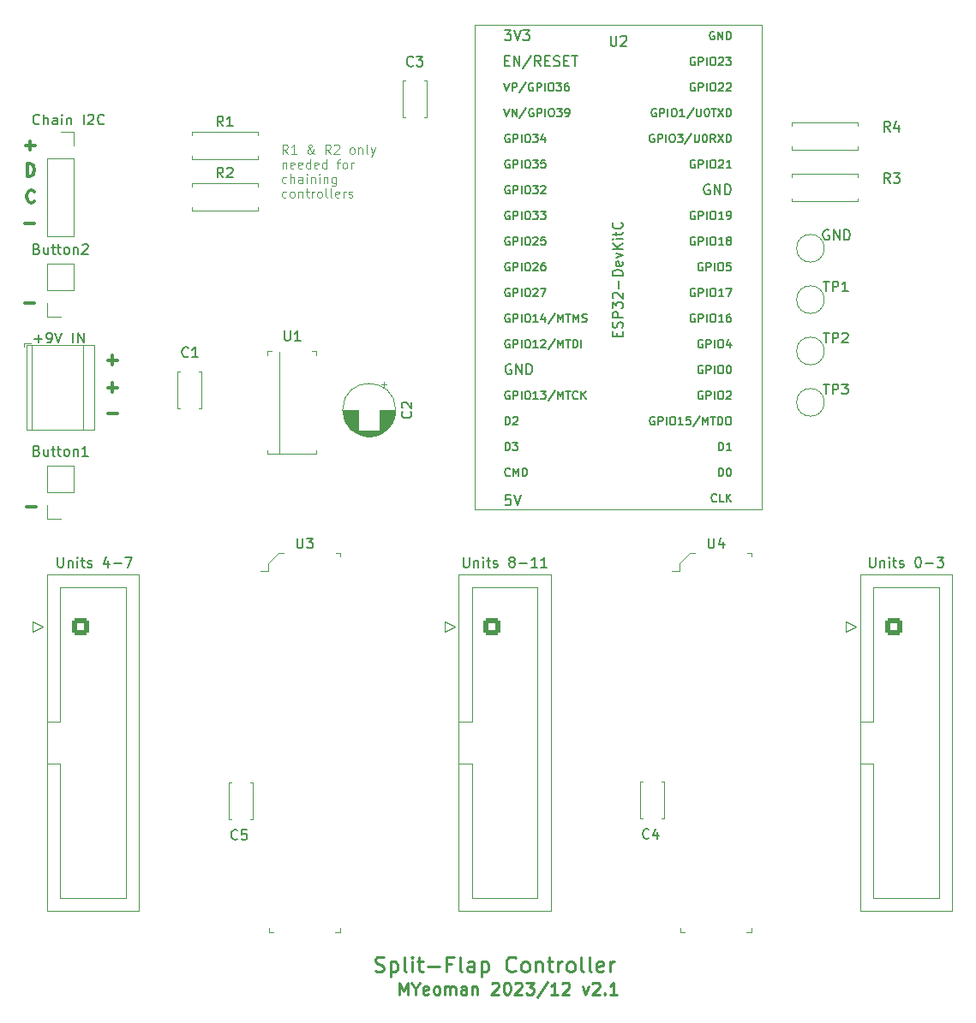
<source format=gbr>
%TF.GenerationSoftware,KiCad,Pcbnew,8.0.0*%
%TF.CreationDate,2024-03-11T16:40:43+11:00*%
%TF.ProjectId,split-flap,73706c69-742d-4666-9c61-702e6b696361,rev?*%
%TF.SameCoordinates,Original*%
%TF.FileFunction,Legend,Top*%
%TF.FilePolarity,Positive*%
%FSLAX46Y46*%
G04 Gerber Fmt 4.6, Leading zero omitted, Abs format (unit mm)*
G04 Created by KiCad (PCBNEW 8.0.0) date 2024-03-11 16:40:43*
%MOMM*%
%LPD*%
G01*
G04 APERTURE LIST*
G04 Aperture macros list*
%AMRoundRect*
0 Rectangle with rounded corners*
0 $1 Rounding radius*
0 $2 $3 $4 $5 $6 $7 $8 $9 X,Y pos of 4 corners*
0 Add a 4 corners polygon primitive as box body*
4,1,4,$2,$3,$4,$5,$6,$7,$8,$9,$2,$3,0*
0 Add four circle primitives for the rounded corners*
1,1,$1+$1,$2,$3*
1,1,$1+$1,$4,$5*
1,1,$1+$1,$6,$7*
1,1,$1+$1,$8,$9*
0 Add four rect primitives between the rounded corners*
20,1,$1+$1,$2,$3,$4,$5,0*
20,1,$1+$1,$4,$5,$6,$7,0*
20,1,$1+$1,$6,$7,$8,$9,0*
20,1,$1+$1,$8,$9,$2,$3,0*%
G04 Aperture macros list end*
%ADD10C,0.150000*%
%ADD11C,0.300000*%
%ADD12C,0.250000*%
%ADD13C,0.100000*%
%ADD14C,0.120000*%
%ADD15C,1.600000*%
%ADD16O,1.600000X1.600000*%
%ADD17R,1.700000X1.700000*%
%ADD18O,1.700000X1.700000*%
%ADD19C,6.400000*%
%ADD20RoundRect,0.250000X-0.600000X-0.600000X0.600000X-0.600000X0.600000X0.600000X-0.600000X0.600000X0*%
%ADD21C,1.700000*%
%ADD22R,2.100000X2.100000*%
%ADD23C,2.100000*%
%ADD24R,2.000000X1.200000*%
%ADD25O,2.000000X1.200000*%
%ADD26R,1.600000X1.600000*%
%ADD27C,2.020000*%
%ADD28R,2.000000X2.000000*%
%ADD29C,2.000000*%
G04 APERTURE END LIST*
D10*
X111711429Y-62298866D02*
X112473334Y-62298866D01*
X112092381Y-62679819D02*
X112092381Y-61917914D01*
X112997143Y-62679819D02*
X113187619Y-62679819D01*
X113187619Y-62679819D02*
X113282857Y-62632200D01*
X113282857Y-62632200D02*
X113330476Y-62584580D01*
X113330476Y-62584580D02*
X113425714Y-62441723D01*
X113425714Y-62441723D02*
X113473333Y-62251247D01*
X113473333Y-62251247D02*
X113473333Y-61870295D01*
X113473333Y-61870295D02*
X113425714Y-61775057D01*
X113425714Y-61775057D02*
X113378095Y-61727438D01*
X113378095Y-61727438D02*
X113282857Y-61679819D01*
X113282857Y-61679819D02*
X113092381Y-61679819D01*
X113092381Y-61679819D02*
X112997143Y-61727438D01*
X112997143Y-61727438D02*
X112949524Y-61775057D01*
X112949524Y-61775057D02*
X112901905Y-61870295D01*
X112901905Y-61870295D02*
X112901905Y-62108390D01*
X112901905Y-62108390D02*
X112949524Y-62203628D01*
X112949524Y-62203628D02*
X112997143Y-62251247D01*
X112997143Y-62251247D02*
X113092381Y-62298866D01*
X113092381Y-62298866D02*
X113282857Y-62298866D01*
X113282857Y-62298866D02*
X113378095Y-62251247D01*
X113378095Y-62251247D02*
X113425714Y-62203628D01*
X113425714Y-62203628D02*
X113473333Y-62108390D01*
X113759048Y-61679819D02*
X114092381Y-62679819D01*
X114092381Y-62679819D02*
X114425714Y-61679819D01*
X115520953Y-62679819D02*
X115520953Y-61679819D01*
X115997143Y-62679819D02*
X115997143Y-61679819D01*
X115997143Y-61679819D02*
X116568571Y-62679819D01*
X116568571Y-62679819D02*
X116568571Y-61679819D01*
X190203095Y-51557438D02*
X190107857Y-51509819D01*
X190107857Y-51509819D02*
X189965000Y-51509819D01*
X189965000Y-51509819D02*
X189822143Y-51557438D01*
X189822143Y-51557438D02*
X189726905Y-51652676D01*
X189726905Y-51652676D02*
X189679286Y-51747914D01*
X189679286Y-51747914D02*
X189631667Y-51938390D01*
X189631667Y-51938390D02*
X189631667Y-52081247D01*
X189631667Y-52081247D02*
X189679286Y-52271723D01*
X189679286Y-52271723D02*
X189726905Y-52366961D01*
X189726905Y-52366961D02*
X189822143Y-52462200D01*
X189822143Y-52462200D02*
X189965000Y-52509819D01*
X189965000Y-52509819D02*
X190060238Y-52509819D01*
X190060238Y-52509819D02*
X190203095Y-52462200D01*
X190203095Y-52462200D02*
X190250714Y-52414580D01*
X190250714Y-52414580D02*
X190250714Y-52081247D01*
X190250714Y-52081247D02*
X190060238Y-52081247D01*
X190679286Y-52509819D02*
X190679286Y-51509819D01*
X190679286Y-51509819D02*
X191250714Y-52509819D01*
X191250714Y-52509819D02*
X191250714Y-51509819D01*
X191726905Y-52509819D02*
X191726905Y-51509819D01*
X191726905Y-51509819D02*
X191965000Y-51509819D01*
X191965000Y-51509819D02*
X192107857Y-51557438D01*
X192107857Y-51557438D02*
X192203095Y-51652676D01*
X192203095Y-51652676D02*
X192250714Y-51747914D01*
X192250714Y-51747914D02*
X192298333Y-51938390D01*
X192298333Y-51938390D02*
X192298333Y-52081247D01*
X192298333Y-52081247D02*
X192250714Y-52271723D01*
X192250714Y-52271723D02*
X192203095Y-52366961D01*
X192203095Y-52366961D02*
X192107857Y-52462200D01*
X192107857Y-52462200D02*
X191965000Y-52509819D01*
X191965000Y-52509819D02*
X191726905Y-52509819D01*
D11*
X118958082Y-69705400D02*
X119872368Y-69705400D01*
X111693796Y-48698257D02*
X111636653Y-48755400D01*
X111636653Y-48755400D02*
X111465225Y-48812542D01*
X111465225Y-48812542D02*
X111350939Y-48812542D01*
X111350939Y-48812542D02*
X111179510Y-48755400D01*
X111179510Y-48755400D02*
X111065225Y-48641114D01*
X111065225Y-48641114D02*
X111008082Y-48526828D01*
X111008082Y-48526828D02*
X110950939Y-48298257D01*
X110950939Y-48298257D02*
X110950939Y-48126828D01*
X110950939Y-48126828D02*
X111008082Y-47898257D01*
X111008082Y-47898257D02*
X111065225Y-47783971D01*
X111065225Y-47783971D02*
X111179510Y-47669685D01*
X111179510Y-47669685D02*
X111350939Y-47612542D01*
X111350939Y-47612542D02*
X111465225Y-47612542D01*
X111465225Y-47612542D02*
X111636653Y-47669685D01*
X111636653Y-47669685D02*
X111693796Y-47726828D01*
D12*
X145381616Y-124832000D02*
X145595902Y-124903428D01*
X145595902Y-124903428D02*
X145953044Y-124903428D01*
X145953044Y-124903428D02*
X146095902Y-124832000D01*
X146095902Y-124832000D02*
X146167330Y-124760571D01*
X146167330Y-124760571D02*
X146238759Y-124617714D01*
X146238759Y-124617714D02*
X146238759Y-124474857D01*
X146238759Y-124474857D02*
X146167330Y-124332000D01*
X146167330Y-124332000D02*
X146095902Y-124260571D01*
X146095902Y-124260571D02*
X145953044Y-124189142D01*
X145953044Y-124189142D02*
X145667330Y-124117714D01*
X145667330Y-124117714D02*
X145524473Y-124046285D01*
X145524473Y-124046285D02*
X145453044Y-123974857D01*
X145453044Y-123974857D02*
X145381616Y-123832000D01*
X145381616Y-123832000D02*
X145381616Y-123689142D01*
X145381616Y-123689142D02*
X145453044Y-123546285D01*
X145453044Y-123546285D02*
X145524473Y-123474857D01*
X145524473Y-123474857D02*
X145667330Y-123403428D01*
X145667330Y-123403428D02*
X146024473Y-123403428D01*
X146024473Y-123403428D02*
X146238759Y-123474857D01*
X146881615Y-123903428D02*
X146881615Y-125403428D01*
X146881615Y-123974857D02*
X147024473Y-123903428D01*
X147024473Y-123903428D02*
X147310187Y-123903428D01*
X147310187Y-123903428D02*
X147453044Y-123974857D01*
X147453044Y-123974857D02*
X147524473Y-124046285D01*
X147524473Y-124046285D02*
X147595901Y-124189142D01*
X147595901Y-124189142D02*
X147595901Y-124617714D01*
X147595901Y-124617714D02*
X147524473Y-124760571D01*
X147524473Y-124760571D02*
X147453044Y-124832000D01*
X147453044Y-124832000D02*
X147310187Y-124903428D01*
X147310187Y-124903428D02*
X147024473Y-124903428D01*
X147024473Y-124903428D02*
X146881615Y-124832000D01*
X148453044Y-124903428D02*
X148310187Y-124832000D01*
X148310187Y-124832000D02*
X148238758Y-124689142D01*
X148238758Y-124689142D02*
X148238758Y-123403428D01*
X149024472Y-124903428D02*
X149024472Y-123903428D01*
X149024472Y-123403428D02*
X148953044Y-123474857D01*
X148953044Y-123474857D02*
X149024472Y-123546285D01*
X149024472Y-123546285D02*
X149095901Y-123474857D01*
X149095901Y-123474857D02*
X149024472Y-123403428D01*
X149024472Y-123403428D02*
X149024472Y-123546285D01*
X149524473Y-123903428D02*
X150095901Y-123903428D01*
X149738758Y-123403428D02*
X149738758Y-124689142D01*
X149738758Y-124689142D02*
X149810187Y-124832000D01*
X149810187Y-124832000D02*
X149953044Y-124903428D01*
X149953044Y-124903428D02*
X150095901Y-124903428D01*
X150595901Y-124332000D02*
X151738759Y-124332000D01*
X152953044Y-124117714D02*
X152453044Y-124117714D01*
X152453044Y-124903428D02*
X152453044Y-123403428D01*
X152453044Y-123403428D02*
X153167330Y-123403428D01*
X153953044Y-124903428D02*
X153810187Y-124832000D01*
X153810187Y-124832000D02*
X153738758Y-124689142D01*
X153738758Y-124689142D02*
X153738758Y-123403428D01*
X155167330Y-124903428D02*
X155167330Y-124117714D01*
X155167330Y-124117714D02*
X155095901Y-123974857D01*
X155095901Y-123974857D02*
X154953044Y-123903428D01*
X154953044Y-123903428D02*
X154667330Y-123903428D01*
X154667330Y-123903428D02*
X154524472Y-123974857D01*
X155167330Y-124832000D02*
X155024472Y-124903428D01*
X155024472Y-124903428D02*
X154667330Y-124903428D01*
X154667330Y-124903428D02*
X154524472Y-124832000D01*
X154524472Y-124832000D02*
X154453044Y-124689142D01*
X154453044Y-124689142D02*
X154453044Y-124546285D01*
X154453044Y-124546285D02*
X154524472Y-124403428D01*
X154524472Y-124403428D02*
X154667330Y-124332000D01*
X154667330Y-124332000D02*
X155024472Y-124332000D01*
X155024472Y-124332000D02*
X155167330Y-124260571D01*
X155881615Y-123903428D02*
X155881615Y-125403428D01*
X155881615Y-123974857D02*
X156024473Y-123903428D01*
X156024473Y-123903428D02*
X156310187Y-123903428D01*
X156310187Y-123903428D02*
X156453044Y-123974857D01*
X156453044Y-123974857D02*
X156524473Y-124046285D01*
X156524473Y-124046285D02*
X156595901Y-124189142D01*
X156595901Y-124189142D02*
X156595901Y-124617714D01*
X156595901Y-124617714D02*
X156524473Y-124760571D01*
X156524473Y-124760571D02*
X156453044Y-124832000D01*
X156453044Y-124832000D02*
X156310187Y-124903428D01*
X156310187Y-124903428D02*
X156024473Y-124903428D01*
X156024473Y-124903428D02*
X155881615Y-124832000D01*
X159238758Y-124760571D02*
X159167330Y-124832000D01*
X159167330Y-124832000D02*
X158953044Y-124903428D01*
X158953044Y-124903428D02*
X158810187Y-124903428D01*
X158810187Y-124903428D02*
X158595901Y-124832000D01*
X158595901Y-124832000D02*
X158453044Y-124689142D01*
X158453044Y-124689142D02*
X158381615Y-124546285D01*
X158381615Y-124546285D02*
X158310187Y-124260571D01*
X158310187Y-124260571D02*
X158310187Y-124046285D01*
X158310187Y-124046285D02*
X158381615Y-123760571D01*
X158381615Y-123760571D02*
X158453044Y-123617714D01*
X158453044Y-123617714D02*
X158595901Y-123474857D01*
X158595901Y-123474857D02*
X158810187Y-123403428D01*
X158810187Y-123403428D02*
X158953044Y-123403428D01*
X158953044Y-123403428D02*
X159167330Y-123474857D01*
X159167330Y-123474857D02*
X159238758Y-123546285D01*
X160095901Y-124903428D02*
X159953044Y-124832000D01*
X159953044Y-124832000D02*
X159881615Y-124760571D01*
X159881615Y-124760571D02*
X159810187Y-124617714D01*
X159810187Y-124617714D02*
X159810187Y-124189142D01*
X159810187Y-124189142D02*
X159881615Y-124046285D01*
X159881615Y-124046285D02*
X159953044Y-123974857D01*
X159953044Y-123974857D02*
X160095901Y-123903428D01*
X160095901Y-123903428D02*
X160310187Y-123903428D01*
X160310187Y-123903428D02*
X160453044Y-123974857D01*
X160453044Y-123974857D02*
X160524473Y-124046285D01*
X160524473Y-124046285D02*
X160595901Y-124189142D01*
X160595901Y-124189142D02*
X160595901Y-124617714D01*
X160595901Y-124617714D02*
X160524473Y-124760571D01*
X160524473Y-124760571D02*
X160453044Y-124832000D01*
X160453044Y-124832000D02*
X160310187Y-124903428D01*
X160310187Y-124903428D02*
X160095901Y-124903428D01*
X161238758Y-123903428D02*
X161238758Y-124903428D01*
X161238758Y-124046285D02*
X161310187Y-123974857D01*
X161310187Y-123974857D02*
X161453044Y-123903428D01*
X161453044Y-123903428D02*
X161667330Y-123903428D01*
X161667330Y-123903428D02*
X161810187Y-123974857D01*
X161810187Y-123974857D02*
X161881616Y-124117714D01*
X161881616Y-124117714D02*
X161881616Y-124903428D01*
X162381616Y-123903428D02*
X162953044Y-123903428D01*
X162595901Y-123403428D02*
X162595901Y-124689142D01*
X162595901Y-124689142D02*
X162667330Y-124832000D01*
X162667330Y-124832000D02*
X162810187Y-124903428D01*
X162810187Y-124903428D02*
X162953044Y-124903428D01*
X163453044Y-124903428D02*
X163453044Y-123903428D01*
X163453044Y-124189142D02*
X163524473Y-124046285D01*
X163524473Y-124046285D02*
X163595902Y-123974857D01*
X163595902Y-123974857D02*
X163738759Y-123903428D01*
X163738759Y-123903428D02*
X163881616Y-123903428D01*
X164595901Y-124903428D02*
X164453044Y-124832000D01*
X164453044Y-124832000D02*
X164381615Y-124760571D01*
X164381615Y-124760571D02*
X164310187Y-124617714D01*
X164310187Y-124617714D02*
X164310187Y-124189142D01*
X164310187Y-124189142D02*
X164381615Y-124046285D01*
X164381615Y-124046285D02*
X164453044Y-123974857D01*
X164453044Y-123974857D02*
X164595901Y-123903428D01*
X164595901Y-123903428D02*
X164810187Y-123903428D01*
X164810187Y-123903428D02*
X164953044Y-123974857D01*
X164953044Y-123974857D02*
X165024473Y-124046285D01*
X165024473Y-124046285D02*
X165095901Y-124189142D01*
X165095901Y-124189142D02*
X165095901Y-124617714D01*
X165095901Y-124617714D02*
X165024473Y-124760571D01*
X165024473Y-124760571D02*
X164953044Y-124832000D01*
X164953044Y-124832000D02*
X164810187Y-124903428D01*
X164810187Y-124903428D02*
X164595901Y-124903428D01*
X165953044Y-124903428D02*
X165810187Y-124832000D01*
X165810187Y-124832000D02*
X165738758Y-124689142D01*
X165738758Y-124689142D02*
X165738758Y-123403428D01*
X166738758Y-124903428D02*
X166595901Y-124832000D01*
X166595901Y-124832000D02*
X166524472Y-124689142D01*
X166524472Y-124689142D02*
X166524472Y-123403428D01*
X167881615Y-124832000D02*
X167738758Y-124903428D01*
X167738758Y-124903428D02*
X167453044Y-124903428D01*
X167453044Y-124903428D02*
X167310186Y-124832000D01*
X167310186Y-124832000D02*
X167238758Y-124689142D01*
X167238758Y-124689142D02*
X167238758Y-124117714D01*
X167238758Y-124117714D02*
X167310186Y-123974857D01*
X167310186Y-123974857D02*
X167453044Y-123903428D01*
X167453044Y-123903428D02*
X167738758Y-123903428D01*
X167738758Y-123903428D02*
X167881615Y-123974857D01*
X167881615Y-123974857D02*
X167953044Y-124117714D01*
X167953044Y-124117714D02*
X167953044Y-124260571D01*
X167953044Y-124260571D02*
X167238758Y-124403428D01*
X168595900Y-124903428D02*
X168595900Y-123903428D01*
X168595900Y-124189142D02*
X168667329Y-124046285D01*
X168667329Y-124046285D02*
X168738758Y-123974857D01*
X168738758Y-123974857D02*
X168881615Y-123903428D01*
X168881615Y-123903428D02*
X169024472Y-123903428D01*
D11*
X110958082Y-78880400D02*
X111872368Y-78880400D01*
D13*
X136744360Y-43987807D02*
X136444360Y-43559235D01*
X136230074Y-43987807D02*
X136230074Y-43087807D01*
X136230074Y-43087807D02*
X136572931Y-43087807D01*
X136572931Y-43087807D02*
X136658646Y-43130664D01*
X136658646Y-43130664D02*
X136701503Y-43173521D01*
X136701503Y-43173521D02*
X136744360Y-43259235D01*
X136744360Y-43259235D02*
X136744360Y-43387807D01*
X136744360Y-43387807D02*
X136701503Y-43473521D01*
X136701503Y-43473521D02*
X136658646Y-43516378D01*
X136658646Y-43516378D02*
X136572931Y-43559235D01*
X136572931Y-43559235D02*
X136230074Y-43559235D01*
X137601503Y-43987807D02*
X137087217Y-43987807D01*
X137344360Y-43987807D02*
X137344360Y-43087807D01*
X137344360Y-43087807D02*
X137258646Y-43216378D01*
X137258646Y-43216378D02*
X137172931Y-43302092D01*
X137172931Y-43302092D02*
X137087217Y-43344950D01*
X139401503Y-43987807D02*
X139358646Y-43987807D01*
X139358646Y-43987807D02*
X139272931Y-43944950D01*
X139272931Y-43944950D02*
X139144360Y-43816378D01*
X139144360Y-43816378D02*
X138930074Y-43559235D01*
X138930074Y-43559235D02*
X138844360Y-43430664D01*
X138844360Y-43430664D02*
X138801503Y-43302092D01*
X138801503Y-43302092D02*
X138801503Y-43216378D01*
X138801503Y-43216378D02*
X138844360Y-43130664D01*
X138844360Y-43130664D02*
X138930074Y-43087807D01*
X138930074Y-43087807D02*
X138972931Y-43087807D01*
X138972931Y-43087807D02*
X139058646Y-43130664D01*
X139058646Y-43130664D02*
X139101503Y-43216378D01*
X139101503Y-43216378D02*
X139101503Y-43259235D01*
X139101503Y-43259235D02*
X139058646Y-43344950D01*
X139058646Y-43344950D02*
X139015788Y-43387807D01*
X139015788Y-43387807D02*
X138758646Y-43559235D01*
X138758646Y-43559235D02*
X138715788Y-43602092D01*
X138715788Y-43602092D02*
X138672931Y-43687807D01*
X138672931Y-43687807D02*
X138672931Y-43816378D01*
X138672931Y-43816378D02*
X138715788Y-43902092D01*
X138715788Y-43902092D02*
X138758646Y-43944950D01*
X138758646Y-43944950D02*
X138844360Y-43987807D01*
X138844360Y-43987807D02*
X138972931Y-43987807D01*
X138972931Y-43987807D02*
X139058646Y-43944950D01*
X139058646Y-43944950D02*
X139101503Y-43902092D01*
X139101503Y-43902092D02*
X139230074Y-43730664D01*
X139230074Y-43730664D02*
X139272931Y-43602092D01*
X139272931Y-43602092D02*
X139272931Y-43516378D01*
X140987217Y-43987807D02*
X140687217Y-43559235D01*
X140472931Y-43987807D02*
X140472931Y-43087807D01*
X140472931Y-43087807D02*
X140815788Y-43087807D01*
X140815788Y-43087807D02*
X140901503Y-43130664D01*
X140901503Y-43130664D02*
X140944360Y-43173521D01*
X140944360Y-43173521D02*
X140987217Y-43259235D01*
X140987217Y-43259235D02*
X140987217Y-43387807D01*
X140987217Y-43387807D02*
X140944360Y-43473521D01*
X140944360Y-43473521D02*
X140901503Y-43516378D01*
X140901503Y-43516378D02*
X140815788Y-43559235D01*
X140815788Y-43559235D02*
X140472931Y-43559235D01*
X141330074Y-43173521D02*
X141372931Y-43130664D01*
X141372931Y-43130664D02*
X141458646Y-43087807D01*
X141458646Y-43087807D02*
X141672931Y-43087807D01*
X141672931Y-43087807D02*
X141758646Y-43130664D01*
X141758646Y-43130664D02*
X141801503Y-43173521D01*
X141801503Y-43173521D02*
X141844360Y-43259235D01*
X141844360Y-43259235D02*
X141844360Y-43344950D01*
X141844360Y-43344950D02*
X141801503Y-43473521D01*
X141801503Y-43473521D02*
X141287217Y-43987807D01*
X141287217Y-43987807D02*
X141844360Y-43987807D01*
X143044360Y-43987807D02*
X142958645Y-43944950D01*
X142958645Y-43944950D02*
X142915788Y-43902092D01*
X142915788Y-43902092D02*
X142872931Y-43816378D01*
X142872931Y-43816378D02*
X142872931Y-43559235D01*
X142872931Y-43559235D02*
X142915788Y-43473521D01*
X142915788Y-43473521D02*
X142958645Y-43430664D01*
X142958645Y-43430664D02*
X143044360Y-43387807D01*
X143044360Y-43387807D02*
X143172931Y-43387807D01*
X143172931Y-43387807D02*
X143258645Y-43430664D01*
X143258645Y-43430664D02*
X143301503Y-43473521D01*
X143301503Y-43473521D02*
X143344360Y-43559235D01*
X143344360Y-43559235D02*
X143344360Y-43816378D01*
X143344360Y-43816378D02*
X143301503Y-43902092D01*
X143301503Y-43902092D02*
X143258645Y-43944950D01*
X143258645Y-43944950D02*
X143172931Y-43987807D01*
X143172931Y-43987807D02*
X143044360Y-43987807D01*
X143730074Y-43387807D02*
X143730074Y-43987807D01*
X143730074Y-43473521D02*
X143772931Y-43430664D01*
X143772931Y-43430664D02*
X143858646Y-43387807D01*
X143858646Y-43387807D02*
X143987217Y-43387807D01*
X143987217Y-43387807D02*
X144072931Y-43430664D01*
X144072931Y-43430664D02*
X144115789Y-43516378D01*
X144115789Y-43516378D02*
X144115789Y-43987807D01*
X144672932Y-43987807D02*
X144587217Y-43944950D01*
X144587217Y-43944950D02*
X144544360Y-43859235D01*
X144544360Y-43859235D02*
X144544360Y-43087807D01*
X144930075Y-43387807D02*
X145144361Y-43987807D01*
X145358646Y-43387807D02*
X145144361Y-43987807D01*
X145144361Y-43987807D02*
X145058646Y-44202092D01*
X145058646Y-44202092D02*
X145015789Y-44244950D01*
X145015789Y-44244950D02*
X144930075Y-44287807D01*
X136230074Y-44836757D02*
X136230074Y-45436757D01*
X136230074Y-44922471D02*
X136272931Y-44879614D01*
X136272931Y-44879614D02*
X136358646Y-44836757D01*
X136358646Y-44836757D02*
X136487217Y-44836757D01*
X136487217Y-44836757D02*
X136572931Y-44879614D01*
X136572931Y-44879614D02*
X136615789Y-44965328D01*
X136615789Y-44965328D02*
X136615789Y-45436757D01*
X137387217Y-45393900D02*
X137301503Y-45436757D01*
X137301503Y-45436757D02*
X137130075Y-45436757D01*
X137130075Y-45436757D02*
X137044360Y-45393900D01*
X137044360Y-45393900D02*
X137001503Y-45308185D01*
X137001503Y-45308185D02*
X137001503Y-44965328D01*
X137001503Y-44965328D02*
X137044360Y-44879614D01*
X137044360Y-44879614D02*
X137130075Y-44836757D01*
X137130075Y-44836757D02*
X137301503Y-44836757D01*
X137301503Y-44836757D02*
X137387217Y-44879614D01*
X137387217Y-44879614D02*
X137430075Y-44965328D01*
X137430075Y-44965328D02*
X137430075Y-45051042D01*
X137430075Y-45051042D02*
X137001503Y-45136757D01*
X138158646Y-45393900D02*
X138072932Y-45436757D01*
X138072932Y-45436757D02*
X137901504Y-45436757D01*
X137901504Y-45436757D02*
X137815789Y-45393900D01*
X137815789Y-45393900D02*
X137772932Y-45308185D01*
X137772932Y-45308185D02*
X137772932Y-44965328D01*
X137772932Y-44965328D02*
X137815789Y-44879614D01*
X137815789Y-44879614D02*
X137901504Y-44836757D01*
X137901504Y-44836757D02*
X138072932Y-44836757D01*
X138072932Y-44836757D02*
X138158646Y-44879614D01*
X138158646Y-44879614D02*
X138201504Y-44965328D01*
X138201504Y-44965328D02*
X138201504Y-45051042D01*
X138201504Y-45051042D02*
X137772932Y-45136757D01*
X138972933Y-45436757D02*
X138972933Y-44536757D01*
X138972933Y-45393900D02*
X138887218Y-45436757D01*
X138887218Y-45436757D02*
X138715790Y-45436757D01*
X138715790Y-45436757D02*
X138630075Y-45393900D01*
X138630075Y-45393900D02*
X138587218Y-45351042D01*
X138587218Y-45351042D02*
X138544361Y-45265328D01*
X138544361Y-45265328D02*
X138544361Y-45008185D01*
X138544361Y-45008185D02*
X138587218Y-44922471D01*
X138587218Y-44922471D02*
X138630075Y-44879614D01*
X138630075Y-44879614D02*
X138715790Y-44836757D01*
X138715790Y-44836757D02*
X138887218Y-44836757D01*
X138887218Y-44836757D02*
X138972933Y-44879614D01*
X139744361Y-45393900D02*
X139658647Y-45436757D01*
X139658647Y-45436757D02*
X139487219Y-45436757D01*
X139487219Y-45436757D02*
X139401504Y-45393900D01*
X139401504Y-45393900D02*
X139358647Y-45308185D01*
X139358647Y-45308185D02*
X139358647Y-44965328D01*
X139358647Y-44965328D02*
X139401504Y-44879614D01*
X139401504Y-44879614D02*
X139487219Y-44836757D01*
X139487219Y-44836757D02*
X139658647Y-44836757D01*
X139658647Y-44836757D02*
X139744361Y-44879614D01*
X139744361Y-44879614D02*
X139787219Y-44965328D01*
X139787219Y-44965328D02*
X139787219Y-45051042D01*
X139787219Y-45051042D02*
X139358647Y-45136757D01*
X140558648Y-45436757D02*
X140558648Y-44536757D01*
X140558648Y-45393900D02*
X140472933Y-45436757D01*
X140472933Y-45436757D02*
X140301505Y-45436757D01*
X140301505Y-45436757D02*
X140215790Y-45393900D01*
X140215790Y-45393900D02*
X140172933Y-45351042D01*
X140172933Y-45351042D02*
X140130076Y-45265328D01*
X140130076Y-45265328D02*
X140130076Y-45008185D01*
X140130076Y-45008185D02*
X140172933Y-44922471D01*
X140172933Y-44922471D02*
X140215790Y-44879614D01*
X140215790Y-44879614D02*
X140301505Y-44836757D01*
X140301505Y-44836757D02*
X140472933Y-44836757D01*
X140472933Y-44836757D02*
X140558648Y-44879614D01*
X141544362Y-44836757D02*
X141887219Y-44836757D01*
X141672933Y-45436757D02*
X141672933Y-44665328D01*
X141672933Y-44665328D02*
X141715790Y-44579614D01*
X141715790Y-44579614D02*
X141801505Y-44536757D01*
X141801505Y-44536757D02*
X141887219Y-44536757D01*
X142315791Y-45436757D02*
X142230076Y-45393900D01*
X142230076Y-45393900D02*
X142187219Y-45351042D01*
X142187219Y-45351042D02*
X142144362Y-45265328D01*
X142144362Y-45265328D02*
X142144362Y-45008185D01*
X142144362Y-45008185D02*
X142187219Y-44922471D01*
X142187219Y-44922471D02*
X142230076Y-44879614D01*
X142230076Y-44879614D02*
X142315791Y-44836757D01*
X142315791Y-44836757D02*
X142444362Y-44836757D01*
X142444362Y-44836757D02*
X142530076Y-44879614D01*
X142530076Y-44879614D02*
X142572934Y-44922471D01*
X142572934Y-44922471D02*
X142615791Y-45008185D01*
X142615791Y-45008185D02*
X142615791Y-45265328D01*
X142615791Y-45265328D02*
X142572934Y-45351042D01*
X142572934Y-45351042D02*
X142530076Y-45393900D01*
X142530076Y-45393900D02*
X142444362Y-45436757D01*
X142444362Y-45436757D02*
X142315791Y-45436757D01*
X143001505Y-45436757D02*
X143001505Y-44836757D01*
X143001505Y-45008185D02*
X143044362Y-44922471D01*
X143044362Y-44922471D02*
X143087220Y-44879614D01*
X143087220Y-44879614D02*
X143172934Y-44836757D01*
X143172934Y-44836757D02*
X143258648Y-44836757D01*
X136615789Y-46842850D02*
X136530074Y-46885707D01*
X136530074Y-46885707D02*
X136358646Y-46885707D01*
X136358646Y-46885707D02*
X136272931Y-46842850D01*
X136272931Y-46842850D02*
X136230074Y-46799992D01*
X136230074Y-46799992D02*
X136187217Y-46714278D01*
X136187217Y-46714278D02*
X136187217Y-46457135D01*
X136187217Y-46457135D02*
X136230074Y-46371421D01*
X136230074Y-46371421D02*
X136272931Y-46328564D01*
X136272931Y-46328564D02*
X136358646Y-46285707D01*
X136358646Y-46285707D02*
X136530074Y-46285707D01*
X136530074Y-46285707D02*
X136615789Y-46328564D01*
X137001503Y-46885707D02*
X137001503Y-45985707D01*
X137387218Y-46885707D02*
X137387218Y-46414278D01*
X137387218Y-46414278D02*
X137344360Y-46328564D01*
X137344360Y-46328564D02*
X137258646Y-46285707D01*
X137258646Y-46285707D02*
X137130075Y-46285707D01*
X137130075Y-46285707D02*
X137044360Y-46328564D01*
X137044360Y-46328564D02*
X137001503Y-46371421D01*
X138201504Y-46885707D02*
X138201504Y-46414278D01*
X138201504Y-46414278D02*
X138158646Y-46328564D01*
X138158646Y-46328564D02*
X138072932Y-46285707D01*
X138072932Y-46285707D02*
X137901504Y-46285707D01*
X137901504Y-46285707D02*
X137815789Y-46328564D01*
X138201504Y-46842850D02*
X138115789Y-46885707D01*
X138115789Y-46885707D02*
X137901504Y-46885707D01*
X137901504Y-46885707D02*
X137815789Y-46842850D01*
X137815789Y-46842850D02*
X137772932Y-46757135D01*
X137772932Y-46757135D02*
X137772932Y-46671421D01*
X137772932Y-46671421D02*
X137815789Y-46585707D01*
X137815789Y-46585707D02*
X137901504Y-46542850D01*
X137901504Y-46542850D02*
X138115789Y-46542850D01*
X138115789Y-46542850D02*
X138201504Y-46499992D01*
X138630075Y-46885707D02*
X138630075Y-46285707D01*
X138630075Y-45985707D02*
X138587218Y-46028564D01*
X138587218Y-46028564D02*
X138630075Y-46071421D01*
X138630075Y-46071421D02*
X138672932Y-46028564D01*
X138672932Y-46028564D02*
X138630075Y-45985707D01*
X138630075Y-45985707D02*
X138630075Y-46071421D01*
X139058646Y-46285707D02*
X139058646Y-46885707D01*
X139058646Y-46371421D02*
X139101503Y-46328564D01*
X139101503Y-46328564D02*
X139187218Y-46285707D01*
X139187218Y-46285707D02*
X139315789Y-46285707D01*
X139315789Y-46285707D02*
X139401503Y-46328564D01*
X139401503Y-46328564D02*
X139444361Y-46414278D01*
X139444361Y-46414278D02*
X139444361Y-46885707D01*
X139872932Y-46885707D02*
X139872932Y-46285707D01*
X139872932Y-45985707D02*
X139830075Y-46028564D01*
X139830075Y-46028564D02*
X139872932Y-46071421D01*
X139872932Y-46071421D02*
X139915789Y-46028564D01*
X139915789Y-46028564D02*
X139872932Y-45985707D01*
X139872932Y-45985707D02*
X139872932Y-46071421D01*
X140301503Y-46285707D02*
X140301503Y-46885707D01*
X140301503Y-46371421D02*
X140344360Y-46328564D01*
X140344360Y-46328564D02*
X140430075Y-46285707D01*
X140430075Y-46285707D02*
X140558646Y-46285707D01*
X140558646Y-46285707D02*
X140644360Y-46328564D01*
X140644360Y-46328564D02*
X140687218Y-46414278D01*
X140687218Y-46414278D02*
X140687218Y-46885707D01*
X141501504Y-46285707D02*
X141501504Y-47014278D01*
X141501504Y-47014278D02*
X141458646Y-47099992D01*
X141458646Y-47099992D02*
X141415789Y-47142850D01*
X141415789Y-47142850D02*
X141330075Y-47185707D01*
X141330075Y-47185707D02*
X141201504Y-47185707D01*
X141201504Y-47185707D02*
X141115789Y-47142850D01*
X141501504Y-46842850D02*
X141415789Y-46885707D01*
X141415789Y-46885707D02*
X141244361Y-46885707D01*
X141244361Y-46885707D02*
X141158646Y-46842850D01*
X141158646Y-46842850D02*
X141115789Y-46799992D01*
X141115789Y-46799992D02*
X141072932Y-46714278D01*
X141072932Y-46714278D02*
X141072932Y-46457135D01*
X141072932Y-46457135D02*
X141115789Y-46371421D01*
X141115789Y-46371421D02*
X141158646Y-46328564D01*
X141158646Y-46328564D02*
X141244361Y-46285707D01*
X141244361Y-46285707D02*
X141415789Y-46285707D01*
X141415789Y-46285707D02*
X141501504Y-46328564D01*
X136615789Y-48291800D02*
X136530074Y-48334657D01*
X136530074Y-48334657D02*
X136358646Y-48334657D01*
X136358646Y-48334657D02*
X136272931Y-48291800D01*
X136272931Y-48291800D02*
X136230074Y-48248942D01*
X136230074Y-48248942D02*
X136187217Y-48163228D01*
X136187217Y-48163228D02*
X136187217Y-47906085D01*
X136187217Y-47906085D02*
X136230074Y-47820371D01*
X136230074Y-47820371D02*
X136272931Y-47777514D01*
X136272931Y-47777514D02*
X136358646Y-47734657D01*
X136358646Y-47734657D02*
X136530074Y-47734657D01*
X136530074Y-47734657D02*
X136615789Y-47777514D01*
X137130075Y-48334657D02*
X137044360Y-48291800D01*
X137044360Y-48291800D02*
X137001503Y-48248942D01*
X137001503Y-48248942D02*
X136958646Y-48163228D01*
X136958646Y-48163228D02*
X136958646Y-47906085D01*
X136958646Y-47906085D02*
X137001503Y-47820371D01*
X137001503Y-47820371D02*
X137044360Y-47777514D01*
X137044360Y-47777514D02*
X137130075Y-47734657D01*
X137130075Y-47734657D02*
X137258646Y-47734657D01*
X137258646Y-47734657D02*
X137344360Y-47777514D01*
X137344360Y-47777514D02*
X137387218Y-47820371D01*
X137387218Y-47820371D02*
X137430075Y-47906085D01*
X137430075Y-47906085D02*
X137430075Y-48163228D01*
X137430075Y-48163228D02*
X137387218Y-48248942D01*
X137387218Y-48248942D02*
X137344360Y-48291800D01*
X137344360Y-48291800D02*
X137258646Y-48334657D01*
X137258646Y-48334657D02*
X137130075Y-48334657D01*
X137815789Y-47734657D02*
X137815789Y-48334657D01*
X137815789Y-47820371D02*
X137858646Y-47777514D01*
X137858646Y-47777514D02*
X137944361Y-47734657D01*
X137944361Y-47734657D02*
X138072932Y-47734657D01*
X138072932Y-47734657D02*
X138158646Y-47777514D01*
X138158646Y-47777514D02*
X138201504Y-47863228D01*
X138201504Y-47863228D02*
X138201504Y-48334657D01*
X138501504Y-47734657D02*
X138844361Y-47734657D01*
X138630075Y-47434657D02*
X138630075Y-48206085D01*
X138630075Y-48206085D02*
X138672932Y-48291800D01*
X138672932Y-48291800D02*
X138758647Y-48334657D01*
X138758647Y-48334657D02*
X138844361Y-48334657D01*
X139144361Y-48334657D02*
X139144361Y-47734657D01*
X139144361Y-47906085D02*
X139187218Y-47820371D01*
X139187218Y-47820371D02*
X139230076Y-47777514D01*
X139230076Y-47777514D02*
X139315790Y-47734657D01*
X139315790Y-47734657D02*
X139401504Y-47734657D01*
X139830076Y-48334657D02*
X139744361Y-48291800D01*
X139744361Y-48291800D02*
X139701504Y-48248942D01*
X139701504Y-48248942D02*
X139658647Y-48163228D01*
X139658647Y-48163228D02*
X139658647Y-47906085D01*
X139658647Y-47906085D02*
X139701504Y-47820371D01*
X139701504Y-47820371D02*
X139744361Y-47777514D01*
X139744361Y-47777514D02*
X139830076Y-47734657D01*
X139830076Y-47734657D02*
X139958647Y-47734657D01*
X139958647Y-47734657D02*
X140044361Y-47777514D01*
X140044361Y-47777514D02*
X140087219Y-47820371D01*
X140087219Y-47820371D02*
X140130076Y-47906085D01*
X140130076Y-47906085D02*
X140130076Y-48163228D01*
X140130076Y-48163228D02*
X140087219Y-48248942D01*
X140087219Y-48248942D02*
X140044361Y-48291800D01*
X140044361Y-48291800D02*
X139958647Y-48334657D01*
X139958647Y-48334657D02*
X139830076Y-48334657D01*
X140644362Y-48334657D02*
X140558647Y-48291800D01*
X140558647Y-48291800D02*
X140515790Y-48206085D01*
X140515790Y-48206085D02*
X140515790Y-47434657D01*
X141115791Y-48334657D02*
X141030076Y-48291800D01*
X141030076Y-48291800D02*
X140987219Y-48206085D01*
X140987219Y-48206085D02*
X140987219Y-47434657D01*
X141801505Y-48291800D02*
X141715791Y-48334657D01*
X141715791Y-48334657D02*
X141544363Y-48334657D01*
X141544363Y-48334657D02*
X141458648Y-48291800D01*
X141458648Y-48291800D02*
X141415791Y-48206085D01*
X141415791Y-48206085D02*
X141415791Y-47863228D01*
X141415791Y-47863228D02*
X141458648Y-47777514D01*
X141458648Y-47777514D02*
X141544363Y-47734657D01*
X141544363Y-47734657D02*
X141715791Y-47734657D01*
X141715791Y-47734657D02*
X141801505Y-47777514D01*
X141801505Y-47777514D02*
X141844363Y-47863228D01*
X141844363Y-47863228D02*
X141844363Y-47948942D01*
X141844363Y-47948942D02*
X141415791Y-48034657D01*
X142230077Y-48334657D02*
X142230077Y-47734657D01*
X142230077Y-47906085D02*
X142272934Y-47820371D01*
X142272934Y-47820371D02*
X142315792Y-47777514D01*
X142315792Y-47777514D02*
X142401506Y-47734657D01*
X142401506Y-47734657D02*
X142487220Y-47734657D01*
X142744363Y-48291800D02*
X142830077Y-48334657D01*
X142830077Y-48334657D02*
X143001506Y-48334657D01*
X143001506Y-48334657D02*
X143087220Y-48291800D01*
X143087220Y-48291800D02*
X143130077Y-48206085D01*
X143130077Y-48206085D02*
X143130077Y-48163228D01*
X143130077Y-48163228D02*
X143087220Y-48077514D01*
X143087220Y-48077514D02*
X143001506Y-48034657D01*
X143001506Y-48034657D02*
X142872935Y-48034657D01*
X142872935Y-48034657D02*
X142787220Y-47991800D01*
X142787220Y-47991800D02*
X142744363Y-47906085D01*
X142744363Y-47906085D02*
X142744363Y-47863228D01*
X142744363Y-47863228D02*
X142787220Y-47777514D01*
X142787220Y-47777514D02*
X142872935Y-47734657D01*
X142872935Y-47734657D02*
X143001506Y-47734657D01*
X143001506Y-47734657D02*
X143087220Y-47777514D01*
D11*
X111008082Y-46187542D02*
X111008082Y-44987542D01*
X111008082Y-44987542D02*
X111293796Y-44987542D01*
X111293796Y-44987542D02*
X111465225Y-45044685D01*
X111465225Y-45044685D02*
X111579510Y-45158971D01*
X111579510Y-45158971D02*
X111636653Y-45273257D01*
X111636653Y-45273257D02*
X111693796Y-45501828D01*
X111693796Y-45501828D02*
X111693796Y-45673257D01*
X111693796Y-45673257D02*
X111636653Y-45901828D01*
X111636653Y-45901828D02*
X111579510Y-46016114D01*
X111579510Y-46016114D02*
X111465225Y-46130400D01*
X111465225Y-46130400D02*
X111293796Y-46187542D01*
X111293796Y-46187542D02*
X111008082Y-46187542D01*
X110858082Y-43180400D02*
X111772368Y-43180400D01*
X111315225Y-43637542D02*
X111315225Y-42723257D01*
X118983082Y-64405400D02*
X119897368Y-64405400D01*
X119440225Y-64862542D02*
X119440225Y-63948257D01*
X110758082Y-50905400D02*
X111672368Y-50905400D01*
X110783082Y-58755400D02*
X111697368Y-58755400D01*
X118958082Y-67105400D02*
X119872368Y-67105400D01*
X119415225Y-67562542D02*
X119415225Y-66648257D01*
D12*
X147770187Y-127140142D02*
X147770187Y-125940142D01*
X147770187Y-125940142D02*
X148170187Y-126797285D01*
X148170187Y-126797285D02*
X148570187Y-125940142D01*
X148570187Y-125940142D02*
X148570187Y-127140142D01*
X149370187Y-126568714D02*
X149370187Y-127140142D01*
X148970187Y-125940142D02*
X149370187Y-126568714D01*
X149370187Y-126568714D02*
X149770187Y-125940142D01*
X150627330Y-127083000D02*
X150513044Y-127140142D01*
X150513044Y-127140142D02*
X150284473Y-127140142D01*
X150284473Y-127140142D02*
X150170187Y-127083000D01*
X150170187Y-127083000D02*
X150113044Y-126968714D01*
X150113044Y-126968714D02*
X150113044Y-126511571D01*
X150113044Y-126511571D02*
X150170187Y-126397285D01*
X150170187Y-126397285D02*
X150284473Y-126340142D01*
X150284473Y-126340142D02*
X150513044Y-126340142D01*
X150513044Y-126340142D02*
X150627330Y-126397285D01*
X150627330Y-126397285D02*
X150684473Y-126511571D01*
X150684473Y-126511571D02*
X150684473Y-126625857D01*
X150684473Y-126625857D02*
X150113044Y-126740142D01*
X151370186Y-127140142D02*
X151255901Y-127083000D01*
X151255901Y-127083000D02*
X151198758Y-127025857D01*
X151198758Y-127025857D02*
X151141615Y-126911571D01*
X151141615Y-126911571D02*
X151141615Y-126568714D01*
X151141615Y-126568714D02*
X151198758Y-126454428D01*
X151198758Y-126454428D02*
X151255901Y-126397285D01*
X151255901Y-126397285D02*
X151370186Y-126340142D01*
X151370186Y-126340142D02*
X151541615Y-126340142D01*
X151541615Y-126340142D02*
X151655901Y-126397285D01*
X151655901Y-126397285D02*
X151713044Y-126454428D01*
X151713044Y-126454428D02*
X151770186Y-126568714D01*
X151770186Y-126568714D02*
X151770186Y-126911571D01*
X151770186Y-126911571D02*
X151713044Y-127025857D01*
X151713044Y-127025857D02*
X151655901Y-127083000D01*
X151655901Y-127083000D02*
X151541615Y-127140142D01*
X151541615Y-127140142D02*
X151370186Y-127140142D01*
X152284472Y-127140142D02*
X152284472Y-126340142D01*
X152284472Y-126454428D02*
X152341615Y-126397285D01*
X152341615Y-126397285D02*
X152455900Y-126340142D01*
X152455900Y-126340142D02*
X152627329Y-126340142D01*
X152627329Y-126340142D02*
X152741615Y-126397285D01*
X152741615Y-126397285D02*
X152798758Y-126511571D01*
X152798758Y-126511571D02*
X152798758Y-127140142D01*
X152798758Y-126511571D02*
X152855900Y-126397285D01*
X152855900Y-126397285D02*
X152970186Y-126340142D01*
X152970186Y-126340142D02*
X153141615Y-126340142D01*
X153141615Y-126340142D02*
X153255900Y-126397285D01*
X153255900Y-126397285D02*
X153313043Y-126511571D01*
X153313043Y-126511571D02*
X153313043Y-127140142D01*
X154398758Y-127140142D02*
X154398758Y-126511571D01*
X154398758Y-126511571D02*
X154341615Y-126397285D01*
X154341615Y-126397285D02*
X154227329Y-126340142D01*
X154227329Y-126340142D02*
X153998758Y-126340142D01*
X153998758Y-126340142D02*
X153884472Y-126397285D01*
X154398758Y-127083000D02*
X154284472Y-127140142D01*
X154284472Y-127140142D02*
X153998758Y-127140142D01*
X153998758Y-127140142D02*
X153884472Y-127083000D01*
X153884472Y-127083000D02*
X153827329Y-126968714D01*
X153827329Y-126968714D02*
X153827329Y-126854428D01*
X153827329Y-126854428D02*
X153884472Y-126740142D01*
X153884472Y-126740142D02*
X153998758Y-126683000D01*
X153998758Y-126683000D02*
X154284472Y-126683000D01*
X154284472Y-126683000D02*
X154398758Y-126625857D01*
X154970186Y-126340142D02*
X154970186Y-127140142D01*
X154970186Y-126454428D02*
X155027329Y-126397285D01*
X155027329Y-126397285D02*
X155141614Y-126340142D01*
X155141614Y-126340142D02*
X155313043Y-126340142D01*
X155313043Y-126340142D02*
X155427329Y-126397285D01*
X155427329Y-126397285D02*
X155484472Y-126511571D01*
X155484472Y-126511571D02*
X155484472Y-127140142D01*
X156913043Y-126054428D02*
X156970186Y-125997285D01*
X156970186Y-125997285D02*
X157084472Y-125940142D01*
X157084472Y-125940142D02*
X157370186Y-125940142D01*
X157370186Y-125940142D02*
X157484472Y-125997285D01*
X157484472Y-125997285D02*
X157541614Y-126054428D01*
X157541614Y-126054428D02*
X157598757Y-126168714D01*
X157598757Y-126168714D02*
X157598757Y-126283000D01*
X157598757Y-126283000D02*
X157541614Y-126454428D01*
X157541614Y-126454428D02*
X156855900Y-127140142D01*
X156855900Y-127140142D02*
X157598757Y-127140142D01*
X158341614Y-125940142D02*
X158455900Y-125940142D01*
X158455900Y-125940142D02*
X158570186Y-125997285D01*
X158570186Y-125997285D02*
X158627329Y-126054428D01*
X158627329Y-126054428D02*
X158684471Y-126168714D01*
X158684471Y-126168714D02*
X158741614Y-126397285D01*
X158741614Y-126397285D02*
X158741614Y-126683000D01*
X158741614Y-126683000D02*
X158684471Y-126911571D01*
X158684471Y-126911571D02*
X158627329Y-127025857D01*
X158627329Y-127025857D02*
X158570186Y-127083000D01*
X158570186Y-127083000D02*
X158455900Y-127140142D01*
X158455900Y-127140142D02*
X158341614Y-127140142D01*
X158341614Y-127140142D02*
X158227329Y-127083000D01*
X158227329Y-127083000D02*
X158170186Y-127025857D01*
X158170186Y-127025857D02*
X158113043Y-126911571D01*
X158113043Y-126911571D02*
X158055900Y-126683000D01*
X158055900Y-126683000D02*
X158055900Y-126397285D01*
X158055900Y-126397285D02*
X158113043Y-126168714D01*
X158113043Y-126168714D02*
X158170186Y-126054428D01*
X158170186Y-126054428D02*
X158227329Y-125997285D01*
X158227329Y-125997285D02*
X158341614Y-125940142D01*
X159198757Y-126054428D02*
X159255900Y-125997285D01*
X159255900Y-125997285D02*
X159370186Y-125940142D01*
X159370186Y-125940142D02*
X159655900Y-125940142D01*
X159655900Y-125940142D02*
X159770186Y-125997285D01*
X159770186Y-125997285D02*
X159827328Y-126054428D01*
X159827328Y-126054428D02*
X159884471Y-126168714D01*
X159884471Y-126168714D02*
X159884471Y-126283000D01*
X159884471Y-126283000D02*
X159827328Y-126454428D01*
X159827328Y-126454428D02*
X159141614Y-127140142D01*
X159141614Y-127140142D02*
X159884471Y-127140142D01*
X160284471Y-125940142D02*
X161027328Y-125940142D01*
X161027328Y-125940142D02*
X160627328Y-126397285D01*
X160627328Y-126397285D02*
X160798757Y-126397285D01*
X160798757Y-126397285D02*
X160913043Y-126454428D01*
X160913043Y-126454428D02*
X160970185Y-126511571D01*
X160970185Y-126511571D02*
X161027328Y-126625857D01*
X161027328Y-126625857D02*
X161027328Y-126911571D01*
X161027328Y-126911571D02*
X160970185Y-127025857D01*
X160970185Y-127025857D02*
X160913043Y-127083000D01*
X160913043Y-127083000D02*
X160798757Y-127140142D01*
X160798757Y-127140142D02*
X160455900Y-127140142D01*
X160455900Y-127140142D02*
X160341614Y-127083000D01*
X160341614Y-127083000D02*
X160284471Y-127025857D01*
X162398757Y-125883000D02*
X161370185Y-127425857D01*
X163427328Y-127140142D02*
X162741614Y-127140142D01*
X163084471Y-127140142D02*
X163084471Y-125940142D01*
X163084471Y-125940142D02*
X162970185Y-126111571D01*
X162970185Y-126111571D02*
X162855900Y-126225857D01*
X162855900Y-126225857D02*
X162741614Y-126283000D01*
X163884471Y-126054428D02*
X163941614Y-125997285D01*
X163941614Y-125997285D02*
X164055900Y-125940142D01*
X164055900Y-125940142D02*
X164341614Y-125940142D01*
X164341614Y-125940142D02*
X164455900Y-125997285D01*
X164455900Y-125997285D02*
X164513042Y-126054428D01*
X164513042Y-126054428D02*
X164570185Y-126168714D01*
X164570185Y-126168714D02*
X164570185Y-126283000D01*
X164570185Y-126283000D02*
X164513042Y-126454428D01*
X164513042Y-126454428D02*
X163827328Y-127140142D01*
X163827328Y-127140142D02*
X164570185Y-127140142D01*
X165884471Y-126340142D02*
X166170185Y-127140142D01*
X166170185Y-127140142D02*
X166455900Y-126340142D01*
X166855900Y-126054428D02*
X166913043Y-125997285D01*
X166913043Y-125997285D02*
X167027329Y-125940142D01*
X167027329Y-125940142D02*
X167313043Y-125940142D01*
X167313043Y-125940142D02*
X167427329Y-125997285D01*
X167427329Y-125997285D02*
X167484471Y-126054428D01*
X167484471Y-126054428D02*
X167541614Y-126168714D01*
X167541614Y-126168714D02*
X167541614Y-126283000D01*
X167541614Y-126283000D02*
X167484471Y-126454428D01*
X167484471Y-126454428D02*
X166798757Y-127140142D01*
X166798757Y-127140142D02*
X167541614Y-127140142D01*
X168055900Y-127025857D02*
X168113043Y-127083000D01*
X168113043Y-127083000D02*
X168055900Y-127140142D01*
X168055900Y-127140142D02*
X167998757Y-127083000D01*
X167998757Y-127083000D02*
X168055900Y-127025857D01*
X168055900Y-127025857D02*
X168055900Y-127140142D01*
X169255900Y-127140142D02*
X168570186Y-127140142D01*
X168913043Y-127140142D02*
X168913043Y-125940142D01*
X168913043Y-125940142D02*
X168798757Y-126111571D01*
X168798757Y-126111571D02*
X168684472Y-126225857D01*
X168684472Y-126225857D02*
X168570186Y-126283000D01*
D10*
X131783333Y-111734580D02*
X131735714Y-111782200D01*
X131735714Y-111782200D02*
X131592857Y-111829819D01*
X131592857Y-111829819D02*
X131497619Y-111829819D01*
X131497619Y-111829819D02*
X131354762Y-111782200D01*
X131354762Y-111782200D02*
X131259524Y-111686961D01*
X131259524Y-111686961D02*
X131211905Y-111591723D01*
X131211905Y-111591723D02*
X131164286Y-111401247D01*
X131164286Y-111401247D02*
X131164286Y-111258390D01*
X131164286Y-111258390D02*
X131211905Y-111067914D01*
X131211905Y-111067914D02*
X131259524Y-110972676D01*
X131259524Y-110972676D02*
X131354762Y-110877438D01*
X131354762Y-110877438D02*
X131497619Y-110829819D01*
X131497619Y-110829819D02*
X131592857Y-110829819D01*
X131592857Y-110829819D02*
X131735714Y-110877438D01*
X131735714Y-110877438D02*
X131783333Y-110925057D01*
X132688095Y-110829819D02*
X132211905Y-110829819D01*
X132211905Y-110829819D02*
X132164286Y-111306009D01*
X132164286Y-111306009D02*
X132211905Y-111258390D01*
X132211905Y-111258390D02*
X132307143Y-111210771D01*
X132307143Y-111210771D02*
X132545238Y-111210771D01*
X132545238Y-111210771D02*
X132640476Y-111258390D01*
X132640476Y-111258390D02*
X132688095Y-111306009D01*
X132688095Y-111306009D02*
X132735714Y-111401247D01*
X132735714Y-111401247D02*
X132735714Y-111639342D01*
X132735714Y-111639342D02*
X132688095Y-111734580D01*
X132688095Y-111734580D02*
X132640476Y-111782200D01*
X132640476Y-111782200D02*
X132545238Y-111829819D01*
X132545238Y-111829819D02*
X132307143Y-111829819D01*
X132307143Y-111829819D02*
X132211905Y-111782200D01*
X132211905Y-111782200D02*
X132164286Y-111734580D01*
X130348333Y-46344819D02*
X130015000Y-45868628D01*
X129776905Y-46344819D02*
X129776905Y-45344819D01*
X129776905Y-45344819D02*
X130157857Y-45344819D01*
X130157857Y-45344819D02*
X130253095Y-45392438D01*
X130253095Y-45392438D02*
X130300714Y-45440057D01*
X130300714Y-45440057D02*
X130348333Y-45535295D01*
X130348333Y-45535295D02*
X130348333Y-45678152D01*
X130348333Y-45678152D02*
X130300714Y-45773390D01*
X130300714Y-45773390D02*
X130253095Y-45821009D01*
X130253095Y-45821009D02*
X130157857Y-45868628D01*
X130157857Y-45868628D02*
X129776905Y-45868628D01*
X130729286Y-45440057D02*
X130776905Y-45392438D01*
X130776905Y-45392438D02*
X130872143Y-45344819D01*
X130872143Y-45344819D02*
X131110238Y-45344819D01*
X131110238Y-45344819D02*
X131205476Y-45392438D01*
X131205476Y-45392438D02*
X131253095Y-45440057D01*
X131253095Y-45440057D02*
X131300714Y-45535295D01*
X131300714Y-45535295D02*
X131300714Y-45630533D01*
X131300714Y-45630533D02*
X131253095Y-45773390D01*
X131253095Y-45773390D02*
X130681667Y-46344819D01*
X130681667Y-46344819D02*
X131300714Y-46344819D01*
X111966666Y-53386009D02*
X112109523Y-53433628D01*
X112109523Y-53433628D02*
X112157142Y-53481247D01*
X112157142Y-53481247D02*
X112204761Y-53576485D01*
X112204761Y-53576485D02*
X112204761Y-53719342D01*
X112204761Y-53719342D02*
X112157142Y-53814580D01*
X112157142Y-53814580D02*
X112109523Y-53862200D01*
X112109523Y-53862200D02*
X112014285Y-53909819D01*
X112014285Y-53909819D02*
X111633333Y-53909819D01*
X111633333Y-53909819D02*
X111633333Y-52909819D01*
X111633333Y-52909819D02*
X111966666Y-52909819D01*
X111966666Y-52909819D02*
X112061904Y-52957438D01*
X112061904Y-52957438D02*
X112109523Y-53005057D01*
X112109523Y-53005057D02*
X112157142Y-53100295D01*
X112157142Y-53100295D02*
X112157142Y-53195533D01*
X112157142Y-53195533D02*
X112109523Y-53290771D01*
X112109523Y-53290771D02*
X112061904Y-53338390D01*
X112061904Y-53338390D02*
X111966666Y-53386009D01*
X111966666Y-53386009D02*
X111633333Y-53386009D01*
X113061904Y-53243152D02*
X113061904Y-53909819D01*
X112633333Y-53243152D02*
X112633333Y-53766961D01*
X112633333Y-53766961D02*
X112680952Y-53862200D01*
X112680952Y-53862200D02*
X112776190Y-53909819D01*
X112776190Y-53909819D02*
X112919047Y-53909819D01*
X112919047Y-53909819D02*
X113014285Y-53862200D01*
X113014285Y-53862200D02*
X113061904Y-53814580D01*
X113395238Y-53243152D02*
X113776190Y-53243152D01*
X113538095Y-52909819D02*
X113538095Y-53766961D01*
X113538095Y-53766961D02*
X113585714Y-53862200D01*
X113585714Y-53862200D02*
X113680952Y-53909819D01*
X113680952Y-53909819D02*
X113776190Y-53909819D01*
X113966667Y-53243152D02*
X114347619Y-53243152D01*
X114109524Y-52909819D02*
X114109524Y-53766961D01*
X114109524Y-53766961D02*
X114157143Y-53862200D01*
X114157143Y-53862200D02*
X114252381Y-53909819D01*
X114252381Y-53909819D02*
X114347619Y-53909819D01*
X114823810Y-53909819D02*
X114728572Y-53862200D01*
X114728572Y-53862200D02*
X114680953Y-53814580D01*
X114680953Y-53814580D02*
X114633334Y-53719342D01*
X114633334Y-53719342D02*
X114633334Y-53433628D01*
X114633334Y-53433628D02*
X114680953Y-53338390D01*
X114680953Y-53338390D02*
X114728572Y-53290771D01*
X114728572Y-53290771D02*
X114823810Y-53243152D01*
X114823810Y-53243152D02*
X114966667Y-53243152D01*
X114966667Y-53243152D02*
X115061905Y-53290771D01*
X115061905Y-53290771D02*
X115109524Y-53338390D01*
X115109524Y-53338390D02*
X115157143Y-53433628D01*
X115157143Y-53433628D02*
X115157143Y-53719342D01*
X115157143Y-53719342D02*
X115109524Y-53814580D01*
X115109524Y-53814580D02*
X115061905Y-53862200D01*
X115061905Y-53862200D02*
X114966667Y-53909819D01*
X114966667Y-53909819D02*
X114823810Y-53909819D01*
X115585715Y-53243152D02*
X115585715Y-53909819D01*
X115585715Y-53338390D02*
X115633334Y-53290771D01*
X115633334Y-53290771D02*
X115728572Y-53243152D01*
X115728572Y-53243152D02*
X115871429Y-53243152D01*
X115871429Y-53243152D02*
X115966667Y-53290771D01*
X115966667Y-53290771D02*
X116014286Y-53386009D01*
X116014286Y-53386009D02*
X116014286Y-53909819D01*
X116442858Y-53005057D02*
X116490477Y-52957438D01*
X116490477Y-52957438D02*
X116585715Y-52909819D01*
X116585715Y-52909819D02*
X116823810Y-52909819D01*
X116823810Y-52909819D02*
X116919048Y-52957438D01*
X116919048Y-52957438D02*
X116966667Y-53005057D01*
X116966667Y-53005057D02*
X117014286Y-53100295D01*
X117014286Y-53100295D02*
X117014286Y-53195533D01*
X117014286Y-53195533D02*
X116966667Y-53338390D01*
X116966667Y-53338390D02*
X116395239Y-53909819D01*
X116395239Y-53909819D02*
X117014286Y-53909819D01*
X112199761Y-40999580D02*
X112152142Y-41047200D01*
X112152142Y-41047200D02*
X112009285Y-41094819D01*
X112009285Y-41094819D02*
X111914047Y-41094819D01*
X111914047Y-41094819D02*
X111771190Y-41047200D01*
X111771190Y-41047200D02*
X111675952Y-40951961D01*
X111675952Y-40951961D02*
X111628333Y-40856723D01*
X111628333Y-40856723D02*
X111580714Y-40666247D01*
X111580714Y-40666247D02*
X111580714Y-40523390D01*
X111580714Y-40523390D02*
X111628333Y-40332914D01*
X111628333Y-40332914D02*
X111675952Y-40237676D01*
X111675952Y-40237676D02*
X111771190Y-40142438D01*
X111771190Y-40142438D02*
X111914047Y-40094819D01*
X111914047Y-40094819D02*
X112009285Y-40094819D01*
X112009285Y-40094819D02*
X112152142Y-40142438D01*
X112152142Y-40142438D02*
X112199761Y-40190057D01*
X112628333Y-41094819D02*
X112628333Y-40094819D01*
X113056904Y-41094819D02*
X113056904Y-40571009D01*
X113056904Y-40571009D02*
X113009285Y-40475771D01*
X113009285Y-40475771D02*
X112914047Y-40428152D01*
X112914047Y-40428152D02*
X112771190Y-40428152D01*
X112771190Y-40428152D02*
X112675952Y-40475771D01*
X112675952Y-40475771D02*
X112628333Y-40523390D01*
X113961666Y-41094819D02*
X113961666Y-40571009D01*
X113961666Y-40571009D02*
X113914047Y-40475771D01*
X113914047Y-40475771D02*
X113818809Y-40428152D01*
X113818809Y-40428152D02*
X113628333Y-40428152D01*
X113628333Y-40428152D02*
X113533095Y-40475771D01*
X113961666Y-41047200D02*
X113866428Y-41094819D01*
X113866428Y-41094819D02*
X113628333Y-41094819D01*
X113628333Y-41094819D02*
X113533095Y-41047200D01*
X113533095Y-41047200D02*
X113485476Y-40951961D01*
X113485476Y-40951961D02*
X113485476Y-40856723D01*
X113485476Y-40856723D02*
X113533095Y-40761485D01*
X113533095Y-40761485D02*
X113628333Y-40713866D01*
X113628333Y-40713866D02*
X113866428Y-40713866D01*
X113866428Y-40713866D02*
X113961666Y-40666247D01*
X114437857Y-41094819D02*
X114437857Y-40428152D01*
X114437857Y-40094819D02*
X114390238Y-40142438D01*
X114390238Y-40142438D02*
X114437857Y-40190057D01*
X114437857Y-40190057D02*
X114485476Y-40142438D01*
X114485476Y-40142438D02*
X114437857Y-40094819D01*
X114437857Y-40094819D02*
X114437857Y-40190057D01*
X114914047Y-40428152D02*
X114914047Y-41094819D01*
X114914047Y-40523390D02*
X114961666Y-40475771D01*
X114961666Y-40475771D02*
X115056904Y-40428152D01*
X115056904Y-40428152D02*
X115199761Y-40428152D01*
X115199761Y-40428152D02*
X115294999Y-40475771D01*
X115294999Y-40475771D02*
X115342618Y-40571009D01*
X115342618Y-40571009D02*
X115342618Y-41094819D01*
X116580714Y-41094819D02*
X116580714Y-40094819D01*
X117009285Y-40190057D02*
X117056904Y-40142438D01*
X117056904Y-40142438D02*
X117152142Y-40094819D01*
X117152142Y-40094819D02*
X117390237Y-40094819D01*
X117390237Y-40094819D02*
X117485475Y-40142438D01*
X117485475Y-40142438D02*
X117533094Y-40190057D01*
X117533094Y-40190057D02*
X117580713Y-40285295D01*
X117580713Y-40285295D02*
X117580713Y-40380533D01*
X117580713Y-40380533D02*
X117533094Y-40523390D01*
X117533094Y-40523390D02*
X116961666Y-41094819D01*
X116961666Y-41094819D02*
X117580713Y-41094819D01*
X118580713Y-40999580D02*
X118533094Y-41047200D01*
X118533094Y-41047200D02*
X118390237Y-41094819D01*
X118390237Y-41094819D02*
X118294999Y-41094819D01*
X118294999Y-41094819D02*
X118152142Y-41047200D01*
X118152142Y-41047200D02*
X118056904Y-40951961D01*
X118056904Y-40951961D02*
X118009285Y-40856723D01*
X118009285Y-40856723D02*
X117961666Y-40666247D01*
X117961666Y-40666247D02*
X117961666Y-40523390D01*
X117961666Y-40523390D02*
X118009285Y-40332914D01*
X118009285Y-40332914D02*
X118056904Y-40237676D01*
X118056904Y-40237676D02*
X118152142Y-40142438D01*
X118152142Y-40142438D02*
X118294999Y-40094819D01*
X118294999Y-40094819D02*
X118390237Y-40094819D01*
X118390237Y-40094819D02*
X118533094Y-40142438D01*
X118533094Y-40142438D02*
X118580713Y-40190057D01*
X172433333Y-111659580D02*
X172385714Y-111707200D01*
X172385714Y-111707200D02*
X172242857Y-111754819D01*
X172242857Y-111754819D02*
X172147619Y-111754819D01*
X172147619Y-111754819D02*
X172004762Y-111707200D01*
X172004762Y-111707200D02*
X171909524Y-111611961D01*
X171909524Y-111611961D02*
X171861905Y-111516723D01*
X171861905Y-111516723D02*
X171814286Y-111326247D01*
X171814286Y-111326247D02*
X171814286Y-111183390D01*
X171814286Y-111183390D02*
X171861905Y-110992914D01*
X171861905Y-110992914D02*
X171909524Y-110897676D01*
X171909524Y-110897676D02*
X172004762Y-110802438D01*
X172004762Y-110802438D02*
X172147619Y-110754819D01*
X172147619Y-110754819D02*
X172242857Y-110754819D01*
X172242857Y-110754819D02*
X172385714Y-110802438D01*
X172385714Y-110802438D02*
X172433333Y-110850057D01*
X173290476Y-111088152D02*
X173290476Y-111754819D01*
X173052381Y-110707200D02*
X172814286Y-111421485D01*
X172814286Y-111421485D02*
X173433333Y-111421485D01*
X194230952Y-83894819D02*
X194230952Y-84704342D01*
X194230952Y-84704342D02*
X194278571Y-84799580D01*
X194278571Y-84799580D02*
X194326190Y-84847200D01*
X194326190Y-84847200D02*
X194421428Y-84894819D01*
X194421428Y-84894819D02*
X194611904Y-84894819D01*
X194611904Y-84894819D02*
X194707142Y-84847200D01*
X194707142Y-84847200D02*
X194754761Y-84799580D01*
X194754761Y-84799580D02*
X194802380Y-84704342D01*
X194802380Y-84704342D02*
X194802380Y-83894819D01*
X195278571Y-84228152D02*
X195278571Y-84894819D01*
X195278571Y-84323390D02*
X195326190Y-84275771D01*
X195326190Y-84275771D02*
X195421428Y-84228152D01*
X195421428Y-84228152D02*
X195564285Y-84228152D01*
X195564285Y-84228152D02*
X195659523Y-84275771D01*
X195659523Y-84275771D02*
X195707142Y-84371009D01*
X195707142Y-84371009D02*
X195707142Y-84894819D01*
X196183333Y-84894819D02*
X196183333Y-84228152D01*
X196183333Y-83894819D02*
X196135714Y-83942438D01*
X196135714Y-83942438D02*
X196183333Y-83990057D01*
X196183333Y-83990057D02*
X196230952Y-83942438D01*
X196230952Y-83942438D02*
X196183333Y-83894819D01*
X196183333Y-83894819D02*
X196183333Y-83990057D01*
X196516666Y-84228152D02*
X196897618Y-84228152D01*
X196659523Y-83894819D02*
X196659523Y-84751961D01*
X196659523Y-84751961D02*
X196707142Y-84847200D01*
X196707142Y-84847200D02*
X196802380Y-84894819D01*
X196802380Y-84894819D02*
X196897618Y-84894819D01*
X197183333Y-84847200D02*
X197278571Y-84894819D01*
X197278571Y-84894819D02*
X197469047Y-84894819D01*
X197469047Y-84894819D02*
X197564285Y-84847200D01*
X197564285Y-84847200D02*
X197611904Y-84751961D01*
X197611904Y-84751961D02*
X197611904Y-84704342D01*
X197611904Y-84704342D02*
X197564285Y-84609104D01*
X197564285Y-84609104D02*
X197469047Y-84561485D01*
X197469047Y-84561485D02*
X197326190Y-84561485D01*
X197326190Y-84561485D02*
X197230952Y-84513866D01*
X197230952Y-84513866D02*
X197183333Y-84418628D01*
X197183333Y-84418628D02*
X197183333Y-84371009D01*
X197183333Y-84371009D02*
X197230952Y-84275771D01*
X197230952Y-84275771D02*
X197326190Y-84228152D01*
X197326190Y-84228152D02*
X197469047Y-84228152D01*
X197469047Y-84228152D02*
X197564285Y-84275771D01*
X198992857Y-83894819D02*
X199088095Y-83894819D01*
X199088095Y-83894819D02*
X199183333Y-83942438D01*
X199183333Y-83942438D02*
X199230952Y-83990057D01*
X199230952Y-83990057D02*
X199278571Y-84085295D01*
X199278571Y-84085295D02*
X199326190Y-84275771D01*
X199326190Y-84275771D02*
X199326190Y-84513866D01*
X199326190Y-84513866D02*
X199278571Y-84704342D01*
X199278571Y-84704342D02*
X199230952Y-84799580D01*
X199230952Y-84799580D02*
X199183333Y-84847200D01*
X199183333Y-84847200D02*
X199088095Y-84894819D01*
X199088095Y-84894819D02*
X198992857Y-84894819D01*
X198992857Y-84894819D02*
X198897619Y-84847200D01*
X198897619Y-84847200D02*
X198850000Y-84799580D01*
X198850000Y-84799580D02*
X198802381Y-84704342D01*
X198802381Y-84704342D02*
X198754762Y-84513866D01*
X198754762Y-84513866D02*
X198754762Y-84275771D01*
X198754762Y-84275771D02*
X198802381Y-84085295D01*
X198802381Y-84085295D02*
X198850000Y-83990057D01*
X198850000Y-83990057D02*
X198897619Y-83942438D01*
X198897619Y-83942438D02*
X198992857Y-83894819D01*
X199754762Y-84513866D02*
X200516667Y-84513866D01*
X200897619Y-83894819D02*
X201516666Y-83894819D01*
X201516666Y-83894819D02*
X201183333Y-84275771D01*
X201183333Y-84275771D02*
X201326190Y-84275771D01*
X201326190Y-84275771D02*
X201421428Y-84323390D01*
X201421428Y-84323390D02*
X201469047Y-84371009D01*
X201469047Y-84371009D02*
X201516666Y-84466247D01*
X201516666Y-84466247D02*
X201516666Y-84704342D01*
X201516666Y-84704342D02*
X201469047Y-84799580D01*
X201469047Y-84799580D02*
X201421428Y-84847200D01*
X201421428Y-84847200D02*
X201326190Y-84894819D01*
X201326190Y-84894819D02*
X201040476Y-84894819D01*
X201040476Y-84894819D02*
X200945238Y-84847200D01*
X200945238Y-84847200D02*
X200897619Y-84799580D01*
X168638495Y-32335219D02*
X168638495Y-33144742D01*
X168638495Y-33144742D02*
X168686114Y-33239980D01*
X168686114Y-33239980D02*
X168733733Y-33287600D01*
X168733733Y-33287600D02*
X168828971Y-33335219D01*
X168828971Y-33335219D02*
X169019447Y-33335219D01*
X169019447Y-33335219D02*
X169114685Y-33287600D01*
X169114685Y-33287600D02*
X169162304Y-33239980D01*
X169162304Y-33239980D02*
X169209923Y-33144742D01*
X169209923Y-33144742D02*
X169209923Y-32335219D01*
X169638495Y-32430457D02*
X169686114Y-32382838D01*
X169686114Y-32382838D02*
X169781352Y-32335219D01*
X169781352Y-32335219D02*
X170019447Y-32335219D01*
X170019447Y-32335219D02*
X170114685Y-32382838D01*
X170114685Y-32382838D02*
X170162304Y-32430457D01*
X170162304Y-32430457D02*
X170209923Y-32525695D01*
X170209923Y-32525695D02*
X170209923Y-32620933D01*
X170209923Y-32620933D02*
X170162304Y-32763790D01*
X170162304Y-32763790D02*
X169590876Y-33335219D01*
X169590876Y-33335219D02*
X170209923Y-33335219D01*
X169306009Y-62046837D02*
X169306009Y-61713504D01*
X169829819Y-61570647D02*
X169829819Y-62046837D01*
X169829819Y-62046837D02*
X168829819Y-62046837D01*
X168829819Y-62046837D02*
X168829819Y-61570647D01*
X169782200Y-61189694D02*
X169829819Y-61046837D01*
X169829819Y-61046837D02*
X169829819Y-60808742D01*
X169829819Y-60808742D02*
X169782200Y-60713504D01*
X169782200Y-60713504D02*
X169734580Y-60665885D01*
X169734580Y-60665885D02*
X169639342Y-60618266D01*
X169639342Y-60618266D02*
X169544104Y-60618266D01*
X169544104Y-60618266D02*
X169448866Y-60665885D01*
X169448866Y-60665885D02*
X169401247Y-60713504D01*
X169401247Y-60713504D02*
X169353628Y-60808742D01*
X169353628Y-60808742D02*
X169306009Y-60999218D01*
X169306009Y-60999218D02*
X169258390Y-61094456D01*
X169258390Y-61094456D02*
X169210771Y-61142075D01*
X169210771Y-61142075D02*
X169115533Y-61189694D01*
X169115533Y-61189694D02*
X169020295Y-61189694D01*
X169020295Y-61189694D02*
X168925057Y-61142075D01*
X168925057Y-61142075D02*
X168877438Y-61094456D01*
X168877438Y-61094456D02*
X168829819Y-60999218D01*
X168829819Y-60999218D02*
X168829819Y-60761123D01*
X168829819Y-60761123D02*
X168877438Y-60618266D01*
X169829819Y-60189694D02*
X168829819Y-60189694D01*
X168829819Y-60189694D02*
X168829819Y-59808742D01*
X168829819Y-59808742D02*
X168877438Y-59713504D01*
X168877438Y-59713504D02*
X168925057Y-59665885D01*
X168925057Y-59665885D02*
X169020295Y-59618266D01*
X169020295Y-59618266D02*
X169163152Y-59618266D01*
X169163152Y-59618266D02*
X169258390Y-59665885D01*
X169258390Y-59665885D02*
X169306009Y-59713504D01*
X169306009Y-59713504D02*
X169353628Y-59808742D01*
X169353628Y-59808742D02*
X169353628Y-60189694D01*
X168829819Y-59284932D02*
X168829819Y-58665885D01*
X168829819Y-58665885D02*
X169210771Y-58999218D01*
X169210771Y-58999218D02*
X169210771Y-58856361D01*
X169210771Y-58856361D02*
X169258390Y-58761123D01*
X169258390Y-58761123D02*
X169306009Y-58713504D01*
X169306009Y-58713504D02*
X169401247Y-58665885D01*
X169401247Y-58665885D02*
X169639342Y-58665885D01*
X169639342Y-58665885D02*
X169734580Y-58713504D01*
X169734580Y-58713504D02*
X169782200Y-58761123D01*
X169782200Y-58761123D02*
X169829819Y-58856361D01*
X169829819Y-58856361D02*
X169829819Y-59142075D01*
X169829819Y-59142075D02*
X169782200Y-59237313D01*
X169782200Y-59237313D02*
X169734580Y-59284932D01*
X168925057Y-58284932D02*
X168877438Y-58237313D01*
X168877438Y-58237313D02*
X168829819Y-58142075D01*
X168829819Y-58142075D02*
X168829819Y-57903980D01*
X168829819Y-57903980D02*
X168877438Y-57808742D01*
X168877438Y-57808742D02*
X168925057Y-57761123D01*
X168925057Y-57761123D02*
X169020295Y-57713504D01*
X169020295Y-57713504D02*
X169115533Y-57713504D01*
X169115533Y-57713504D02*
X169258390Y-57761123D01*
X169258390Y-57761123D02*
X169829819Y-58332551D01*
X169829819Y-58332551D02*
X169829819Y-57713504D01*
X169448866Y-57284932D02*
X169448866Y-56523028D01*
X169829819Y-56046837D02*
X168829819Y-56046837D01*
X168829819Y-56046837D02*
X168829819Y-55808742D01*
X168829819Y-55808742D02*
X168877438Y-55665885D01*
X168877438Y-55665885D02*
X168972676Y-55570647D01*
X168972676Y-55570647D02*
X169067914Y-55523028D01*
X169067914Y-55523028D02*
X169258390Y-55475409D01*
X169258390Y-55475409D02*
X169401247Y-55475409D01*
X169401247Y-55475409D02*
X169591723Y-55523028D01*
X169591723Y-55523028D02*
X169686961Y-55570647D01*
X169686961Y-55570647D02*
X169782200Y-55665885D01*
X169782200Y-55665885D02*
X169829819Y-55808742D01*
X169829819Y-55808742D02*
X169829819Y-56046837D01*
X169782200Y-54665885D02*
X169829819Y-54761123D01*
X169829819Y-54761123D02*
X169829819Y-54951599D01*
X169829819Y-54951599D02*
X169782200Y-55046837D01*
X169782200Y-55046837D02*
X169686961Y-55094456D01*
X169686961Y-55094456D02*
X169306009Y-55094456D01*
X169306009Y-55094456D02*
X169210771Y-55046837D01*
X169210771Y-55046837D02*
X169163152Y-54951599D01*
X169163152Y-54951599D02*
X169163152Y-54761123D01*
X169163152Y-54761123D02*
X169210771Y-54665885D01*
X169210771Y-54665885D02*
X169306009Y-54618266D01*
X169306009Y-54618266D02*
X169401247Y-54618266D01*
X169401247Y-54618266D02*
X169496485Y-55094456D01*
X169163152Y-54284932D02*
X169829819Y-54046837D01*
X169829819Y-54046837D02*
X169163152Y-53808742D01*
X169829819Y-53427789D02*
X168829819Y-53427789D01*
X169829819Y-52856361D02*
X169258390Y-53284932D01*
X168829819Y-52856361D02*
X169401247Y-53427789D01*
X169829819Y-52427789D02*
X169163152Y-52427789D01*
X168829819Y-52427789D02*
X168877438Y-52475408D01*
X168877438Y-52475408D02*
X168925057Y-52427789D01*
X168925057Y-52427789D02*
X168877438Y-52380170D01*
X168877438Y-52380170D02*
X168829819Y-52427789D01*
X168829819Y-52427789D02*
X168925057Y-52427789D01*
X169163152Y-52094456D02*
X169163152Y-51713504D01*
X168829819Y-51951599D02*
X169686961Y-51951599D01*
X169686961Y-51951599D02*
X169782200Y-51903980D01*
X169782200Y-51903980D02*
X169829819Y-51808742D01*
X169829819Y-51808742D02*
X169829819Y-51713504D01*
X169734580Y-50808742D02*
X169782200Y-50856361D01*
X169782200Y-50856361D02*
X169829819Y-50999218D01*
X169829819Y-50999218D02*
X169829819Y-51094456D01*
X169829819Y-51094456D02*
X169782200Y-51237313D01*
X169782200Y-51237313D02*
X169686961Y-51332551D01*
X169686961Y-51332551D02*
X169591723Y-51380170D01*
X169591723Y-51380170D02*
X169401247Y-51427789D01*
X169401247Y-51427789D02*
X169258390Y-51427789D01*
X169258390Y-51427789D02*
X169067914Y-51380170D01*
X169067914Y-51380170D02*
X168972676Y-51332551D01*
X168972676Y-51332551D02*
X168877438Y-51237313D01*
X168877438Y-51237313D02*
X168829819Y-51094456D01*
X168829819Y-51094456D02*
X168829819Y-50999218D01*
X168829819Y-50999218D02*
X168877438Y-50856361D01*
X168877438Y-50856361D02*
X168925057Y-50808742D01*
X176972982Y-34461990D02*
X176896792Y-34423895D01*
X176896792Y-34423895D02*
X176782506Y-34423895D01*
X176782506Y-34423895D02*
X176668220Y-34461990D01*
X176668220Y-34461990D02*
X176592030Y-34538180D01*
X176592030Y-34538180D02*
X176553935Y-34614371D01*
X176553935Y-34614371D02*
X176515839Y-34766752D01*
X176515839Y-34766752D02*
X176515839Y-34881038D01*
X176515839Y-34881038D02*
X176553935Y-35033419D01*
X176553935Y-35033419D02*
X176592030Y-35109609D01*
X176592030Y-35109609D02*
X176668220Y-35185800D01*
X176668220Y-35185800D02*
X176782506Y-35223895D01*
X176782506Y-35223895D02*
X176858697Y-35223895D01*
X176858697Y-35223895D02*
X176972982Y-35185800D01*
X176972982Y-35185800D02*
X177011078Y-35147704D01*
X177011078Y-35147704D02*
X177011078Y-34881038D01*
X177011078Y-34881038D02*
X176858697Y-34881038D01*
X177353935Y-35223895D02*
X177353935Y-34423895D01*
X177353935Y-34423895D02*
X177658697Y-34423895D01*
X177658697Y-34423895D02*
X177734887Y-34461990D01*
X177734887Y-34461990D02*
X177772982Y-34500085D01*
X177772982Y-34500085D02*
X177811078Y-34576276D01*
X177811078Y-34576276D02*
X177811078Y-34690561D01*
X177811078Y-34690561D02*
X177772982Y-34766752D01*
X177772982Y-34766752D02*
X177734887Y-34804847D01*
X177734887Y-34804847D02*
X177658697Y-34842942D01*
X177658697Y-34842942D02*
X177353935Y-34842942D01*
X178153935Y-35223895D02*
X178153935Y-34423895D01*
X178687268Y-34423895D02*
X178839649Y-34423895D01*
X178839649Y-34423895D02*
X178915839Y-34461990D01*
X178915839Y-34461990D02*
X178992030Y-34538180D01*
X178992030Y-34538180D02*
X179030125Y-34690561D01*
X179030125Y-34690561D02*
X179030125Y-34957228D01*
X179030125Y-34957228D02*
X178992030Y-35109609D01*
X178992030Y-35109609D02*
X178915839Y-35185800D01*
X178915839Y-35185800D02*
X178839649Y-35223895D01*
X178839649Y-35223895D02*
X178687268Y-35223895D01*
X178687268Y-35223895D02*
X178611077Y-35185800D01*
X178611077Y-35185800D02*
X178534887Y-35109609D01*
X178534887Y-35109609D02*
X178496791Y-34957228D01*
X178496791Y-34957228D02*
X178496791Y-34690561D01*
X178496791Y-34690561D02*
X178534887Y-34538180D01*
X178534887Y-34538180D02*
X178611077Y-34461990D01*
X178611077Y-34461990D02*
X178687268Y-34423895D01*
X179334886Y-34500085D02*
X179372982Y-34461990D01*
X179372982Y-34461990D02*
X179449172Y-34423895D01*
X179449172Y-34423895D02*
X179639648Y-34423895D01*
X179639648Y-34423895D02*
X179715839Y-34461990D01*
X179715839Y-34461990D02*
X179753934Y-34500085D01*
X179753934Y-34500085D02*
X179792029Y-34576276D01*
X179792029Y-34576276D02*
X179792029Y-34652466D01*
X179792029Y-34652466D02*
X179753934Y-34766752D01*
X179753934Y-34766752D02*
X179296791Y-35223895D01*
X179296791Y-35223895D02*
X179792029Y-35223895D01*
X180058696Y-34423895D02*
X180553934Y-34423895D01*
X180553934Y-34423895D02*
X180287268Y-34728657D01*
X180287268Y-34728657D02*
X180401553Y-34728657D01*
X180401553Y-34728657D02*
X180477744Y-34766752D01*
X180477744Y-34766752D02*
X180515839Y-34804847D01*
X180515839Y-34804847D02*
X180553934Y-34881038D01*
X180553934Y-34881038D02*
X180553934Y-35071514D01*
X180553934Y-35071514D02*
X180515839Y-35147704D01*
X180515839Y-35147704D02*
X180477744Y-35185800D01*
X180477744Y-35185800D02*
X180401553Y-35223895D01*
X180401553Y-35223895D02*
X180172982Y-35223895D01*
X180172982Y-35223895D02*
X180096791Y-35185800D01*
X180096791Y-35185800D02*
X180058696Y-35147704D01*
X158119874Y-39503895D02*
X158386541Y-40303895D01*
X158386541Y-40303895D02*
X158653207Y-39503895D01*
X158919874Y-40303895D02*
X158919874Y-39503895D01*
X158919874Y-39503895D02*
X159377017Y-40303895D01*
X159377017Y-40303895D02*
X159377017Y-39503895D01*
X160329397Y-39465800D02*
X159643683Y-40494371D01*
X161015111Y-39541990D02*
X160938921Y-39503895D01*
X160938921Y-39503895D02*
X160824635Y-39503895D01*
X160824635Y-39503895D02*
X160710349Y-39541990D01*
X160710349Y-39541990D02*
X160634159Y-39618180D01*
X160634159Y-39618180D02*
X160596064Y-39694371D01*
X160596064Y-39694371D02*
X160557968Y-39846752D01*
X160557968Y-39846752D02*
X160557968Y-39961038D01*
X160557968Y-39961038D02*
X160596064Y-40113419D01*
X160596064Y-40113419D02*
X160634159Y-40189609D01*
X160634159Y-40189609D02*
X160710349Y-40265800D01*
X160710349Y-40265800D02*
X160824635Y-40303895D01*
X160824635Y-40303895D02*
X160900826Y-40303895D01*
X160900826Y-40303895D02*
X161015111Y-40265800D01*
X161015111Y-40265800D02*
X161053207Y-40227704D01*
X161053207Y-40227704D02*
X161053207Y-39961038D01*
X161053207Y-39961038D02*
X160900826Y-39961038D01*
X161396064Y-40303895D02*
X161396064Y-39503895D01*
X161396064Y-39503895D02*
X161700826Y-39503895D01*
X161700826Y-39503895D02*
X161777016Y-39541990D01*
X161777016Y-39541990D02*
X161815111Y-39580085D01*
X161815111Y-39580085D02*
X161853207Y-39656276D01*
X161853207Y-39656276D02*
X161853207Y-39770561D01*
X161853207Y-39770561D02*
X161815111Y-39846752D01*
X161815111Y-39846752D02*
X161777016Y-39884847D01*
X161777016Y-39884847D02*
X161700826Y-39922942D01*
X161700826Y-39922942D02*
X161396064Y-39922942D01*
X162196064Y-40303895D02*
X162196064Y-39503895D01*
X162729397Y-39503895D02*
X162881778Y-39503895D01*
X162881778Y-39503895D02*
X162957968Y-39541990D01*
X162957968Y-39541990D02*
X163034159Y-39618180D01*
X163034159Y-39618180D02*
X163072254Y-39770561D01*
X163072254Y-39770561D02*
X163072254Y-40037228D01*
X163072254Y-40037228D02*
X163034159Y-40189609D01*
X163034159Y-40189609D02*
X162957968Y-40265800D01*
X162957968Y-40265800D02*
X162881778Y-40303895D01*
X162881778Y-40303895D02*
X162729397Y-40303895D01*
X162729397Y-40303895D02*
X162653206Y-40265800D01*
X162653206Y-40265800D02*
X162577016Y-40189609D01*
X162577016Y-40189609D02*
X162538920Y-40037228D01*
X162538920Y-40037228D02*
X162538920Y-39770561D01*
X162538920Y-39770561D02*
X162577016Y-39618180D01*
X162577016Y-39618180D02*
X162653206Y-39541990D01*
X162653206Y-39541990D02*
X162729397Y-39503895D01*
X163338920Y-39503895D02*
X163834158Y-39503895D01*
X163834158Y-39503895D02*
X163567492Y-39808657D01*
X163567492Y-39808657D02*
X163681777Y-39808657D01*
X163681777Y-39808657D02*
X163757968Y-39846752D01*
X163757968Y-39846752D02*
X163796063Y-39884847D01*
X163796063Y-39884847D02*
X163834158Y-39961038D01*
X163834158Y-39961038D02*
X163834158Y-40151514D01*
X163834158Y-40151514D02*
X163796063Y-40227704D01*
X163796063Y-40227704D02*
X163757968Y-40265800D01*
X163757968Y-40265800D02*
X163681777Y-40303895D01*
X163681777Y-40303895D02*
X163453206Y-40303895D01*
X163453206Y-40303895D02*
X163377015Y-40265800D01*
X163377015Y-40265800D02*
X163338920Y-40227704D01*
X164215111Y-40303895D02*
X164367492Y-40303895D01*
X164367492Y-40303895D02*
X164443682Y-40265800D01*
X164443682Y-40265800D02*
X164481778Y-40227704D01*
X164481778Y-40227704D02*
X164557968Y-40113419D01*
X164557968Y-40113419D02*
X164596063Y-39961038D01*
X164596063Y-39961038D02*
X164596063Y-39656276D01*
X164596063Y-39656276D02*
X164557968Y-39580085D01*
X164557968Y-39580085D02*
X164519873Y-39541990D01*
X164519873Y-39541990D02*
X164443682Y-39503895D01*
X164443682Y-39503895D02*
X164291301Y-39503895D01*
X164291301Y-39503895D02*
X164215111Y-39541990D01*
X164215111Y-39541990D02*
X164177016Y-39580085D01*
X164177016Y-39580085D02*
X164138920Y-39656276D01*
X164138920Y-39656276D02*
X164138920Y-39846752D01*
X164138920Y-39846752D02*
X164177016Y-39922942D01*
X164177016Y-39922942D02*
X164215111Y-39961038D01*
X164215111Y-39961038D02*
X164291301Y-39999133D01*
X164291301Y-39999133D02*
X164443682Y-39999133D01*
X164443682Y-39999133D02*
X164519873Y-39961038D01*
X164519873Y-39961038D02*
X164557968Y-39922942D01*
X164557968Y-39922942D02*
X164596063Y-39846752D01*
X158653207Y-42081990D02*
X158577017Y-42043895D01*
X158577017Y-42043895D02*
X158462731Y-42043895D01*
X158462731Y-42043895D02*
X158348445Y-42081990D01*
X158348445Y-42081990D02*
X158272255Y-42158180D01*
X158272255Y-42158180D02*
X158234160Y-42234371D01*
X158234160Y-42234371D02*
X158196064Y-42386752D01*
X158196064Y-42386752D02*
X158196064Y-42501038D01*
X158196064Y-42501038D02*
X158234160Y-42653419D01*
X158234160Y-42653419D02*
X158272255Y-42729609D01*
X158272255Y-42729609D02*
X158348445Y-42805800D01*
X158348445Y-42805800D02*
X158462731Y-42843895D01*
X158462731Y-42843895D02*
X158538922Y-42843895D01*
X158538922Y-42843895D02*
X158653207Y-42805800D01*
X158653207Y-42805800D02*
X158691303Y-42767704D01*
X158691303Y-42767704D02*
X158691303Y-42501038D01*
X158691303Y-42501038D02*
X158538922Y-42501038D01*
X159034160Y-42843895D02*
X159034160Y-42043895D01*
X159034160Y-42043895D02*
X159338922Y-42043895D01*
X159338922Y-42043895D02*
X159415112Y-42081990D01*
X159415112Y-42081990D02*
X159453207Y-42120085D01*
X159453207Y-42120085D02*
X159491303Y-42196276D01*
X159491303Y-42196276D02*
X159491303Y-42310561D01*
X159491303Y-42310561D02*
X159453207Y-42386752D01*
X159453207Y-42386752D02*
X159415112Y-42424847D01*
X159415112Y-42424847D02*
X159338922Y-42462942D01*
X159338922Y-42462942D02*
X159034160Y-42462942D01*
X159834160Y-42843895D02*
X159834160Y-42043895D01*
X160367493Y-42043895D02*
X160519874Y-42043895D01*
X160519874Y-42043895D02*
X160596064Y-42081990D01*
X160596064Y-42081990D02*
X160672255Y-42158180D01*
X160672255Y-42158180D02*
X160710350Y-42310561D01*
X160710350Y-42310561D02*
X160710350Y-42577228D01*
X160710350Y-42577228D02*
X160672255Y-42729609D01*
X160672255Y-42729609D02*
X160596064Y-42805800D01*
X160596064Y-42805800D02*
X160519874Y-42843895D01*
X160519874Y-42843895D02*
X160367493Y-42843895D01*
X160367493Y-42843895D02*
X160291302Y-42805800D01*
X160291302Y-42805800D02*
X160215112Y-42729609D01*
X160215112Y-42729609D02*
X160177016Y-42577228D01*
X160177016Y-42577228D02*
X160177016Y-42310561D01*
X160177016Y-42310561D02*
X160215112Y-42158180D01*
X160215112Y-42158180D02*
X160291302Y-42081990D01*
X160291302Y-42081990D02*
X160367493Y-42043895D01*
X160977016Y-42043895D02*
X161472254Y-42043895D01*
X161472254Y-42043895D02*
X161205588Y-42348657D01*
X161205588Y-42348657D02*
X161319873Y-42348657D01*
X161319873Y-42348657D02*
X161396064Y-42386752D01*
X161396064Y-42386752D02*
X161434159Y-42424847D01*
X161434159Y-42424847D02*
X161472254Y-42501038D01*
X161472254Y-42501038D02*
X161472254Y-42691514D01*
X161472254Y-42691514D02*
X161434159Y-42767704D01*
X161434159Y-42767704D02*
X161396064Y-42805800D01*
X161396064Y-42805800D02*
X161319873Y-42843895D01*
X161319873Y-42843895D02*
X161091302Y-42843895D01*
X161091302Y-42843895D02*
X161015111Y-42805800D01*
X161015111Y-42805800D02*
X160977016Y-42767704D01*
X162157969Y-42310561D02*
X162157969Y-42843895D01*
X161967493Y-42005800D02*
X161777016Y-42577228D01*
X161777016Y-42577228D02*
X162272255Y-42577228D01*
X158653207Y-62401990D02*
X158577017Y-62363895D01*
X158577017Y-62363895D02*
X158462731Y-62363895D01*
X158462731Y-62363895D02*
X158348445Y-62401990D01*
X158348445Y-62401990D02*
X158272255Y-62478180D01*
X158272255Y-62478180D02*
X158234160Y-62554371D01*
X158234160Y-62554371D02*
X158196064Y-62706752D01*
X158196064Y-62706752D02*
X158196064Y-62821038D01*
X158196064Y-62821038D02*
X158234160Y-62973419D01*
X158234160Y-62973419D02*
X158272255Y-63049609D01*
X158272255Y-63049609D02*
X158348445Y-63125800D01*
X158348445Y-63125800D02*
X158462731Y-63163895D01*
X158462731Y-63163895D02*
X158538922Y-63163895D01*
X158538922Y-63163895D02*
X158653207Y-63125800D01*
X158653207Y-63125800D02*
X158691303Y-63087704D01*
X158691303Y-63087704D02*
X158691303Y-62821038D01*
X158691303Y-62821038D02*
X158538922Y-62821038D01*
X159034160Y-63163895D02*
X159034160Y-62363895D01*
X159034160Y-62363895D02*
X159338922Y-62363895D01*
X159338922Y-62363895D02*
X159415112Y-62401990D01*
X159415112Y-62401990D02*
X159453207Y-62440085D01*
X159453207Y-62440085D02*
X159491303Y-62516276D01*
X159491303Y-62516276D02*
X159491303Y-62630561D01*
X159491303Y-62630561D02*
X159453207Y-62706752D01*
X159453207Y-62706752D02*
X159415112Y-62744847D01*
X159415112Y-62744847D02*
X159338922Y-62782942D01*
X159338922Y-62782942D02*
X159034160Y-62782942D01*
X159834160Y-63163895D02*
X159834160Y-62363895D01*
X160367493Y-62363895D02*
X160519874Y-62363895D01*
X160519874Y-62363895D02*
X160596064Y-62401990D01*
X160596064Y-62401990D02*
X160672255Y-62478180D01*
X160672255Y-62478180D02*
X160710350Y-62630561D01*
X160710350Y-62630561D02*
X160710350Y-62897228D01*
X160710350Y-62897228D02*
X160672255Y-63049609D01*
X160672255Y-63049609D02*
X160596064Y-63125800D01*
X160596064Y-63125800D02*
X160519874Y-63163895D01*
X160519874Y-63163895D02*
X160367493Y-63163895D01*
X160367493Y-63163895D02*
X160291302Y-63125800D01*
X160291302Y-63125800D02*
X160215112Y-63049609D01*
X160215112Y-63049609D02*
X160177016Y-62897228D01*
X160177016Y-62897228D02*
X160177016Y-62630561D01*
X160177016Y-62630561D02*
X160215112Y-62478180D01*
X160215112Y-62478180D02*
X160291302Y-62401990D01*
X160291302Y-62401990D02*
X160367493Y-62363895D01*
X161472254Y-63163895D02*
X161015111Y-63163895D01*
X161243683Y-63163895D02*
X161243683Y-62363895D01*
X161243683Y-62363895D02*
X161167492Y-62478180D01*
X161167492Y-62478180D02*
X161091302Y-62554371D01*
X161091302Y-62554371D02*
X161015111Y-62592466D01*
X161777016Y-62440085D02*
X161815112Y-62401990D01*
X161815112Y-62401990D02*
X161891302Y-62363895D01*
X161891302Y-62363895D02*
X162081778Y-62363895D01*
X162081778Y-62363895D02*
X162157969Y-62401990D01*
X162157969Y-62401990D02*
X162196064Y-62440085D01*
X162196064Y-62440085D02*
X162234159Y-62516276D01*
X162234159Y-62516276D02*
X162234159Y-62592466D01*
X162234159Y-62592466D02*
X162196064Y-62706752D01*
X162196064Y-62706752D02*
X161738921Y-63163895D01*
X161738921Y-63163895D02*
X162234159Y-63163895D01*
X163148445Y-62325800D02*
X162462731Y-63354371D01*
X163415112Y-63163895D02*
X163415112Y-62363895D01*
X163415112Y-62363895D02*
X163681778Y-62935323D01*
X163681778Y-62935323D02*
X163948445Y-62363895D01*
X163948445Y-62363895D02*
X163948445Y-63163895D01*
X164215112Y-62363895D02*
X164672255Y-62363895D01*
X164443683Y-63163895D02*
X164443683Y-62363895D01*
X164938922Y-63163895D02*
X164938922Y-62363895D01*
X164938922Y-62363895D02*
X165129398Y-62363895D01*
X165129398Y-62363895D02*
X165243684Y-62401990D01*
X165243684Y-62401990D02*
X165319874Y-62478180D01*
X165319874Y-62478180D02*
X165357969Y-62554371D01*
X165357969Y-62554371D02*
X165396065Y-62706752D01*
X165396065Y-62706752D02*
X165396065Y-62821038D01*
X165396065Y-62821038D02*
X165357969Y-62973419D01*
X165357969Y-62973419D02*
X165319874Y-63049609D01*
X165319874Y-63049609D02*
X165243684Y-63125800D01*
X165243684Y-63125800D02*
X165129398Y-63163895D01*
X165129398Y-63163895D02*
X164938922Y-63163895D01*
X165738922Y-63163895D02*
X165738922Y-62363895D01*
X176972982Y-49701990D02*
X176896792Y-49663895D01*
X176896792Y-49663895D02*
X176782506Y-49663895D01*
X176782506Y-49663895D02*
X176668220Y-49701990D01*
X176668220Y-49701990D02*
X176592030Y-49778180D01*
X176592030Y-49778180D02*
X176553935Y-49854371D01*
X176553935Y-49854371D02*
X176515839Y-50006752D01*
X176515839Y-50006752D02*
X176515839Y-50121038D01*
X176515839Y-50121038D02*
X176553935Y-50273419D01*
X176553935Y-50273419D02*
X176592030Y-50349609D01*
X176592030Y-50349609D02*
X176668220Y-50425800D01*
X176668220Y-50425800D02*
X176782506Y-50463895D01*
X176782506Y-50463895D02*
X176858697Y-50463895D01*
X176858697Y-50463895D02*
X176972982Y-50425800D01*
X176972982Y-50425800D02*
X177011078Y-50387704D01*
X177011078Y-50387704D02*
X177011078Y-50121038D01*
X177011078Y-50121038D02*
X176858697Y-50121038D01*
X177353935Y-50463895D02*
X177353935Y-49663895D01*
X177353935Y-49663895D02*
X177658697Y-49663895D01*
X177658697Y-49663895D02*
X177734887Y-49701990D01*
X177734887Y-49701990D02*
X177772982Y-49740085D01*
X177772982Y-49740085D02*
X177811078Y-49816276D01*
X177811078Y-49816276D02*
X177811078Y-49930561D01*
X177811078Y-49930561D02*
X177772982Y-50006752D01*
X177772982Y-50006752D02*
X177734887Y-50044847D01*
X177734887Y-50044847D02*
X177658697Y-50082942D01*
X177658697Y-50082942D02*
X177353935Y-50082942D01*
X178153935Y-50463895D02*
X178153935Y-49663895D01*
X178687268Y-49663895D02*
X178839649Y-49663895D01*
X178839649Y-49663895D02*
X178915839Y-49701990D01*
X178915839Y-49701990D02*
X178992030Y-49778180D01*
X178992030Y-49778180D02*
X179030125Y-49930561D01*
X179030125Y-49930561D02*
X179030125Y-50197228D01*
X179030125Y-50197228D02*
X178992030Y-50349609D01*
X178992030Y-50349609D02*
X178915839Y-50425800D01*
X178915839Y-50425800D02*
X178839649Y-50463895D01*
X178839649Y-50463895D02*
X178687268Y-50463895D01*
X178687268Y-50463895D02*
X178611077Y-50425800D01*
X178611077Y-50425800D02*
X178534887Y-50349609D01*
X178534887Y-50349609D02*
X178496791Y-50197228D01*
X178496791Y-50197228D02*
X178496791Y-49930561D01*
X178496791Y-49930561D02*
X178534887Y-49778180D01*
X178534887Y-49778180D02*
X178611077Y-49701990D01*
X178611077Y-49701990D02*
X178687268Y-49663895D01*
X179792029Y-50463895D02*
X179334886Y-50463895D01*
X179563458Y-50463895D02*
X179563458Y-49663895D01*
X179563458Y-49663895D02*
X179487267Y-49778180D01*
X179487267Y-49778180D02*
X179411077Y-49854371D01*
X179411077Y-49854371D02*
X179334886Y-49892466D01*
X180172982Y-50463895D02*
X180325363Y-50463895D01*
X180325363Y-50463895D02*
X180401553Y-50425800D01*
X180401553Y-50425800D02*
X180439649Y-50387704D01*
X180439649Y-50387704D02*
X180515839Y-50273419D01*
X180515839Y-50273419D02*
X180553934Y-50121038D01*
X180553934Y-50121038D02*
X180553934Y-49816276D01*
X180553934Y-49816276D02*
X180515839Y-49740085D01*
X180515839Y-49740085D02*
X180477744Y-49701990D01*
X180477744Y-49701990D02*
X180401553Y-49663895D01*
X180401553Y-49663895D02*
X180249172Y-49663895D01*
X180249172Y-49663895D02*
X180172982Y-49701990D01*
X180172982Y-49701990D02*
X180134887Y-49740085D01*
X180134887Y-49740085D02*
X180096791Y-49816276D01*
X180096791Y-49816276D02*
X180096791Y-50006752D01*
X180096791Y-50006752D02*
X180134887Y-50082942D01*
X180134887Y-50082942D02*
X180172982Y-50121038D01*
X180172982Y-50121038D02*
X180249172Y-50159133D01*
X180249172Y-50159133D02*
X180401553Y-50159133D01*
X180401553Y-50159133D02*
X180477744Y-50121038D01*
X180477744Y-50121038D02*
X180515839Y-50082942D01*
X180515839Y-50082942D02*
X180553934Y-50006752D01*
X158234160Y-70783895D02*
X158234160Y-69983895D01*
X158234160Y-69983895D02*
X158424636Y-69983895D01*
X158424636Y-69983895D02*
X158538922Y-70021990D01*
X158538922Y-70021990D02*
X158615112Y-70098180D01*
X158615112Y-70098180D02*
X158653207Y-70174371D01*
X158653207Y-70174371D02*
X158691303Y-70326752D01*
X158691303Y-70326752D02*
X158691303Y-70441038D01*
X158691303Y-70441038D02*
X158653207Y-70593419D01*
X158653207Y-70593419D02*
X158615112Y-70669609D01*
X158615112Y-70669609D02*
X158538922Y-70745800D01*
X158538922Y-70745800D02*
X158424636Y-70783895D01*
X158424636Y-70783895D02*
X158234160Y-70783895D01*
X158996064Y-70060085D02*
X159034160Y-70021990D01*
X159034160Y-70021990D02*
X159110350Y-69983895D01*
X159110350Y-69983895D02*
X159300826Y-69983895D01*
X159300826Y-69983895D02*
X159377017Y-70021990D01*
X159377017Y-70021990D02*
X159415112Y-70060085D01*
X159415112Y-70060085D02*
X159453207Y-70136276D01*
X159453207Y-70136276D02*
X159453207Y-70212466D01*
X159453207Y-70212466D02*
X159415112Y-70326752D01*
X159415112Y-70326752D02*
X158957969Y-70783895D01*
X158957969Y-70783895D02*
X159453207Y-70783895D01*
X158653207Y-54781990D02*
X158577017Y-54743895D01*
X158577017Y-54743895D02*
X158462731Y-54743895D01*
X158462731Y-54743895D02*
X158348445Y-54781990D01*
X158348445Y-54781990D02*
X158272255Y-54858180D01*
X158272255Y-54858180D02*
X158234160Y-54934371D01*
X158234160Y-54934371D02*
X158196064Y-55086752D01*
X158196064Y-55086752D02*
X158196064Y-55201038D01*
X158196064Y-55201038D02*
X158234160Y-55353419D01*
X158234160Y-55353419D02*
X158272255Y-55429609D01*
X158272255Y-55429609D02*
X158348445Y-55505800D01*
X158348445Y-55505800D02*
X158462731Y-55543895D01*
X158462731Y-55543895D02*
X158538922Y-55543895D01*
X158538922Y-55543895D02*
X158653207Y-55505800D01*
X158653207Y-55505800D02*
X158691303Y-55467704D01*
X158691303Y-55467704D02*
X158691303Y-55201038D01*
X158691303Y-55201038D02*
X158538922Y-55201038D01*
X159034160Y-55543895D02*
X159034160Y-54743895D01*
X159034160Y-54743895D02*
X159338922Y-54743895D01*
X159338922Y-54743895D02*
X159415112Y-54781990D01*
X159415112Y-54781990D02*
X159453207Y-54820085D01*
X159453207Y-54820085D02*
X159491303Y-54896276D01*
X159491303Y-54896276D02*
X159491303Y-55010561D01*
X159491303Y-55010561D02*
X159453207Y-55086752D01*
X159453207Y-55086752D02*
X159415112Y-55124847D01*
X159415112Y-55124847D02*
X159338922Y-55162942D01*
X159338922Y-55162942D02*
X159034160Y-55162942D01*
X159834160Y-55543895D02*
X159834160Y-54743895D01*
X160367493Y-54743895D02*
X160519874Y-54743895D01*
X160519874Y-54743895D02*
X160596064Y-54781990D01*
X160596064Y-54781990D02*
X160672255Y-54858180D01*
X160672255Y-54858180D02*
X160710350Y-55010561D01*
X160710350Y-55010561D02*
X160710350Y-55277228D01*
X160710350Y-55277228D02*
X160672255Y-55429609D01*
X160672255Y-55429609D02*
X160596064Y-55505800D01*
X160596064Y-55505800D02*
X160519874Y-55543895D01*
X160519874Y-55543895D02*
X160367493Y-55543895D01*
X160367493Y-55543895D02*
X160291302Y-55505800D01*
X160291302Y-55505800D02*
X160215112Y-55429609D01*
X160215112Y-55429609D02*
X160177016Y-55277228D01*
X160177016Y-55277228D02*
X160177016Y-55010561D01*
X160177016Y-55010561D02*
X160215112Y-54858180D01*
X160215112Y-54858180D02*
X160291302Y-54781990D01*
X160291302Y-54781990D02*
X160367493Y-54743895D01*
X161015111Y-54820085D02*
X161053207Y-54781990D01*
X161053207Y-54781990D02*
X161129397Y-54743895D01*
X161129397Y-54743895D02*
X161319873Y-54743895D01*
X161319873Y-54743895D02*
X161396064Y-54781990D01*
X161396064Y-54781990D02*
X161434159Y-54820085D01*
X161434159Y-54820085D02*
X161472254Y-54896276D01*
X161472254Y-54896276D02*
X161472254Y-54972466D01*
X161472254Y-54972466D02*
X161434159Y-55086752D01*
X161434159Y-55086752D02*
X160977016Y-55543895D01*
X160977016Y-55543895D02*
X161472254Y-55543895D01*
X162157969Y-54743895D02*
X162005588Y-54743895D01*
X162005588Y-54743895D02*
X161929397Y-54781990D01*
X161929397Y-54781990D02*
X161891302Y-54820085D01*
X161891302Y-54820085D02*
X161815112Y-54934371D01*
X161815112Y-54934371D02*
X161777016Y-55086752D01*
X161777016Y-55086752D02*
X161777016Y-55391514D01*
X161777016Y-55391514D02*
X161815112Y-55467704D01*
X161815112Y-55467704D02*
X161853207Y-55505800D01*
X161853207Y-55505800D02*
X161929397Y-55543895D01*
X161929397Y-55543895D02*
X162081778Y-55543895D01*
X162081778Y-55543895D02*
X162157969Y-55505800D01*
X162157969Y-55505800D02*
X162196064Y-55467704D01*
X162196064Y-55467704D02*
X162234159Y-55391514D01*
X162234159Y-55391514D02*
X162234159Y-55201038D01*
X162234159Y-55201038D02*
X162196064Y-55124847D01*
X162196064Y-55124847D02*
X162157969Y-55086752D01*
X162157969Y-55086752D02*
X162081778Y-55048657D01*
X162081778Y-55048657D02*
X161929397Y-55048657D01*
X161929397Y-55048657D02*
X161853207Y-55086752D01*
X161853207Y-55086752D02*
X161815112Y-55124847D01*
X161815112Y-55124847D02*
X161777016Y-55201038D01*
X172972982Y-70021990D02*
X172896792Y-69983895D01*
X172896792Y-69983895D02*
X172782506Y-69983895D01*
X172782506Y-69983895D02*
X172668220Y-70021990D01*
X172668220Y-70021990D02*
X172592030Y-70098180D01*
X172592030Y-70098180D02*
X172553935Y-70174371D01*
X172553935Y-70174371D02*
X172515839Y-70326752D01*
X172515839Y-70326752D02*
X172515839Y-70441038D01*
X172515839Y-70441038D02*
X172553935Y-70593419D01*
X172553935Y-70593419D02*
X172592030Y-70669609D01*
X172592030Y-70669609D02*
X172668220Y-70745800D01*
X172668220Y-70745800D02*
X172782506Y-70783895D01*
X172782506Y-70783895D02*
X172858697Y-70783895D01*
X172858697Y-70783895D02*
X172972982Y-70745800D01*
X172972982Y-70745800D02*
X173011078Y-70707704D01*
X173011078Y-70707704D02*
X173011078Y-70441038D01*
X173011078Y-70441038D02*
X172858697Y-70441038D01*
X173353935Y-70783895D02*
X173353935Y-69983895D01*
X173353935Y-69983895D02*
X173658697Y-69983895D01*
X173658697Y-69983895D02*
X173734887Y-70021990D01*
X173734887Y-70021990D02*
X173772982Y-70060085D01*
X173772982Y-70060085D02*
X173811078Y-70136276D01*
X173811078Y-70136276D02*
X173811078Y-70250561D01*
X173811078Y-70250561D02*
X173772982Y-70326752D01*
X173772982Y-70326752D02*
X173734887Y-70364847D01*
X173734887Y-70364847D02*
X173658697Y-70402942D01*
X173658697Y-70402942D02*
X173353935Y-70402942D01*
X174153935Y-70783895D02*
X174153935Y-69983895D01*
X174687268Y-69983895D02*
X174839649Y-69983895D01*
X174839649Y-69983895D02*
X174915839Y-70021990D01*
X174915839Y-70021990D02*
X174992030Y-70098180D01*
X174992030Y-70098180D02*
X175030125Y-70250561D01*
X175030125Y-70250561D02*
X175030125Y-70517228D01*
X175030125Y-70517228D02*
X174992030Y-70669609D01*
X174992030Y-70669609D02*
X174915839Y-70745800D01*
X174915839Y-70745800D02*
X174839649Y-70783895D01*
X174839649Y-70783895D02*
X174687268Y-70783895D01*
X174687268Y-70783895D02*
X174611077Y-70745800D01*
X174611077Y-70745800D02*
X174534887Y-70669609D01*
X174534887Y-70669609D02*
X174496791Y-70517228D01*
X174496791Y-70517228D02*
X174496791Y-70250561D01*
X174496791Y-70250561D02*
X174534887Y-70098180D01*
X174534887Y-70098180D02*
X174611077Y-70021990D01*
X174611077Y-70021990D02*
X174687268Y-69983895D01*
X175792029Y-70783895D02*
X175334886Y-70783895D01*
X175563458Y-70783895D02*
X175563458Y-69983895D01*
X175563458Y-69983895D02*
X175487267Y-70098180D01*
X175487267Y-70098180D02*
X175411077Y-70174371D01*
X175411077Y-70174371D02*
X175334886Y-70212466D01*
X176515839Y-69983895D02*
X176134887Y-69983895D01*
X176134887Y-69983895D02*
X176096791Y-70364847D01*
X176096791Y-70364847D02*
X176134887Y-70326752D01*
X176134887Y-70326752D02*
X176211077Y-70288657D01*
X176211077Y-70288657D02*
X176401553Y-70288657D01*
X176401553Y-70288657D02*
X176477744Y-70326752D01*
X176477744Y-70326752D02*
X176515839Y-70364847D01*
X176515839Y-70364847D02*
X176553934Y-70441038D01*
X176553934Y-70441038D02*
X176553934Y-70631514D01*
X176553934Y-70631514D02*
X176515839Y-70707704D01*
X176515839Y-70707704D02*
X176477744Y-70745800D01*
X176477744Y-70745800D02*
X176401553Y-70783895D01*
X176401553Y-70783895D02*
X176211077Y-70783895D01*
X176211077Y-70783895D02*
X176134887Y-70745800D01*
X176134887Y-70745800D02*
X176096791Y-70707704D01*
X177468220Y-69945800D02*
X176782506Y-70974371D01*
X177734887Y-70783895D02*
X177734887Y-69983895D01*
X177734887Y-69983895D02*
X178001553Y-70555323D01*
X178001553Y-70555323D02*
X178268220Y-69983895D01*
X178268220Y-69983895D02*
X178268220Y-70783895D01*
X178534887Y-69983895D02*
X178992030Y-69983895D01*
X178763458Y-70783895D02*
X178763458Y-69983895D01*
X179258697Y-70783895D02*
X179258697Y-69983895D01*
X179258697Y-69983895D02*
X179449173Y-69983895D01*
X179449173Y-69983895D02*
X179563459Y-70021990D01*
X179563459Y-70021990D02*
X179639649Y-70098180D01*
X179639649Y-70098180D02*
X179677744Y-70174371D01*
X179677744Y-70174371D02*
X179715840Y-70326752D01*
X179715840Y-70326752D02*
X179715840Y-70441038D01*
X179715840Y-70441038D02*
X179677744Y-70593419D01*
X179677744Y-70593419D02*
X179639649Y-70669609D01*
X179639649Y-70669609D02*
X179563459Y-70745800D01*
X179563459Y-70745800D02*
X179449173Y-70783895D01*
X179449173Y-70783895D02*
X179258697Y-70783895D01*
X180211078Y-69983895D02*
X180363459Y-69983895D01*
X180363459Y-69983895D02*
X180439649Y-70021990D01*
X180439649Y-70021990D02*
X180515840Y-70098180D01*
X180515840Y-70098180D02*
X180553935Y-70250561D01*
X180553935Y-70250561D02*
X180553935Y-70517228D01*
X180553935Y-70517228D02*
X180515840Y-70669609D01*
X180515840Y-70669609D02*
X180439649Y-70745800D01*
X180439649Y-70745800D02*
X180363459Y-70783895D01*
X180363459Y-70783895D02*
X180211078Y-70783895D01*
X180211078Y-70783895D02*
X180134887Y-70745800D01*
X180134887Y-70745800D02*
X180058697Y-70669609D01*
X180058697Y-70669609D02*
X180020601Y-70517228D01*
X180020601Y-70517228D02*
X180020601Y-70250561D01*
X180020601Y-70250561D02*
X180058697Y-70098180D01*
X180058697Y-70098180D02*
X180134887Y-70021990D01*
X180134887Y-70021990D02*
X180211078Y-69983895D01*
X158653207Y-67481990D02*
X158577017Y-67443895D01*
X158577017Y-67443895D02*
X158462731Y-67443895D01*
X158462731Y-67443895D02*
X158348445Y-67481990D01*
X158348445Y-67481990D02*
X158272255Y-67558180D01*
X158272255Y-67558180D02*
X158234160Y-67634371D01*
X158234160Y-67634371D02*
X158196064Y-67786752D01*
X158196064Y-67786752D02*
X158196064Y-67901038D01*
X158196064Y-67901038D02*
X158234160Y-68053419D01*
X158234160Y-68053419D02*
X158272255Y-68129609D01*
X158272255Y-68129609D02*
X158348445Y-68205800D01*
X158348445Y-68205800D02*
X158462731Y-68243895D01*
X158462731Y-68243895D02*
X158538922Y-68243895D01*
X158538922Y-68243895D02*
X158653207Y-68205800D01*
X158653207Y-68205800D02*
X158691303Y-68167704D01*
X158691303Y-68167704D02*
X158691303Y-67901038D01*
X158691303Y-67901038D02*
X158538922Y-67901038D01*
X159034160Y-68243895D02*
X159034160Y-67443895D01*
X159034160Y-67443895D02*
X159338922Y-67443895D01*
X159338922Y-67443895D02*
X159415112Y-67481990D01*
X159415112Y-67481990D02*
X159453207Y-67520085D01*
X159453207Y-67520085D02*
X159491303Y-67596276D01*
X159491303Y-67596276D02*
X159491303Y-67710561D01*
X159491303Y-67710561D02*
X159453207Y-67786752D01*
X159453207Y-67786752D02*
X159415112Y-67824847D01*
X159415112Y-67824847D02*
X159338922Y-67862942D01*
X159338922Y-67862942D02*
X159034160Y-67862942D01*
X159834160Y-68243895D02*
X159834160Y-67443895D01*
X160367493Y-67443895D02*
X160519874Y-67443895D01*
X160519874Y-67443895D02*
X160596064Y-67481990D01*
X160596064Y-67481990D02*
X160672255Y-67558180D01*
X160672255Y-67558180D02*
X160710350Y-67710561D01*
X160710350Y-67710561D02*
X160710350Y-67977228D01*
X160710350Y-67977228D02*
X160672255Y-68129609D01*
X160672255Y-68129609D02*
X160596064Y-68205800D01*
X160596064Y-68205800D02*
X160519874Y-68243895D01*
X160519874Y-68243895D02*
X160367493Y-68243895D01*
X160367493Y-68243895D02*
X160291302Y-68205800D01*
X160291302Y-68205800D02*
X160215112Y-68129609D01*
X160215112Y-68129609D02*
X160177016Y-67977228D01*
X160177016Y-67977228D02*
X160177016Y-67710561D01*
X160177016Y-67710561D02*
X160215112Y-67558180D01*
X160215112Y-67558180D02*
X160291302Y-67481990D01*
X160291302Y-67481990D02*
X160367493Y-67443895D01*
X161472254Y-68243895D02*
X161015111Y-68243895D01*
X161243683Y-68243895D02*
X161243683Y-67443895D01*
X161243683Y-67443895D02*
X161167492Y-67558180D01*
X161167492Y-67558180D02*
X161091302Y-67634371D01*
X161091302Y-67634371D02*
X161015111Y-67672466D01*
X161738921Y-67443895D02*
X162234159Y-67443895D01*
X162234159Y-67443895D02*
X161967493Y-67748657D01*
X161967493Y-67748657D02*
X162081778Y-67748657D01*
X162081778Y-67748657D02*
X162157969Y-67786752D01*
X162157969Y-67786752D02*
X162196064Y-67824847D01*
X162196064Y-67824847D02*
X162234159Y-67901038D01*
X162234159Y-67901038D02*
X162234159Y-68091514D01*
X162234159Y-68091514D02*
X162196064Y-68167704D01*
X162196064Y-68167704D02*
X162157969Y-68205800D01*
X162157969Y-68205800D02*
X162081778Y-68243895D01*
X162081778Y-68243895D02*
X161853207Y-68243895D01*
X161853207Y-68243895D02*
X161777016Y-68205800D01*
X161777016Y-68205800D02*
X161738921Y-68167704D01*
X163148445Y-67405800D02*
X162462731Y-68434371D01*
X163415112Y-68243895D02*
X163415112Y-67443895D01*
X163415112Y-67443895D02*
X163681778Y-68015323D01*
X163681778Y-68015323D02*
X163948445Y-67443895D01*
X163948445Y-67443895D02*
X163948445Y-68243895D01*
X164215112Y-67443895D02*
X164672255Y-67443895D01*
X164443683Y-68243895D02*
X164443683Y-67443895D01*
X165396065Y-68167704D02*
X165357969Y-68205800D01*
X165357969Y-68205800D02*
X165243684Y-68243895D01*
X165243684Y-68243895D02*
X165167493Y-68243895D01*
X165167493Y-68243895D02*
X165053207Y-68205800D01*
X165053207Y-68205800D02*
X164977017Y-68129609D01*
X164977017Y-68129609D02*
X164938922Y-68053419D01*
X164938922Y-68053419D02*
X164900826Y-67901038D01*
X164900826Y-67901038D02*
X164900826Y-67786752D01*
X164900826Y-67786752D02*
X164938922Y-67634371D01*
X164938922Y-67634371D02*
X164977017Y-67558180D01*
X164977017Y-67558180D02*
X165053207Y-67481990D01*
X165053207Y-67481990D02*
X165167493Y-67443895D01*
X165167493Y-67443895D02*
X165243684Y-67443895D01*
X165243684Y-67443895D02*
X165357969Y-67481990D01*
X165357969Y-67481990D02*
X165396065Y-67520085D01*
X165738922Y-68243895D02*
X165738922Y-67443895D01*
X166196065Y-68243895D02*
X165853207Y-67786752D01*
X166196065Y-67443895D02*
X165738922Y-67901038D01*
X173125363Y-39541990D02*
X173049173Y-39503895D01*
X173049173Y-39503895D02*
X172934887Y-39503895D01*
X172934887Y-39503895D02*
X172820601Y-39541990D01*
X172820601Y-39541990D02*
X172744411Y-39618180D01*
X172744411Y-39618180D02*
X172706316Y-39694371D01*
X172706316Y-39694371D02*
X172668220Y-39846752D01*
X172668220Y-39846752D02*
X172668220Y-39961038D01*
X172668220Y-39961038D02*
X172706316Y-40113419D01*
X172706316Y-40113419D02*
X172744411Y-40189609D01*
X172744411Y-40189609D02*
X172820601Y-40265800D01*
X172820601Y-40265800D02*
X172934887Y-40303895D01*
X172934887Y-40303895D02*
X173011078Y-40303895D01*
X173011078Y-40303895D02*
X173125363Y-40265800D01*
X173125363Y-40265800D02*
X173163459Y-40227704D01*
X173163459Y-40227704D02*
X173163459Y-39961038D01*
X173163459Y-39961038D02*
X173011078Y-39961038D01*
X173506316Y-40303895D02*
X173506316Y-39503895D01*
X173506316Y-39503895D02*
X173811078Y-39503895D01*
X173811078Y-39503895D02*
X173887268Y-39541990D01*
X173887268Y-39541990D02*
X173925363Y-39580085D01*
X173925363Y-39580085D02*
X173963459Y-39656276D01*
X173963459Y-39656276D02*
X173963459Y-39770561D01*
X173963459Y-39770561D02*
X173925363Y-39846752D01*
X173925363Y-39846752D02*
X173887268Y-39884847D01*
X173887268Y-39884847D02*
X173811078Y-39922942D01*
X173811078Y-39922942D02*
X173506316Y-39922942D01*
X174306316Y-40303895D02*
X174306316Y-39503895D01*
X174839649Y-39503895D02*
X174992030Y-39503895D01*
X174992030Y-39503895D02*
X175068220Y-39541990D01*
X175068220Y-39541990D02*
X175144411Y-39618180D01*
X175144411Y-39618180D02*
X175182506Y-39770561D01*
X175182506Y-39770561D02*
X175182506Y-40037228D01*
X175182506Y-40037228D02*
X175144411Y-40189609D01*
X175144411Y-40189609D02*
X175068220Y-40265800D01*
X175068220Y-40265800D02*
X174992030Y-40303895D01*
X174992030Y-40303895D02*
X174839649Y-40303895D01*
X174839649Y-40303895D02*
X174763458Y-40265800D01*
X174763458Y-40265800D02*
X174687268Y-40189609D01*
X174687268Y-40189609D02*
X174649172Y-40037228D01*
X174649172Y-40037228D02*
X174649172Y-39770561D01*
X174649172Y-39770561D02*
X174687268Y-39618180D01*
X174687268Y-39618180D02*
X174763458Y-39541990D01*
X174763458Y-39541990D02*
X174839649Y-39503895D01*
X175944410Y-40303895D02*
X175487267Y-40303895D01*
X175715839Y-40303895D02*
X175715839Y-39503895D01*
X175715839Y-39503895D02*
X175639648Y-39618180D01*
X175639648Y-39618180D02*
X175563458Y-39694371D01*
X175563458Y-39694371D02*
X175487267Y-39732466D01*
X176858696Y-39465800D02*
X176172982Y-40494371D01*
X177125363Y-39503895D02*
X177125363Y-40151514D01*
X177125363Y-40151514D02*
X177163458Y-40227704D01*
X177163458Y-40227704D02*
X177201553Y-40265800D01*
X177201553Y-40265800D02*
X177277744Y-40303895D01*
X177277744Y-40303895D02*
X177430125Y-40303895D01*
X177430125Y-40303895D02*
X177506315Y-40265800D01*
X177506315Y-40265800D02*
X177544410Y-40227704D01*
X177544410Y-40227704D02*
X177582506Y-40151514D01*
X177582506Y-40151514D02*
X177582506Y-39503895D01*
X178115839Y-39503895D02*
X178192029Y-39503895D01*
X178192029Y-39503895D02*
X178268220Y-39541990D01*
X178268220Y-39541990D02*
X178306315Y-39580085D01*
X178306315Y-39580085D02*
X178344410Y-39656276D01*
X178344410Y-39656276D02*
X178382505Y-39808657D01*
X178382505Y-39808657D02*
X178382505Y-39999133D01*
X178382505Y-39999133D02*
X178344410Y-40151514D01*
X178344410Y-40151514D02*
X178306315Y-40227704D01*
X178306315Y-40227704D02*
X178268220Y-40265800D01*
X178268220Y-40265800D02*
X178192029Y-40303895D01*
X178192029Y-40303895D02*
X178115839Y-40303895D01*
X178115839Y-40303895D02*
X178039648Y-40265800D01*
X178039648Y-40265800D02*
X178001553Y-40227704D01*
X178001553Y-40227704D02*
X177963458Y-40151514D01*
X177963458Y-40151514D02*
X177925362Y-39999133D01*
X177925362Y-39999133D02*
X177925362Y-39808657D01*
X177925362Y-39808657D02*
X177963458Y-39656276D01*
X177963458Y-39656276D02*
X178001553Y-39580085D01*
X178001553Y-39580085D02*
X178039648Y-39541990D01*
X178039648Y-39541990D02*
X178115839Y-39503895D01*
X178611077Y-39503895D02*
X179068220Y-39503895D01*
X178839648Y-40303895D02*
X178839648Y-39503895D01*
X179258696Y-39503895D02*
X179792030Y-40303895D01*
X179792030Y-39503895D02*
X179258696Y-40303895D01*
X180096792Y-40303895D02*
X180096792Y-39503895D01*
X180096792Y-39503895D02*
X180287268Y-39503895D01*
X180287268Y-39503895D02*
X180401554Y-39541990D01*
X180401554Y-39541990D02*
X180477744Y-39618180D01*
X180477744Y-39618180D02*
X180515839Y-39694371D01*
X180515839Y-39694371D02*
X180553935Y-39846752D01*
X180553935Y-39846752D02*
X180553935Y-39961038D01*
X180553935Y-39961038D02*
X180515839Y-40113419D01*
X180515839Y-40113419D02*
X180477744Y-40189609D01*
X180477744Y-40189609D02*
X180401554Y-40265800D01*
X180401554Y-40265800D02*
X180287268Y-40303895D01*
X180287268Y-40303895D02*
X180096792Y-40303895D01*
X158653207Y-47161990D02*
X158577017Y-47123895D01*
X158577017Y-47123895D02*
X158462731Y-47123895D01*
X158462731Y-47123895D02*
X158348445Y-47161990D01*
X158348445Y-47161990D02*
X158272255Y-47238180D01*
X158272255Y-47238180D02*
X158234160Y-47314371D01*
X158234160Y-47314371D02*
X158196064Y-47466752D01*
X158196064Y-47466752D02*
X158196064Y-47581038D01*
X158196064Y-47581038D02*
X158234160Y-47733419D01*
X158234160Y-47733419D02*
X158272255Y-47809609D01*
X158272255Y-47809609D02*
X158348445Y-47885800D01*
X158348445Y-47885800D02*
X158462731Y-47923895D01*
X158462731Y-47923895D02*
X158538922Y-47923895D01*
X158538922Y-47923895D02*
X158653207Y-47885800D01*
X158653207Y-47885800D02*
X158691303Y-47847704D01*
X158691303Y-47847704D02*
X158691303Y-47581038D01*
X158691303Y-47581038D02*
X158538922Y-47581038D01*
X159034160Y-47923895D02*
X159034160Y-47123895D01*
X159034160Y-47123895D02*
X159338922Y-47123895D01*
X159338922Y-47123895D02*
X159415112Y-47161990D01*
X159415112Y-47161990D02*
X159453207Y-47200085D01*
X159453207Y-47200085D02*
X159491303Y-47276276D01*
X159491303Y-47276276D02*
X159491303Y-47390561D01*
X159491303Y-47390561D02*
X159453207Y-47466752D01*
X159453207Y-47466752D02*
X159415112Y-47504847D01*
X159415112Y-47504847D02*
X159338922Y-47542942D01*
X159338922Y-47542942D02*
X159034160Y-47542942D01*
X159834160Y-47923895D02*
X159834160Y-47123895D01*
X160367493Y-47123895D02*
X160519874Y-47123895D01*
X160519874Y-47123895D02*
X160596064Y-47161990D01*
X160596064Y-47161990D02*
X160672255Y-47238180D01*
X160672255Y-47238180D02*
X160710350Y-47390561D01*
X160710350Y-47390561D02*
X160710350Y-47657228D01*
X160710350Y-47657228D02*
X160672255Y-47809609D01*
X160672255Y-47809609D02*
X160596064Y-47885800D01*
X160596064Y-47885800D02*
X160519874Y-47923895D01*
X160519874Y-47923895D02*
X160367493Y-47923895D01*
X160367493Y-47923895D02*
X160291302Y-47885800D01*
X160291302Y-47885800D02*
X160215112Y-47809609D01*
X160215112Y-47809609D02*
X160177016Y-47657228D01*
X160177016Y-47657228D02*
X160177016Y-47390561D01*
X160177016Y-47390561D02*
X160215112Y-47238180D01*
X160215112Y-47238180D02*
X160291302Y-47161990D01*
X160291302Y-47161990D02*
X160367493Y-47123895D01*
X160977016Y-47123895D02*
X161472254Y-47123895D01*
X161472254Y-47123895D02*
X161205588Y-47428657D01*
X161205588Y-47428657D02*
X161319873Y-47428657D01*
X161319873Y-47428657D02*
X161396064Y-47466752D01*
X161396064Y-47466752D02*
X161434159Y-47504847D01*
X161434159Y-47504847D02*
X161472254Y-47581038D01*
X161472254Y-47581038D02*
X161472254Y-47771514D01*
X161472254Y-47771514D02*
X161434159Y-47847704D01*
X161434159Y-47847704D02*
X161396064Y-47885800D01*
X161396064Y-47885800D02*
X161319873Y-47923895D01*
X161319873Y-47923895D02*
X161091302Y-47923895D01*
X161091302Y-47923895D02*
X161015111Y-47885800D01*
X161015111Y-47885800D02*
X160977016Y-47847704D01*
X161777016Y-47200085D02*
X161815112Y-47161990D01*
X161815112Y-47161990D02*
X161891302Y-47123895D01*
X161891302Y-47123895D02*
X162081778Y-47123895D01*
X162081778Y-47123895D02*
X162157969Y-47161990D01*
X162157969Y-47161990D02*
X162196064Y-47200085D01*
X162196064Y-47200085D02*
X162234159Y-47276276D01*
X162234159Y-47276276D02*
X162234159Y-47352466D01*
X162234159Y-47352466D02*
X162196064Y-47466752D01*
X162196064Y-47466752D02*
X161738921Y-47923895D01*
X161738921Y-47923895D02*
X162234159Y-47923895D01*
X178877744Y-31921990D02*
X178801554Y-31883895D01*
X178801554Y-31883895D02*
X178687268Y-31883895D01*
X178687268Y-31883895D02*
X178572982Y-31921990D01*
X178572982Y-31921990D02*
X178496792Y-31998180D01*
X178496792Y-31998180D02*
X178458697Y-32074371D01*
X178458697Y-32074371D02*
X178420601Y-32226752D01*
X178420601Y-32226752D02*
X178420601Y-32341038D01*
X178420601Y-32341038D02*
X178458697Y-32493419D01*
X178458697Y-32493419D02*
X178496792Y-32569609D01*
X178496792Y-32569609D02*
X178572982Y-32645800D01*
X178572982Y-32645800D02*
X178687268Y-32683895D01*
X178687268Y-32683895D02*
X178763459Y-32683895D01*
X178763459Y-32683895D02*
X178877744Y-32645800D01*
X178877744Y-32645800D02*
X178915840Y-32607704D01*
X178915840Y-32607704D02*
X178915840Y-32341038D01*
X178915840Y-32341038D02*
X178763459Y-32341038D01*
X179258697Y-32683895D02*
X179258697Y-31883895D01*
X179258697Y-31883895D02*
X179715840Y-32683895D01*
X179715840Y-32683895D02*
X179715840Y-31883895D01*
X180096792Y-32683895D02*
X180096792Y-31883895D01*
X180096792Y-31883895D02*
X180287268Y-31883895D01*
X180287268Y-31883895D02*
X180401554Y-31921990D01*
X180401554Y-31921990D02*
X180477744Y-31998180D01*
X180477744Y-31998180D02*
X180515839Y-32074371D01*
X180515839Y-32074371D02*
X180553935Y-32226752D01*
X180553935Y-32226752D02*
X180553935Y-32341038D01*
X180553935Y-32341038D02*
X180515839Y-32493419D01*
X180515839Y-32493419D02*
X180477744Y-32569609D01*
X180477744Y-32569609D02*
X180401554Y-32645800D01*
X180401554Y-32645800D02*
X180287268Y-32683895D01*
X180287268Y-32683895D02*
X180096792Y-32683895D01*
X176972982Y-59861990D02*
X176896792Y-59823895D01*
X176896792Y-59823895D02*
X176782506Y-59823895D01*
X176782506Y-59823895D02*
X176668220Y-59861990D01*
X176668220Y-59861990D02*
X176592030Y-59938180D01*
X176592030Y-59938180D02*
X176553935Y-60014371D01*
X176553935Y-60014371D02*
X176515839Y-60166752D01*
X176515839Y-60166752D02*
X176515839Y-60281038D01*
X176515839Y-60281038D02*
X176553935Y-60433419D01*
X176553935Y-60433419D02*
X176592030Y-60509609D01*
X176592030Y-60509609D02*
X176668220Y-60585800D01*
X176668220Y-60585800D02*
X176782506Y-60623895D01*
X176782506Y-60623895D02*
X176858697Y-60623895D01*
X176858697Y-60623895D02*
X176972982Y-60585800D01*
X176972982Y-60585800D02*
X177011078Y-60547704D01*
X177011078Y-60547704D02*
X177011078Y-60281038D01*
X177011078Y-60281038D02*
X176858697Y-60281038D01*
X177353935Y-60623895D02*
X177353935Y-59823895D01*
X177353935Y-59823895D02*
X177658697Y-59823895D01*
X177658697Y-59823895D02*
X177734887Y-59861990D01*
X177734887Y-59861990D02*
X177772982Y-59900085D01*
X177772982Y-59900085D02*
X177811078Y-59976276D01*
X177811078Y-59976276D02*
X177811078Y-60090561D01*
X177811078Y-60090561D02*
X177772982Y-60166752D01*
X177772982Y-60166752D02*
X177734887Y-60204847D01*
X177734887Y-60204847D02*
X177658697Y-60242942D01*
X177658697Y-60242942D02*
X177353935Y-60242942D01*
X178153935Y-60623895D02*
X178153935Y-59823895D01*
X178687268Y-59823895D02*
X178839649Y-59823895D01*
X178839649Y-59823895D02*
X178915839Y-59861990D01*
X178915839Y-59861990D02*
X178992030Y-59938180D01*
X178992030Y-59938180D02*
X179030125Y-60090561D01*
X179030125Y-60090561D02*
X179030125Y-60357228D01*
X179030125Y-60357228D02*
X178992030Y-60509609D01*
X178992030Y-60509609D02*
X178915839Y-60585800D01*
X178915839Y-60585800D02*
X178839649Y-60623895D01*
X178839649Y-60623895D02*
X178687268Y-60623895D01*
X178687268Y-60623895D02*
X178611077Y-60585800D01*
X178611077Y-60585800D02*
X178534887Y-60509609D01*
X178534887Y-60509609D02*
X178496791Y-60357228D01*
X178496791Y-60357228D02*
X178496791Y-60090561D01*
X178496791Y-60090561D02*
X178534887Y-59938180D01*
X178534887Y-59938180D02*
X178611077Y-59861990D01*
X178611077Y-59861990D02*
X178687268Y-59823895D01*
X179792029Y-60623895D02*
X179334886Y-60623895D01*
X179563458Y-60623895D02*
X179563458Y-59823895D01*
X179563458Y-59823895D02*
X179487267Y-59938180D01*
X179487267Y-59938180D02*
X179411077Y-60014371D01*
X179411077Y-60014371D02*
X179334886Y-60052466D01*
X180477744Y-59823895D02*
X180325363Y-59823895D01*
X180325363Y-59823895D02*
X180249172Y-59861990D01*
X180249172Y-59861990D02*
X180211077Y-59900085D01*
X180211077Y-59900085D02*
X180134887Y-60014371D01*
X180134887Y-60014371D02*
X180096791Y-60166752D01*
X180096791Y-60166752D02*
X180096791Y-60471514D01*
X180096791Y-60471514D02*
X180134887Y-60547704D01*
X180134887Y-60547704D02*
X180172982Y-60585800D01*
X180172982Y-60585800D02*
X180249172Y-60623895D01*
X180249172Y-60623895D02*
X180401553Y-60623895D01*
X180401553Y-60623895D02*
X180477744Y-60585800D01*
X180477744Y-60585800D02*
X180515839Y-60547704D01*
X180515839Y-60547704D02*
X180553934Y-60471514D01*
X180553934Y-60471514D02*
X180553934Y-60281038D01*
X180553934Y-60281038D02*
X180515839Y-60204847D01*
X180515839Y-60204847D02*
X180477744Y-60166752D01*
X180477744Y-60166752D02*
X180401553Y-60128657D01*
X180401553Y-60128657D02*
X180249172Y-60128657D01*
X180249172Y-60128657D02*
X180172982Y-60166752D01*
X180172982Y-60166752D02*
X180134887Y-60204847D01*
X180134887Y-60204847D02*
X180096791Y-60281038D01*
X158176921Y-34789889D02*
X158510254Y-34789889D01*
X158653111Y-35313699D02*
X158176921Y-35313699D01*
X158176921Y-35313699D02*
X158176921Y-34313699D01*
X158176921Y-34313699D02*
X158653111Y-34313699D01*
X159081683Y-35313699D02*
X159081683Y-34313699D01*
X159081683Y-34313699D02*
X159653111Y-35313699D01*
X159653111Y-35313699D02*
X159653111Y-34313699D01*
X160843587Y-34266080D02*
X159986445Y-35551794D01*
X161748349Y-35313699D02*
X161415016Y-34837508D01*
X161176921Y-35313699D02*
X161176921Y-34313699D01*
X161176921Y-34313699D02*
X161557873Y-34313699D01*
X161557873Y-34313699D02*
X161653111Y-34361318D01*
X161653111Y-34361318D02*
X161700730Y-34408937D01*
X161700730Y-34408937D02*
X161748349Y-34504175D01*
X161748349Y-34504175D02*
X161748349Y-34647032D01*
X161748349Y-34647032D02*
X161700730Y-34742270D01*
X161700730Y-34742270D02*
X161653111Y-34789889D01*
X161653111Y-34789889D02*
X161557873Y-34837508D01*
X161557873Y-34837508D02*
X161176921Y-34837508D01*
X162176921Y-34789889D02*
X162510254Y-34789889D01*
X162653111Y-35313699D02*
X162176921Y-35313699D01*
X162176921Y-35313699D02*
X162176921Y-34313699D01*
X162176921Y-34313699D02*
X162653111Y-34313699D01*
X163034064Y-35266080D02*
X163176921Y-35313699D01*
X163176921Y-35313699D02*
X163415016Y-35313699D01*
X163415016Y-35313699D02*
X163510254Y-35266080D01*
X163510254Y-35266080D02*
X163557873Y-35218460D01*
X163557873Y-35218460D02*
X163605492Y-35123222D01*
X163605492Y-35123222D02*
X163605492Y-35027984D01*
X163605492Y-35027984D02*
X163557873Y-34932746D01*
X163557873Y-34932746D02*
X163510254Y-34885127D01*
X163510254Y-34885127D02*
X163415016Y-34837508D01*
X163415016Y-34837508D02*
X163224540Y-34789889D01*
X163224540Y-34789889D02*
X163129302Y-34742270D01*
X163129302Y-34742270D02*
X163081683Y-34694651D01*
X163081683Y-34694651D02*
X163034064Y-34599413D01*
X163034064Y-34599413D02*
X163034064Y-34504175D01*
X163034064Y-34504175D02*
X163081683Y-34408937D01*
X163081683Y-34408937D02*
X163129302Y-34361318D01*
X163129302Y-34361318D02*
X163224540Y-34313699D01*
X163224540Y-34313699D02*
X163462635Y-34313699D01*
X163462635Y-34313699D02*
X163605492Y-34361318D01*
X164034064Y-34789889D02*
X164367397Y-34789889D01*
X164510254Y-35313699D02*
X164034064Y-35313699D01*
X164034064Y-35313699D02*
X164034064Y-34313699D01*
X164034064Y-34313699D02*
X164510254Y-34313699D01*
X164795969Y-34313699D02*
X165367397Y-34313699D01*
X165081683Y-35313699D02*
X165081683Y-34313699D01*
X177734887Y-54781990D02*
X177658697Y-54743895D01*
X177658697Y-54743895D02*
X177544411Y-54743895D01*
X177544411Y-54743895D02*
X177430125Y-54781990D01*
X177430125Y-54781990D02*
X177353935Y-54858180D01*
X177353935Y-54858180D02*
X177315840Y-54934371D01*
X177315840Y-54934371D02*
X177277744Y-55086752D01*
X177277744Y-55086752D02*
X177277744Y-55201038D01*
X177277744Y-55201038D02*
X177315840Y-55353419D01*
X177315840Y-55353419D02*
X177353935Y-55429609D01*
X177353935Y-55429609D02*
X177430125Y-55505800D01*
X177430125Y-55505800D02*
X177544411Y-55543895D01*
X177544411Y-55543895D02*
X177620602Y-55543895D01*
X177620602Y-55543895D02*
X177734887Y-55505800D01*
X177734887Y-55505800D02*
X177772983Y-55467704D01*
X177772983Y-55467704D02*
X177772983Y-55201038D01*
X177772983Y-55201038D02*
X177620602Y-55201038D01*
X178115840Y-55543895D02*
X178115840Y-54743895D01*
X178115840Y-54743895D02*
X178420602Y-54743895D01*
X178420602Y-54743895D02*
X178496792Y-54781990D01*
X178496792Y-54781990D02*
X178534887Y-54820085D01*
X178534887Y-54820085D02*
X178572983Y-54896276D01*
X178572983Y-54896276D02*
X178572983Y-55010561D01*
X178572983Y-55010561D02*
X178534887Y-55086752D01*
X178534887Y-55086752D02*
X178496792Y-55124847D01*
X178496792Y-55124847D02*
X178420602Y-55162942D01*
X178420602Y-55162942D02*
X178115840Y-55162942D01*
X178915840Y-55543895D02*
X178915840Y-54743895D01*
X179449173Y-54743895D02*
X179601554Y-54743895D01*
X179601554Y-54743895D02*
X179677744Y-54781990D01*
X179677744Y-54781990D02*
X179753935Y-54858180D01*
X179753935Y-54858180D02*
X179792030Y-55010561D01*
X179792030Y-55010561D02*
X179792030Y-55277228D01*
X179792030Y-55277228D02*
X179753935Y-55429609D01*
X179753935Y-55429609D02*
X179677744Y-55505800D01*
X179677744Y-55505800D02*
X179601554Y-55543895D01*
X179601554Y-55543895D02*
X179449173Y-55543895D01*
X179449173Y-55543895D02*
X179372982Y-55505800D01*
X179372982Y-55505800D02*
X179296792Y-55429609D01*
X179296792Y-55429609D02*
X179258696Y-55277228D01*
X179258696Y-55277228D02*
X179258696Y-55010561D01*
X179258696Y-55010561D02*
X179296792Y-54858180D01*
X179296792Y-54858180D02*
X179372982Y-54781990D01*
X179372982Y-54781990D02*
X179449173Y-54743895D01*
X180515839Y-54743895D02*
X180134887Y-54743895D01*
X180134887Y-54743895D02*
X180096791Y-55124847D01*
X180096791Y-55124847D02*
X180134887Y-55086752D01*
X180134887Y-55086752D02*
X180211077Y-55048657D01*
X180211077Y-55048657D02*
X180401553Y-55048657D01*
X180401553Y-55048657D02*
X180477744Y-55086752D01*
X180477744Y-55086752D02*
X180515839Y-55124847D01*
X180515839Y-55124847D02*
X180553934Y-55201038D01*
X180553934Y-55201038D02*
X180553934Y-55391514D01*
X180553934Y-55391514D02*
X180515839Y-55467704D01*
X180515839Y-55467704D02*
X180477744Y-55505800D01*
X180477744Y-55505800D02*
X180401553Y-55543895D01*
X180401553Y-55543895D02*
X180211077Y-55543895D01*
X180211077Y-55543895D02*
X180134887Y-55505800D01*
X180134887Y-55505800D02*
X180096791Y-55467704D01*
X179334887Y-73323895D02*
X179334887Y-72523895D01*
X179334887Y-72523895D02*
X179525363Y-72523895D01*
X179525363Y-72523895D02*
X179639649Y-72561990D01*
X179639649Y-72561990D02*
X179715839Y-72638180D01*
X179715839Y-72638180D02*
X179753934Y-72714371D01*
X179753934Y-72714371D02*
X179792030Y-72866752D01*
X179792030Y-72866752D02*
X179792030Y-72981038D01*
X179792030Y-72981038D02*
X179753934Y-73133419D01*
X179753934Y-73133419D02*
X179715839Y-73209609D01*
X179715839Y-73209609D02*
X179639649Y-73285800D01*
X179639649Y-73285800D02*
X179525363Y-73323895D01*
X179525363Y-73323895D02*
X179334887Y-73323895D01*
X180553934Y-73323895D02*
X180096791Y-73323895D01*
X180325363Y-73323895D02*
X180325363Y-72523895D01*
X180325363Y-72523895D02*
X180249172Y-72638180D01*
X180249172Y-72638180D02*
X180172982Y-72714371D01*
X180172982Y-72714371D02*
X180096791Y-72752466D01*
X176972982Y-37001990D02*
X176896792Y-36963895D01*
X176896792Y-36963895D02*
X176782506Y-36963895D01*
X176782506Y-36963895D02*
X176668220Y-37001990D01*
X176668220Y-37001990D02*
X176592030Y-37078180D01*
X176592030Y-37078180D02*
X176553935Y-37154371D01*
X176553935Y-37154371D02*
X176515839Y-37306752D01*
X176515839Y-37306752D02*
X176515839Y-37421038D01*
X176515839Y-37421038D02*
X176553935Y-37573419D01*
X176553935Y-37573419D02*
X176592030Y-37649609D01*
X176592030Y-37649609D02*
X176668220Y-37725800D01*
X176668220Y-37725800D02*
X176782506Y-37763895D01*
X176782506Y-37763895D02*
X176858697Y-37763895D01*
X176858697Y-37763895D02*
X176972982Y-37725800D01*
X176972982Y-37725800D02*
X177011078Y-37687704D01*
X177011078Y-37687704D02*
X177011078Y-37421038D01*
X177011078Y-37421038D02*
X176858697Y-37421038D01*
X177353935Y-37763895D02*
X177353935Y-36963895D01*
X177353935Y-36963895D02*
X177658697Y-36963895D01*
X177658697Y-36963895D02*
X177734887Y-37001990D01*
X177734887Y-37001990D02*
X177772982Y-37040085D01*
X177772982Y-37040085D02*
X177811078Y-37116276D01*
X177811078Y-37116276D02*
X177811078Y-37230561D01*
X177811078Y-37230561D02*
X177772982Y-37306752D01*
X177772982Y-37306752D02*
X177734887Y-37344847D01*
X177734887Y-37344847D02*
X177658697Y-37382942D01*
X177658697Y-37382942D02*
X177353935Y-37382942D01*
X178153935Y-37763895D02*
X178153935Y-36963895D01*
X178687268Y-36963895D02*
X178839649Y-36963895D01*
X178839649Y-36963895D02*
X178915839Y-37001990D01*
X178915839Y-37001990D02*
X178992030Y-37078180D01*
X178992030Y-37078180D02*
X179030125Y-37230561D01*
X179030125Y-37230561D02*
X179030125Y-37497228D01*
X179030125Y-37497228D02*
X178992030Y-37649609D01*
X178992030Y-37649609D02*
X178915839Y-37725800D01*
X178915839Y-37725800D02*
X178839649Y-37763895D01*
X178839649Y-37763895D02*
X178687268Y-37763895D01*
X178687268Y-37763895D02*
X178611077Y-37725800D01*
X178611077Y-37725800D02*
X178534887Y-37649609D01*
X178534887Y-37649609D02*
X178496791Y-37497228D01*
X178496791Y-37497228D02*
X178496791Y-37230561D01*
X178496791Y-37230561D02*
X178534887Y-37078180D01*
X178534887Y-37078180D02*
X178611077Y-37001990D01*
X178611077Y-37001990D02*
X178687268Y-36963895D01*
X179334886Y-37040085D02*
X179372982Y-37001990D01*
X179372982Y-37001990D02*
X179449172Y-36963895D01*
X179449172Y-36963895D02*
X179639648Y-36963895D01*
X179639648Y-36963895D02*
X179715839Y-37001990D01*
X179715839Y-37001990D02*
X179753934Y-37040085D01*
X179753934Y-37040085D02*
X179792029Y-37116276D01*
X179792029Y-37116276D02*
X179792029Y-37192466D01*
X179792029Y-37192466D02*
X179753934Y-37306752D01*
X179753934Y-37306752D02*
X179296791Y-37763895D01*
X179296791Y-37763895D02*
X179792029Y-37763895D01*
X180096791Y-37040085D02*
X180134887Y-37001990D01*
X180134887Y-37001990D02*
X180211077Y-36963895D01*
X180211077Y-36963895D02*
X180401553Y-36963895D01*
X180401553Y-36963895D02*
X180477744Y-37001990D01*
X180477744Y-37001990D02*
X180515839Y-37040085D01*
X180515839Y-37040085D02*
X180553934Y-37116276D01*
X180553934Y-37116276D02*
X180553934Y-37192466D01*
X180553934Y-37192466D02*
X180515839Y-37306752D01*
X180515839Y-37306752D02*
X180058696Y-37763895D01*
X180058696Y-37763895D02*
X180553934Y-37763895D01*
X176972982Y-52241990D02*
X176896792Y-52203895D01*
X176896792Y-52203895D02*
X176782506Y-52203895D01*
X176782506Y-52203895D02*
X176668220Y-52241990D01*
X176668220Y-52241990D02*
X176592030Y-52318180D01*
X176592030Y-52318180D02*
X176553935Y-52394371D01*
X176553935Y-52394371D02*
X176515839Y-52546752D01*
X176515839Y-52546752D02*
X176515839Y-52661038D01*
X176515839Y-52661038D02*
X176553935Y-52813419D01*
X176553935Y-52813419D02*
X176592030Y-52889609D01*
X176592030Y-52889609D02*
X176668220Y-52965800D01*
X176668220Y-52965800D02*
X176782506Y-53003895D01*
X176782506Y-53003895D02*
X176858697Y-53003895D01*
X176858697Y-53003895D02*
X176972982Y-52965800D01*
X176972982Y-52965800D02*
X177011078Y-52927704D01*
X177011078Y-52927704D02*
X177011078Y-52661038D01*
X177011078Y-52661038D02*
X176858697Y-52661038D01*
X177353935Y-53003895D02*
X177353935Y-52203895D01*
X177353935Y-52203895D02*
X177658697Y-52203895D01*
X177658697Y-52203895D02*
X177734887Y-52241990D01*
X177734887Y-52241990D02*
X177772982Y-52280085D01*
X177772982Y-52280085D02*
X177811078Y-52356276D01*
X177811078Y-52356276D02*
X177811078Y-52470561D01*
X177811078Y-52470561D02*
X177772982Y-52546752D01*
X177772982Y-52546752D02*
X177734887Y-52584847D01*
X177734887Y-52584847D02*
X177658697Y-52622942D01*
X177658697Y-52622942D02*
X177353935Y-52622942D01*
X178153935Y-53003895D02*
X178153935Y-52203895D01*
X178687268Y-52203895D02*
X178839649Y-52203895D01*
X178839649Y-52203895D02*
X178915839Y-52241990D01*
X178915839Y-52241990D02*
X178992030Y-52318180D01*
X178992030Y-52318180D02*
X179030125Y-52470561D01*
X179030125Y-52470561D02*
X179030125Y-52737228D01*
X179030125Y-52737228D02*
X178992030Y-52889609D01*
X178992030Y-52889609D02*
X178915839Y-52965800D01*
X178915839Y-52965800D02*
X178839649Y-53003895D01*
X178839649Y-53003895D02*
X178687268Y-53003895D01*
X178687268Y-53003895D02*
X178611077Y-52965800D01*
X178611077Y-52965800D02*
X178534887Y-52889609D01*
X178534887Y-52889609D02*
X178496791Y-52737228D01*
X178496791Y-52737228D02*
X178496791Y-52470561D01*
X178496791Y-52470561D02*
X178534887Y-52318180D01*
X178534887Y-52318180D02*
X178611077Y-52241990D01*
X178611077Y-52241990D02*
X178687268Y-52203895D01*
X179792029Y-53003895D02*
X179334886Y-53003895D01*
X179563458Y-53003895D02*
X179563458Y-52203895D01*
X179563458Y-52203895D02*
X179487267Y-52318180D01*
X179487267Y-52318180D02*
X179411077Y-52394371D01*
X179411077Y-52394371D02*
X179334886Y-52432466D01*
X180249172Y-52546752D02*
X180172982Y-52508657D01*
X180172982Y-52508657D02*
X180134887Y-52470561D01*
X180134887Y-52470561D02*
X180096791Y-52394371D01*
X180096791Y-52394371D02*
X180096791Y-52356276D01*
X180096791Y-52356276D02*
X180134887Y-52280085D01*
X180134887Y-52280085D02*
X180172982Y-52241990D01*
X180172982Y-52241990D02*
X180249172Y-52203895D01*
X180249172Y-52203895D02*
X180401553Y-52203895D01*
X180401553Y-52203895D02*
X180477744Y-52241990D01*
X180477744Y-52241990D02*
X180515839Y-52280085D01*
X180515839Y-52280085D02*
X180553934Y-52356276D01*
X180553934Y-52356276D02*
X180553934Y-52394371D01*
X180553934Y-52394371D02*
X180515839Y-52470561D01*
X180515839Y-52470561D02*
X180477744Y-52508657D01*
X180477744Y-52508657D02*
X180401553Y-52546752D01*
X180401553Y-52546752D02*
X180249172Y-52546752D01*
X180249172Y-52546752D02*
X180172982Y-52584847D01*
X180172982Y-52584847D02*
X180134887Y-52622942D01*
X180134887Y-52622942D02*
X180096791Y-52699133D01*
X180096791Y-52699133D02*
X180096791Y-52851514D01*
X180096791Y-52851514D02*
X180134887Y-52927704D01*
X180134887Y-52927704D02*
X180172982Y-52965800D01*
X180172982Y-52965800D02*
X180249172Y-53003895D01*
X180249172Y-53003895D02*
X180401553Y-53003895D01*
X180401553Y-53003895D02*
X180477744Y-52965800D01*
X180477744Y-52965800D02*
X180515839Y-52927704D01*
X180515839Y-52927704D02*
X180553934Y-52851514D01*
X180553934Y-52851514D02*
X180553934Y-52699133D01*
X180553934Y-52699133D02*
X180515839Y-52622942D01*
X180515839Y-52622942D02*
X180477744Y-52584847D01*
X180477744Y-52584847D02*
X180401553Y-52546752D01*
X158234160Y-73323895D02*
X158234160Y-72523895D01*
X158234160Y-72523895D02*
X158424636Y-72523895D01*
X158424636Y-72523895D02*
X158538922Y-72561990D01*
X158538922Y-72561990D02*
X158615112Y-72638180D01*
X158615112Y-72638180D02*
X158653207Y-72714371D01*
X158653207Y-72714371D02*
X158691303Y-72866752D01*
X158691303Y-72866752D02*
X158691303Y-72981038D01*
X158691303Y-72981038D02*
X158653207Y-73133419D01*
X158653207Y-73133419D02*
X158615112Y-73209609D01*
X158615112Y-73209609D02*
X158538922Y-73285800D01*
X158538922Y-73285800D02*
X158424636Y-73323895D01*
X158424636Y-73323895D02*
X158234160Y-73323895D01*
X158957969Y-72523895D02*
X159453207Y-72523895D01*
X159453207Y-72523895D02*
X159186541Y-72828657D01*
X159186541Y-72828657D02*
X159300826Y-72828657D01*
X159300826Y-72828657D02*
X159377017Y-72866752D01*
X159377017Y-72866752D02*
X159415112Y-72904847D01*
X159415112Y-72904847D02*
X159453207Y-72981038D01*
X159453207Y-72981038D02*
X159453207Y-73171514D01*
X159453207Y-73171514D02*
X159415112Y-73247704D01*
X159415112Y-73247704D02*
X159377017Y-73285800D01*
X159377017Y-73285800D02*
X159300826Y-73323895D01*
X159300826Y-73323895D02*
X159072255Y-73323895D01*
X159072255Y-73323895D02*
X158996064Y-73285800D01*
X158996064Y-73285800D02*
X158957969Y-73247704D01*
X177734887Y-62401990D02*
X177658697Y-62363895D01*
X177658697Y-62363895D02*
X177544411Y-62363895D01*
X177544411Y-62363895D02*
X177430125Y-62401990D01*
X177430125Y-62401990D02*
X177353935Y-62478180D01*
X177353935Y-62478180D02*
X177315840Y-62554371D01*
X177315840Y-62554371D02*
X177277744Y-62706752D01*
X177277744Y-62706752D02*
X177277744Y-62821038D01*
X177277744Y-62821038D02*
X177315840Y-62973419D01*
X177315840Y-62973419D02*
X177353935Y-63049609D01*
X177353935Y-63049609D02*
X177430125Y-63125800D01*
X177430125Y-63125800D02*
X177544411Y-63163895D01*
X177544411Y-63163895D02*
X177620602Y-63163895D01*
X177620602Y-63163895D02*
X177734887Y-63125800D01*
X177734887Y-63125800D02*
X177772983Y-63087704D01*
X177772983Y-63087704D02*
X177772983Y-62821038D01*
X177772983Y-62821038D02*
X177620602Y-62821038D01*
X178115840Y-63163895D02*
X178115840Y-62363895D01*
X178115840Y-62363895D02*
X178420602Y-62363895D01*
X178420602Y-62363895D02*
X178496792Y-62401990D01*
X178496792Y-62401990D02*
X178534887Y-62440085D01*
X178534887Y-62440085D02*
X178572983Y-62516276D01*
X178572983Y-62516276D02*
X178572983Y-62630561D01*
X178572983Y-62630561D02*
X178534887Y-62706752D01*
X178534887Y-62706752D02*
X178496792Y-62744847D01*
X178496792Y-62744847D02*
X178420602Y-62782942D01*
X178420602Y-62782942D02*
X178115840Y-62782942D01*
X178915840Y-63163895D02*
X178915840Y-62363895D01*
X179449173Y-62363895D02*
X179601554Y-62363895D01*
X179601554Y-62363895D02*
X179677744Y-62401990D01*
X179677744Y-62401990D02*
X179753935Y-62478180D01*
X179753935Y-62478180D02*
X179792030Y-62630561D01*
X179792030Y-62630561D02*
X179792030Y-62897228D01*
X179792030Y-62897228D02*
X179753935Y-63049609D01*
X179753935Y-63049609D02*
X179677744Y-63125800D01*
X179677744Y-63125800D02*
X179601554Y-63163895D01*
X179601554Y-63163895D02*
X179449173Y-63163895D01*
X179449173Y-63163895D02*
X179372982Y-63125800D01*
X179372982Y-63125800D02*
X179296792Y-63049609D01*
X179296792Y-63049609D02*
X179258696Y-62897228D01*
X179258696Y-62897228D02*
X179258696Y-62630561D01*
X179258696Y-62630561D02*
X179296792Y-62478180D01*
X179296792Y-62478180D02*
X179372982Y-62401990D01*
X179372982Y-62401990D02*
X179449173Y-62363895D01*
X180477744Y-62630561D02*
X180477744Y-63163895D01*
X180287268Y-62325800D02*
X180096791Y-62897228D01*
X180096791Y-62897228D02*
X180592030Y-62897228D01*
X179106316Y-78327704D02*
X179068220Y-78365800D01*
X179068220Y-78365800D02*
X178953935Y-78403895D01*
X178953935Y-78403895D02*
X178877744Y-78403895D01*
X178877744Y-78403895D02*
X178763458Y-78365800D01*
X178763458Y-78365800D02*
X178687268Y-78289609D01*
X178687268Y-78289609D02*
X178649173Y-78213419D01*
X178649173Y-78213419D02*
X178611077Y-78061038D01*
X178611077Y-78061038D02*
X178611077Y-77946752D01*
X178611077Y-77946752D02*
X178649173Y-77794371D01*
X178649173Y-77794371D02*
X178687268Y-77718180D01*
X178687268Y-77718180D02*
X178763458Y-77641990D01*
X178763458Y-77641990D02*
X178877744Y-77603895D01*
X178877744Y-77603895D02*
X178953935Y-77603895D01*
X178953935Y-77603895D02*
X179068220Y-77641990D01*
X179068220Y-77641990D02*
X179106316Y-77680085D01*
X179830125Y-78403895D02*
X179449173Y-78403895D01*
X179449173Y-78403895D02*
X179449173Y-77603895D01*
X180096792Y-78403895D02*
X180096792Y-77603895D01*
X180553935Y-78403895D02*
X180211077Y-77946752D01*
X180553935Y-77603895D02*
X180096792Y-78061038D01*
X158186541Y-31776419D02*
X158805588Y-31776419D01*
X158805588Y-31776419D02*
X158472255Y-32157371D01*
X158472255Y-32157371D02*
X158615112Y-32157371D01*
X158615112Y-32157371D02*
X158710350Y-32204990D01*
X158710350Y-32204990D02*
X158757969Y-32252609D01*
X158757969Y-32252609D02*
X158805588Y-32347847D01*
X158805588Y-32347847D02*
X158805588Y-32585942D01*
X158805588Y-32585942D02*
X158757969Y-32681180D01*
X158757969Y-32681180D02*
X158710350Y-32728800D01*
X158710350Y-32728800D02*
X158615112Y-32776419D01*
X158615112Y-32776419D02*
X158329398Y-32776419D01*
X158329398Y-32776419D02*
X158234160Y-32728800D01*
X158234160Y-32728800D02*
X158186541Y-32681180D01*
X159091303Y-31776419D02*
X159424636Y-32776419D01*
X159424636Y-32776419D02*
X159757969Y-31776419D01*
X159996065Y-31776419D02*
X160615112Y-31776419D01*
X160615112Y-31776419D02*
X160281779Y-32157371D01*
X160281779Y-32157371D02*
X160424636Y-32157371D01*
X160424636Y-32157371D02*
X160519874Y-32204990D01*
X160519874Y-32204990D02*
X160567493Y-32252609D01*
X160567493Y-32252609D02*
X160615112Y-32347847D01*
X160615112Y-32347847D02*
X160615112Y-32585942D01*
X160615112Y-32585942D02*
X160567493Y-32681180D01*
X160567493Y-32681180D02*
X160519874Y-32728800D01*
X160519874Y-32728800D02*
X160424636Y-32776419D01*
X160424636Y-32776419D02*
X160138922Y-32776419D01*
X160138922Y-32776419D02*
X160043684Y-32728800D01*
X160043684Y-32728800D02*
X159996065Y-32681180D01*
X176972982Y-57321990D02*
X176896792Y-57283895D01*
X176896792Y-57283895D02*
X176782506Y-57283895D01*
X176782506Y-57283895D02*
X176668220Y-57321990D01*
X176668220Y-57321990D02*
X176592030Y-57398180D01*
X176592030Y-57398180D02*
X176553935Y-57474371D01*
X176553935Y-57474371D02*
X176515839Y-57626752D01*
X176515839Y-57626752D02*
X176515839Y-57741038D01*
X176515839Y-57741038D02*
X176553935Y-57893419D01*
X176553935Y-57893419D02*
X176592030Y-57969609D01*
X176592030Y-57969609D02*
X176668220Y-58045800D01*
X176668220Y-58045800D02*
X176782506Y-58083895D01*
X176782506Y-58083895D02*
X176858697Y-58083895D01*
X176858697Y-58083895D02*
X176972982Y-58045800D01*
X176972982Y-58045800D02*
X177011078Y-58007704D01*
X177011078Y-58007704D02*
X177011078Y-57741038D01*
X177011078Y-57741038D02*
X176858697Y-57741038D01*
X177353935Y-58083895D02*
X177353935Y-57283895D01*
X177353935Y-57283895D02*
X177658697Y-57283895D01*
X177658697Y-57283895D02*
X177734887Y-57321990D01*
X177734887Y-57321990D02*
X177772982Y-57360085D01*
X177772982Y-57360085D02*
X177811078Y-57436276D01*
X177811078Y-57436276D02*
X177811078Y-57550561D01*
X177811078Y-57550561D02*
X177772982Y-57626752D01*
X177772982Y-57626752D02*
X177734887Y-57664847D01*
X177734887Y-57664847D02*
X177658697Y-57702942D01*
X177658697Y-57702942D02*
X177353935Y-57702942D01*
X178153935Y-58083895D02*
X178153935Y-57283895D01*
X178687268Y-57283895D02*
X178839649Y-57283895D01*
X178839649Y-57283895D02*
X178915839Y-57321990D01*
X178915839Y-57321990D02*
X178992030Y-57398180D01*
X178992030Y-57398180D02*
X179030125Y-57550561D01*
X179030125Y-57550561D02*
X179030125Y-57817228D01*
X179030125Y-57817228D02*
X178992030Y-57969609D01*
X178992030Y-57969609D02*
X178915839Y-58045800D01*
X178915839Y-58045800D02*
X178839649Y-58083895D01*
X178839649Y-58083895D02*
X178687268Y-58083895D01*
X178687268Y-58083895D02*
X178611077Y-58045800D01*
X178611077Y-58045800D02*
X178534887Y-57969609D01*
X178534887Y-57969609D02*
X178496791Y-57817228D01*
X178496791Y-57817228D02*
X178496791Y-57550561D01*
X178496791Y-57550561D02*
X178534887Y-57398180D01*
X178534887Y-57398180D02*
X178611077Y-57321990D01*
X178611077Y-57321990D02*
X178687268Y-57283895D01*
X179792029Y-58083895D02*
X179334886Y-58083895D01*
X179563458Y-58083895D02*
X179563458Y-57283895D01*
X179563458Y-57283895D02*
X179487267Y-57398180D01*
X179487267Y-57398180D02*
X179411077Y-57474371D01*
X179411077Y-57474371D02*
X179334886Y-57512466D01*
X180058696Y-57283895D02*
X180592030Y-57283895D01*
X180592030Y-57283895D02*
X180249172Y-58083895D01*
X177734887Y-67481990D02*
X177658697Y-67443895D01*
X177658697Y-67443895D02*
X177544411Y-67443895D01*
X177544411Y-67443895D02*
X177430125Y-67481990D01*
X177430125Y-67481990D02*
X177353935Y-67558180D01*
X177353935Y-67558180D02*
X177315840Y-67634371D01*
X177315840Y-67634371D02*
X177277744Y-67786752D01*
X177277744Y-67786752D02*
X177277744Y-67901038D01*
X177277744Y-67901038D02*
X177315840Y-68053419D01*
X177315840Y-68053419D02*
X177353935Y-68129609D01*
X177353935Y-68129609D02*
X177430125Y-68205800D01*
X177430125Y-68205800D02*
X177544411Y-68243895D01*
X177544411Y-68243895D02*
X177620602Y-68243895D01*
X177620602Y-68243895D02*
X177734887Y-68205800D01*
X177734887Y-68205800D02*
X177772983Y-68167704D01*
X177772983Y-68167704D02*
X177772983Y-67901038D01*
X177772983Y-67901038D02*
X177620602Y-67901038D01*
X178115840Y-68243895D02*
X178115840Y-67443895D01*
X178115840Y-67443895D02*
X178420602Y-67443895D01*
X178420602Y-67443895D02*
X178496792Y-67481990D01*
X178496792Y-67481990D02*
X178534887Y-67520085D01*
X178534887Y-67520085D02*
X178572983Y-67596276D01*
X178572983Y-67596276D02*
X178572983Y-67710561D01*
X178572983Y-67710561D02*
X178534887Y-67786752D01*
X178534887Y-67786752D02*
X178496792Y-67824847D01*
X178496792Y-67824847D02*
X178420602Y-67862942D01*
X178420602Y-67862942D02*
X178115840Y-67862942D01*
X178915840Y-68243895D02*
X178915840Y-67443895D01*
X179449173Y-67443895D02*
X179601554Y-67443895D01*
X179601554Y-67443895D02*
X179677744Y-67481990D01*
X179677744Y-67481990D02*
X179753935Y-67558180D01*
X179753935Y-67558180D02*
X179792030Y-67710561D01*
X179792030Y-67710561D02*
X179792030Y-67977228D01*
X179792030Y-67977228D02*
X179753935Y-68129609D01*
X179753935Y-68129609D02*
X179677744Y-68205800D01*
X179677744Y-68205800D02*
X179601554Y-68243895D01*
X179601554Y-68243895D02*
X179449173Y-68243895D01*
X179449173Y-68243895D02*
X179372982Y-68205800D01*
X179372982Y-68205800D02*
X179296792Y-68129609D01*
X179296792Y-68129609D02*
X179258696Y-67977228D01*
X179258696Y-67977228D02*
X179258696Y-67710561D01*
X179258696Y-67710561D02*
X179296792Y-67558180D01*
X179296792Y-67558180D02*
X179372982Y-67481990D01*
X179372982Y-67481990D02*
X179449173Y-67443895D01*
X180096791Y-67520085D02*
X180134887Y-67481990D01*
X180134887Y-67481990D02*
X180211077Y-67443895D01*
X180211077Y-67443895D02*
X180401553Y-67443895D01*
X180401553Y-67443895D02*
X180477744Y-67481990D01*
X180477744Y-67481990D02*
X180515839Y-67520085D01*
X180515839Y-67520085D02*
X180553934Y-67596276D01*
X180553934Y-67596276D02*
X180553934Y-67672466D01*
X180553934Y-67672466D02*
X180515839Y-67786752D01*
X180515839Y-67786752D02*
X180058696Y-68243895D01*
X180058696Y-68243895D02*
X180553934Y-68243895D01*
X178420601Y-47064038D02*
X178325363Y-47016419D01*
X178325363Y-47016419D02*
X178182506Y-47016419D01*
X178182506Y-47016419D02*
X178039649Y-47064038D01*
X178039649Y-47064038D02*
X177944411Y-47159276D01*
X177944411Y-47159276D02*
X177896792Y-47254514D01*
X177896792Y-47254514D02*
X177849173Y-47444990D01*
X177849173Y-47444990D02*
X177849173Y-47587847D01*
X177849173Y-47587847D02*
X177896792Y-47778323D01*
X177896792Y-47778323D02*
X177944411Y-47873561D01*
X177944411Y-47873561D02*
X178039649Y-47968800D01*
X178039649Y-47968800D02*
X178182506Y-48016419D01*
X178182506Y-48016419D02*
X178277744Y-48016419D01*
X178277744Y-48016419D02*
X178420601Y-47968800D01*
X178420601Y-47968800D02*
X178468220Y-47921180D01*
X178468220Y-47921180D02*
X178468220Y-47587847D01*
X178468220Y-47587847D02*
X178277744Y-47587847D01*
X178896792Y-48016419D02*
X178896792Y-47016419D01*
X178896792Y-47016419D02*
X179468220Y-48016419D01*
X179468220Y-48016419D02*
X179468220Y-47016419D01*
X179944411Y-48016419D02*
X179944411Y-47016419D01*
X179944411Y-47016419D02*
X180182506Y-47016419D01*
X180182506Y-47016419D02*
X180325363Y-47064038D01*
X180325363Y-47064038D02*
X180420601Y-47159276D01*
X180420601Y-47159276D02*
X180468220Y-47254514D01*
X180468220Y-47254514D02*
X180515839Y-47444990D01*
X180515839Y-47444990D02*
X180515839Y-47587847D01*
X180515839Y-47587847D02*
X180468220Y-47778323D01*
X180468220Y-47778323D02*
X180420601Y-47873561D01*
X180420601Y-47873561D02*
X180325363Y-47968800D01*
X180325363Y-47968800D02*
X180182506Y-48016419D01*
X180182506Y-48016419D02*
X179944411Y-48016419D01*
X179334887Y-75863895D02*
X179334887Y-75063895D01*
X179334887Y-75063895D02*
X179525363Y-75063895D01*
X179525363Y-75063895D02*
X179639649Y-75101990D01*
X179639649Y-75101990D02*
X179715839Y-75178180D01*
X179715839Y-75178180D02*
X179753934Y-75254371D01*
X179753934Y-75254371D02*
X179792030Y-75406752D01*
X179792030Y-75406752D02*
X179792030Y-75521038D01*
X179792030Y-75521038D02*
X179753934Y-75673419D01*
X179753934Y-75673419D02*
X179715839Y-75749609D01*
X179715839Y-75749609D02*
X179639649Y-75825800D01*
X179639649Y-75825800D02*
X179525363Y-75863895D01*
X179525363Y-75863895D02*
X179334887Y-75863895D01*
X180287268Y-75063895D02*
X180363458Y-75063895D01*
X180363458Y-75063895D02*
X180439649Y-75101990D01*
X180439649Y-75101990D02*
X180477744Y-75140085D01*
X180477744Y-75140085D02*
X180515839Y-75216276D01*
X180515839Y-75216276D02*
X180553934Y-75368657D01*
X180553934Y-75368657D02*
X180553934Y-75559133D01*
X180553934Y-75559133D02*
X180515839Y-75711514D01*
X180515839Y-75711514D02*
X180477744Y-75787704D01*
X180477744Y-75787704D02*
X180439649Y-75825800D01*
X180439649Y-75825800D02*
X180363458Y-75863895D01*
X180363458Y-75863895D02*
X180287268Y-75863895D01*
X180287268Y-75863895D02*
X180211077Y-75825800D01*
X180211077Y-75825800D02*
X180172982Y-75787704D01*
X180172982Y-75787704D02*
X180134887Y-75711514D01*
X180134887Y-75711514D02*
X180096791Y-75559133D01*
X180096791Y-75559133D02*
X180096791Y-75368657D01*
X180096791Y-75368657D02*
X180134887Y-75216276D01*
X180134887Y-75216276D02*
X180172982Y-75140085D01*
X180172982Y-75140085D02*
X180211077Y-75101990D01*
X180211077Y-75101990D02*
X180287268Y-75063895D01*
X158805588Y-64844038D02*
X158710350Y-64796419D01*
X158710350Y-64796419D02*
X158567493Y-64796419D01*
X158567493Y-64796419D02*
X158424636Y-64844038D01*
X158424636Y-64844038D02*
X158329398Y-64939276D01*
X158329398Y-64939276D02*
X158281779Y-65034514D01*
X158281779Y-65034514D02*
X158234160Y-65224990D01*
X158234160Y-65224990D02*
X158234160Y-65367847D01*
X158234160Y-65367847D02*
X158281779Y-65558323D01*
X158281779Y-65558323D02*
X158329398Y-65653561D01*
X158329398Y-65653561D02*
X158424636Y-65748800D01*
X158424636Y-65748800D02*
X158567493Y-65796419D01*
X158567493Y-65796419D02*
X158662731Y-65796419D01*
X158662731Y-65796419D02*
X158805588Y-65748800D01*
X158805588Y-65748800D02*
X158853207Y-65701180D01*
X158853207Y-65701180D02*
X158853207Y-65367847D01*
X158853207Y-65367847D02*
X158662731Y-65367847D01*
X159281779Y-65796419D02*
X159281779Y-64796419D01*
X159281779Y-64796419D02*
X159853207Y-65796419D01*
X159853207Y-65796419D02*
X159853207Y-64796419D01*
X160329398Y-65796419D02*
X160329398Y-64796419D01*
X160329398Y-64796419D02*
X160567493Y-64796419D01*
X160567493Y-64796419D02*
X160710350Y-64844038D01*
X160710350Y-64844038D02*
X160805588Y-64939276D01*
X160805588Y-64939276D02*
X160853207Y-65034514D01*
X160853207Y-65034514D02*
X160900826Y-65224990D01*
X160900826Y-65224990D02*
X160900826Y-65367847D01*
X160900826Y-65367847D02*
X160853207Y-65558323D01*
X160853207Y-65558323D02*
X160805588Y-65653561D01*
X160805588Y-65653561D02*
X160710350Y-65748800D01*
X160710350Y-65748800D02*
X160567493Y-65796419D01*
X160567493Y-65796419D02*
X160329398Y-65796419D01*
X158653207Y-49701990D02*
X158577017Y-49663895D01*
X158577017Y-49663895D02*
X158462731Y-49663895D01*
X158462731Y-49663895D02*
X158348445Y-49701990D01*
X158348445Y-49701990D02*
X158272255Y-49778180D01*
X158272255Y-49778180D02*
X158234160Y-49854371D01*
X158234160Y-49854371D02*
X158196064Y-50006752D01*
X158196064Y-50006752D02*
X158196064Y-50121038D01*
X158196064Y-50121038D02*
X158234160Y-50273419D01*
X158234160Y-50273419D02*
X158272255Y-50349609D01*
X158272255Y-50349609D02*
X158348445Y-50425800D01*
X158348445Y-50425800D02*
X158462731Y-50463895D01*
X158462731Y-50463895D02*
X158538922Y-50463895D01*
X158538922Y-50463895D02*
X158653207Y-50425800D01*
X158653207Y-50425800D02*
X158691303Y-50387704D01*
X158691303Y-50387704D02*
X158691303Y-50121038D01*
X158691303Y-50121038D02*
X158538922Y-50121038D01*
X159034160Y-50463895D02*
X159034160Y-49663895D01*
X159034160Y-49663895D02*
X159338922Y-49663895D01*
X159338922Y-49663895D02*
X159415112Y-49701990D01*
X159415112Y-49701990D02*
X159453207Y-49740085D01*
X159453207Y-49740085D02*
X159491303Y-49816276D01*
X159491303Y-49816276D02*
X159491303Y-49930561D01*
X159491303Y-49930561D02*
X159453207Y-50006752D01*
X159453207Y-50006752D02*
X159415112Y-50044847D01*
X159415112Y-50044847D02*
X159338922Y-50082942D01*
X159338922Y-50082942D02*
X159034160Y-50082942D01*
X159834160Y-50463895D02*
X159834160Y-49663895D01*
X160367493Y-49663895D02*
X160519874Y-49663895D01*
X160519874Y-49663895D02*
X160596064Y-49701990D01*
X160596064Y-49701990D02*
X160672255Y-49778180D01*
X160672255Y-49778180D02*
X160710350Y-49930561D01*
X160710350Y-49930561D02*
X160710350Y-50197228D01*
X160710350Y-50197228D02*
X160672255Y-50349609D01*
X160672255Y-50349609D02*
X160596064Y-50425800D01*
X160596064Y-50425800D02*
X160519874Y-50463895D01*
X160519874Y-50463895D02*
X160367493Y-50463895D01*
X160367493Y-50463895D02*
X160291302Y-50425800D01*
X160291302Y-50425800D02*
X160215112Y-50349609D01*
X160215112Y-50349609D02*
X160177016Y-50197228D01*
X160177016Y-50197228D02*
X160177016Y-49930561D01*
X160177016Y-49930561D02*
X160215112Y-49778180D01*
X160215112Y-49778180D02*
X160291302Y-49701990D01*
X160291302Y-49701990D02*
X160367493Y-49663895D01*
X160977016Y-49663895D02*
X161472254Y-49663895D01*
X161472254Y-49663895D02*
X161205588Y-49968657D01*
X161205588Y-49968657D02*
X161319873Y-49968657D01*
X161319873Y-49968657D02*
X161396064Y-50006752D01*
X161396064Y-50006752D02*
X161434159Y-50044847D01*
X161434159Y-50044847D02*
X161472254Y-50121038D01*
X161472254Y-50121038D02*
X161472254Y-50311514D01*
X161472254Y-50311514D02*
X161434159Y-50387704D01*
X161434159Y-50387704D02*
X161396064Y-50425800D01*
X161396064Y-50425800D02*
X161319873Y-50463895D01*
X161319873Y-50463895D02*
X161091302Y-50463895D01*
X161091302Y-50463895D02*
X161015111Y-50425800D01*
X161015111Y-50425800D02*
X160977016Y-50387704D01*
X161738921Y-49663895D02*
X162234159Y-49663895D01*
X162234159Y-49663895D02*
X161967493Y-49968657D01*
X161967493Y-49968657D02*
X162081778Y-49968657D01*
X162081778Y-49968657D02*
X162157969Y-50006752D01*
X162157969Y-50006752D02*
X162196064Y-50044847D01*
X162196064Y-50044847D02*
X162234159Y-50121038D01*
X162234159Y-50121038D02*
X162234159Y-50311514D01*
X162234159Y-50311514D02*
X162196064Y-50387704D01*
X162196064Y-50387704D02*
X162157969Y-50425800D01*
X162157969Y-50425800D02*
X162081778Y-50463895D01*
X162081778Y-50463895D02*
X161853207Y-50463895D01*
X161853207Y-50463895D02*
X161777016Y-50425800D01*
X161777016Y-50425800D02*
X161738921Y-50387704D01*
X176972982Y-44621990D02*
X176896792Y-44583895D01*
X176896792Y-44583895D02*
X176782506Y-44583895D01*
X176782506Y-44583895D02*
X176668220Y-44621990D01*
X176668220Y-44621990D02*
X176592030Y-44698180D01*
X176592030Y-44698180D02*
X176553935Y-44774371D01*
X176553935Y-44774371D02*
X176515839Y-44926752D01*
X176515839Y-44926752D02*
X176515839Y-45041038D01*
X176515839Y-45041038D02*
X176553935Y-45193419D01*
X176553935Y-45193419D02*
X176592030Y-45269609D01*
X176592030Y-45269609D02*
X176668220Y-45345800D01*
X176668220Y-45345800D02*
X176782506Y-45383895D01*
X176782506Y-45383895D02*
X176858697Y-45383895D01*
X176858697Y-45383895D02*
X176972982Y-45345800D01*
X176972982Y-45345800D02*
X177011078Y-45307704D01*
X177011078Y-45307704D02*
X177011078Y-45041038D01*
X177011078Y-45041038D02*
X176858697Y-45041038D01*
X177353935Y-45383895D02*
X177353935Y-44583895D01*
X177353935Y-44583895D02*
X177658697Y-44583895D01*
X177658697Y-44583895D02*
X177734887Y-44621990D01*
X177734887Y-44621990D02*
X177772982Y-44660085D01*
X177772982Y-44660085D02*
X177811078Y-44736276D01*
X177811078Y-44736276D02*
X177811078Y-44850561D01*
X177811078Y-44850561D02*
X177772982Y-44926752D01*
X177772982Y-44926752D02*
X177734887Y-44964847D01*
X177734887Y-44964847D02*
X177658697Y-45002942D01*
X177658697Y-45002942D02*
X177353935Y-45002942D01*
X178153935Y-45383895D02*
X178153935Y-44583895D01*
X178687268Y-44583895D02*
X178839649Y-44583895D01*
X178839649Y-44583895D02*
X178915839Y-44621990D01*
X178915839Y-44621990D02*
X178992030Y-44698180D01*
X178992030Y-44698180D02*
X179030125Y-44850561D01*
X179030125Y-44850561D02*
X179030125Y-45117228D01*
X179030125Y-45117228D02*
X178992030Y-45269609D01*
X178992030Y-45269609D02*
X178915839Y-45345800D01*
X178915839Y-45345800D02*
X178839649Y-45383895D01*
X178839649Y-45383895D02*
X178687268Y-45383895D01*
X178687268Y-45383895D02*
X178611077Y-45345800D01*
X178611077Y-45345800D02*
X178534887Y-45269609D01*
X178534887Y-45269609D02*
X178496791Y-45117228D01*
X178496791Y-45117228D02*
X178496791Y-44850561D01*
X178496791Y-44850561D02*
X178534887Y-44698180D01*
X178534887Y-44698180D02*
X178611077Y-44621990D01*
X178611077Y-44621990D02*
X178687268Y-44583895D01*
X179334886Y-44660085D02*
X179372982Y-44621990D01*
X179372982Y-44621990D02*
X179449172Y-44583895D01*
X179449172Y-44583895D02*
X179639648Y-44583895D01*
X179639648Y-44583895D02*
X179715839Y-44621990D01*
X179715839Y-44621990D02*
X179753934Y-44660085D01*
X179753934Y-44660085D02*
X179792029Y-44736276D01*
X179792029Y-44736276D02*
X179792029Y-44812466D01*
X179792029Y-44812466D02*
X179753934Y-44926752D01*
X179753934Y-44926752D02*
X179296791Y-45383895D01*
X179296791Y-45383895D02*
X179792029Y-45383895D01*
X180553934Y-45383895D02*
X180096791Y-45383895D01*
X180325363Y-45383895D02*
X180325363Y-44583895D01*
X180325363Y-44583895D02*
X180249172Y-44698180D01*
X180249172Y-44698180D02*
X180172982Y-44774371D01*
X180172982Y-44774371D02*
X180096791Y-44812466D01*
X158653207Y-52241990D02*
X158577017Y-52203895D01*
X158577017Y-52203895D02*
X158462731Y-52203895D01*
X158462731Y-52203895D02*
X158348445Y-52241990D01*
X158348445Y-52241990D02*
X158272255Y-52318180D01*
X158272255Y-52318180D02*
X158234160Y-52394371D01*
X158234160Y-52394371D02*
X158196064Y-52546752D01*
X158196064Y-52546752D02*
X158196064Y-52661038D01*
X158196064Y-52661038D02*
X158234160Y-52813419D01*
X158234160Y-52813419D02*
X158272255Y-52889609D01*
X158272255Y-52889609D02*
X158348445Y-52965800D01*
X158348445Y-52965800D02*
X158462731Y-53003895D01*
X158462731Y-53003895D02*
X158538922Y-53003895D01*
X158538922Y-53003895D02*
X158653207Y-52965800D01*
X158653207Y-52965800D02*
X158691303Y-52927704D01*
X158691303Y-52927704D02*
X158691303Y-52661038D01*
X158691303Y-52661038D02*
X158538922Y-52661038D01*
X159034160Y-53003895D02*
X159034160Y-52203895D01*
X159034160Y-52203895D02*
X159338922Y-52203895D01*
X159338922Y-52203895D02*
X159415112Y-52241990D01*
X159415112Y-52241990D02*
X159453207Y-52280085D01*
X159453207Y-52280085D02*
X159491303Y-52356276D01*
X159491303Y-52356276D02*
X159491303Y-52470561D01*
X159491303Y-52470561D02*
X159453207Y-52546752D01*
X159453207Y-52546752D02*
X159415112Y-52584847D01*
X159415112Y-52584847D02*
X159338922Y-52622942D01*
X159338922Y-52622942D02*
X159034160Y-52622942D01*
X159834160Y-53003895D02*
X159834160Y-52203895D01*
X160367493Y-52203895D02*
X160519874Y-52203895D01*
X160519874Y-52203895D02*
X160596064Y-52241990D01*
X160596064Y-52241990D02*
X160672255Y-52318180D01*
X160672255Y-52318180D02*
X160710350Y-52470561D01*
X160710350Y-52470561D02*
X160710350Y-52737228D01*
X160710350Y-52737228D02*
X160672255Y-52889609D01*
X160672255Y-52889609D02*
X160596064Y-52965800D01*
X160596064Y-52965800D02*
X160519874Y-53003895D01*
X160519874Y-53003895D02*
X160367493Y-53003895D01*
X160367493Y-53003895D02*
X160291302Y-52965800D01*
X160291302Y-52965800D02*
X160215112Y-52889609D01*
X160215112Y-52889609D02*
X160177016Y-52737228D01*
X160177016Y-52737228D02*
X160177016Y-52470561D01*
X160177016Y-52470561D02*
X160215112Y-52318180D01*
X160215112Y-52318180D02*
X160291302Y-52241990D01*
X160291302Y-52241990D02*
X160367493Y-52203895D01*
X161015111Y-52280085D02*
X161053207Y-52241990D01*
X161053207Y-52241990D02*
X161129397Y-52203895D01*
X161129397Y-52203895D02*
X161319873Y-52203895D01*
X161319873Y-52203895D02*
X161396064Y-52241990D01*
X161396064Y-52241990D02*
X161434159Y-52280085D01*
X161434159Y-52280085D02*
X161472254Y-52356276D01*
X161472254Y-52356276D02*
X161472254Y-52432466D01*
X161472254Y-52432466D02*
X161434159Y-52546752D01*
X161434159Y-52546752D02*
X160977016Y-53003895D01*
X160977016Y-53003895D02*
X161472254Y-53003895D01*
X162196064Y-52203895D02*
X161815112Y-52203895D01*
X161815112Y-52203895D02*
X161777016Y-52584847D01*
X161777016Y-52584847D02*
X161815112Y-52546752D01*
X161815112Y-52546752D02*
X161891302Y-52508657D01*
X161891302Y-52508657D02*
X162081778Y-52508657D01*
X162081778Y-52508657D02*
X162157969Y-52546752D01*
X162157969Y-52546752D02*
X162196064Y-52584847D01*
X162196064Y-52584847D02*
X162234159Y-52661038D01*
X162234159Y-52661038D02*
X162234159Y-52851514D01*
X162234159Y-52851514D02*
X162196064Y-52927704D01*
X162196064Y-52927704D02*
X162157969Y-52965800D01*
X162157969Y-52965800D02*
X162081778Y-53003895D01*
X162081778Y-53003895D02*
X161891302Y-53003895D01*
X161891302Y-53003895D02*
X161815112Y-52965800D01*
X161815112Y-52965800D02*
X161777016Y-52927704D01*
X158754289Y-77747699D02*
X158278099Y-77747699D01*
X158278099Y-77747699D02*
X158230480Y-78223889D01*
X158230480Y-78223889D02*
X158278099Y-78176270D01*
X158278099Y-78176270D02*
X158373337Y-78128651D01*
X158373337Y-78128651D02*
X158611432Y-78128651D01*
X158611432Y-78128651D02*
X158706670Y-78176270D01*
X158706670Y-78176270D02*
X158754289Y-78223889D01*
X158754289Y-78223889D02*
X158801908Y-78319127D01*
X158801908Y-78319127D02*
X158801908Y-78557222D01*
X158801908Y-78557222D02*
X158754289Y-78652460D01*
X158754289Y-78652460D02*
X158706670Y-78700080D01*
X158706670Y-78700080D02*
X158611432Y-78747699D01*
X158611432Y-78747699D02*
X158373337Y-78747699D01*
X158373337Y-78747699D02*
X158278099Y-78700080D01*
X158278099Y-78700080D02*
X158230480Y-78652460D01*
X159087623Y-77747699D02*
X159420956Y-78747699D01*
X159420956Y-78747699D02*
X159754289Y-77747699D01*
X158653207Y-44621990D02*
X158577017Y-44583895D01*
X158577017Y-44583895D02*
X158462731Y-44583895D01*
X158462731Y-44583895D02*
X158348445Y-44621990D01*
X158348445Y-44621990D02*
X158272255Y-44698180D01*
X158272255Y-44698180D02*
X158234160Y-44774371D01*
X158234160Y-44774371D02*
X158196064Y-44926752D01*
X158196064Y-44926752D02*
X158196064Y-45041038D01*
X158196064Y-45041038D02*
X158234160Y-45193419D01*
X158234160Y-45193419D02*
X158272255Y-45269609D01*
X158272255Y-45269609D02*
X158348445Y-45345800D01*
X158348445Y-45345800D02*
X158462731Y-45383895D01*
X158462731Y-45383895D02*
X158538922Y-45383895D01*
X158538922Y-45383895D02*
X158653207Y-45345800D01*
X158653207Y-45345800D02*
X158691303Y-45307704D01*
X158691303Y-45307704D02*
X158691303Y-45041038D01*
X158691303Y-45041038D02*
X158538922Y-45041038D01*
X159034160Y-45383895D02*
X159034160Y-44583895D01*
X159034160Y-44583895D02*
X159338922Y-44583895D01*
X159338922Y-44583895D02*
X159415112Y-44621990D01*
X159415112Y-44621990D02*
X159453207Y-44660085D01*
X159453207Y-44660085D02*
X159491303Y-44736276D01*
X159491303Y-44736276D02*
X159491303Y-44850561D01*
X159491303Y-44850561D02*
X159453207Y-44926752D01*
X159453207Y-44926752D02*
X159415112Y-44964847D01*
X159415112Y-44964847D02*
X159338922Y-45002942D01*
X159338922Y-45002942D02*
X159034160Y-45002942D01*
X159834160Y-45383895D02*
X159834160Y-44583895D01*
X160367493Y-44583895D02*
X160519874Y-44583895D01*
X160519874Y-44583895D02*
X160596064Y-44621990D01*
X160596064Y-44621990D02*
X160672255Y-44698180D01*
X160672255Y-44698180D02*
X160710350Y-44850561D01*
X160710350Y-44850561D02*
X160710350Y-45117228D01*
X160710350Y-45117228D02*
X160672255Y-45269609D01*
X160672255Y-45269609D02*
X160596064Y-45345800D01*
X160596064Y-45345800D02*
X160519874Y-45383895D01*
X160519874Y-45383895D02*
X160367493Y-45383895D01*
X160367493Y-45383895D02*
X160291302Y-45345800D01*
X160291302Y-45345800D02*
X160215112Y-45269609D01*
X160215112Y-45269609D02*
X160177016Y-45117228D01*
X160177016Y-45117228D02*
X160177016Y-44850561D01*
X160177016Y-44850561D02*
X160215112Y-44698180D01*
X160215112Y-44698180D02*
X160291302Y-44621990D01*
X160291302Y-44621990D02*
X160367493Y-44583895D01*
X160977016Y-44583895D02*
X161472254Y-44583895D01*
X161472254Y-44583895D02*
X161205588Y-44888657D01*
X161205588Y-44888657D02*
X161319873Y-44888657D01*
X161319873Y-44888657D02*
X161396064Y-44926752D01*
X161396064Y-44926752D02*
X161434159Y-44964847D01*
X161434159Y-44964847D02*
X161472254Y-45041038D01*
X161472254Y-45041038D02*
X161472254Y-45231514D01*
X161472254Y-45231514D02*
X161434159Y-45307704D01*
X161434159Y-45307704D02*
X161396064Y-45345800D01*
X161396064Y-45345800D02*
X161319873Y-45383895D01*
X161319873Y-45383895D02*
X161091302Y-45383895D01*
X161091302Y-45383895D02*
X161015111Y-45345800D01*
X161015111Y-45345800D02*
X160977016Y-45307704D01*
X162196064Y-44583895D02*
X161815112Y-44583895D01*
X161815112Y-44583895D02*
X161777016Y-44964847D01*
X161777016Y-44964847D02*
X161815112Y-44926752D01*
X161815112Y-44926752D02*
X161891302Y-44888657D01*
X161891302Y-44888657D02*
X162081778Y-44888657D01*
X162081778Y-44888657D02*
X162157969Y-44926752D01*
X162157969Y-44926752D02*
X162196064Y-44964847D01*
X162196064Y-44964847D02*
X162234159Y-45041038D01*
X162234159Y-45041038D02*
X162234159Y-45231514D01*
X162234159Y-45231514D02*
X162196064Y-45307704D01*
X162196064Y-45307704D02*
X162157969Y-45345800D01*
X162157969Y-45345800D02*
X162081778Y-45383895D01*
X162081778Y-45383895D02*
X161891302Y-45383895D01*
X161891302Y-45383895D02*
X161815112Y-45345800D01*
X161815112Y-45345800D02*
X161777016Y-45307704D01*
X158119874Y-36963895D02*
X158386541Y-37763895D01*
X158386541Y-37763895D02*
X158653207Y-36963895D01*
X158919874Y-37763895D02*
X158919874Y-36963895D01*
X158919874Y-36963895D02*
X159224636Y-36963895D01*
X159224636Y-36963895D02*
X159300826Y-37001990D01*
X159300826Y-37001990D02*
X159338921Y-37040085D01*
X159338921Y-37040085D02*
X159377017Y-37116276D01*
X159377017Y-37116276D02*
X159377017Y-37230561D01*
X159377017Y-37230561D02*
X159338921Y-37306752D01*
X159338921Y-37306752D02*
X159300826Y-37344847D01*
X159300826Y-37344847D02*
X159224636Y-37382942D01*
X159224636Y-37382942D02*
X158919874Y-37382942D01*
X160291302Y-36925800D02*
X159605588Y-37954371D01*
X160977016Y-37001990D02*
X160900826Y-36963895D01*
X160900826Y-36963895D02*
X160786540Y-36963895D01*
X160786540Y-36963895D02*
X160672254Y-37001990D01*
X160672254Y-37001990D02*
X160596064Y-37078180D01*
X160596064Y-37078180D02*
X160557969Y-37154371D01*
X160557969Y-37154371D02*
X160519873Y-37306752D01*
X160519873Y-37306752D02*
X160519873Y-37421038D01*
X160519873Y-37421038D02*
X160557969Y-37573419D01*
X160557969Y-37573419D02*
X160596064Y-37649609D01*
X160596064Y-37649609D02*
X160672254Y-37725800D01*
X160672254Y-37725800D02*
X160786540Y-37763895D01*
X160786540Y-37763895D02*
X160862731Y-37763895D01*
X160862731Y-37763895D02*
X160977016Y-37725800D01*
X160977016Y-37725800D02*
X161015112Y-37687704D01*
X161015112Y-37687704D02*
X161015112Y-37421038D01*
X161015112Y-37421038D02*
X160862731Y-37421038D01*
X161357969Y-37763895D02*
X161357969Y-36963895D01*
X161357969Y-36963895D02*
X161662731Y-36963895D01*
X161662731Y-36963895D02*
X161738921Y-37001990D01*
X161738921Y-37001990D02*
X161777016Y-37040085D01*
X161777016Y-37040085D02*
X161815112Y-37116276D01*
X161815112Y-37116276D02*
X161815112Y-37230561D01*
X161815112Y-37230561D02*
X161777016Y-37306752D01*
X161777016Y-37306752D02*
X161738921Y-37344847D01*
X161738921Y-37344847D02*
X161662731Y-37382942D01*
X161662731Y-37382942D02*
X161357969Y-37382942D01*
X162157969Y-37763895D02*
X162157969Y-36963895D01*
X162691302Y-36963895D02*
X162843683Y-36963895D01*
X162843683Y-36963895D02*
X162919873Y-37001990D01*
X162919873Y-37001990D02*
X162996064Y-37078180D01*
X162996064Y-37078180D02*
X163034159Y-37230561D01*
X163034159Y-37230561D02*
X163034159Y-37497228D01*
X163034159Y-37497228D02*
X162996064Y-37649609D01*
X162996064Y-37649609D02*
X162919873Y-37725800D01*
X162919873Y-37725800D02*
X162843683Y-37763895D01*
X162843683Y-37763895D02*
X162691302Y-37763895D01*
X162691302Y-37763895D02*
X162615111Y-37725800D01*
X162615111Y-37725800D02*
X162538921Y-37649609D01*
X162538921Y-37649609D02*
X162500825Y-37497228D01*
X162500825Y-37497228D02*
X162500825Y-37230561D01*
X162500825Y-37230561D02*
X162538921Y-37078180D01*
X162538921Y-37078180D02*
X162615111Y-37001990D01*
X162615111Y-37001990D02*
X162691302Y-36963895D01*
X163300825Y-36963895D02*
X163796063Y-36963895D01*
X163796063Y-36963895D02*
X163529397Y-37268657D01*
X163529397Y-37268657D02*
X163643682Y-37268657D01*
X163643682Y-37268657D02*
X163719873Y-37306752D01*
X163719873Y-37306752D02*
X163757968Y-37344847D01*
X163757968Y-37344847D02*
X163796063Y-37421038D01*
X163796063Y-37421038D02*
X163796063Y-37611514D01*
X163796063Y-37611514D02*
X163757968Y-37687704D01*
X163757968Y-37687704D02*
X163719873Y-37725800D01*
X163719873Y-37725800D02*
X163643682Y-37763895D01*
X163643682Y-37763895D02*
X163415111Y-37763895D01*
X163415111Y-37763895D02*
X163338920Y-37725800D01*
X163338920Y-37725800D02*
X163300825Y-37687704D01*
X164481778Y-36963895D02*
X164329397Y-36963895D01*
X164329397Y-36963895D02*
X164253206Y-37001990D01*
X164253206Y-37001990D02*
X164215111Y-37040085D01*
X164215111Y-37040085D02*
X164138921Y-37154371D01*
X164138921Y-37154371D02*
X164100825Y-37306752D01*
X164100825Y-37306752D02*
X164100825Y-37611514D01*
X164100825Y-37611514D02*
X164138921Y-37687704D01*
X164138921Y-37687704D02*
X164177016Y-37725800D01*
X164177016Y-37725800D02*
X164253206Y-37763895D01*
X164253206Y-37763895D02*
X164405587Y-37763895D01*
X164405587Y-37763895D02*
X164481778Y-37725800D01*
X164481778Y-37725800D02*
X164519873Y-37687704D01*
X164519873Y-37687704D02*
X164557968Y-37611514D01*
X164557968Y-37611514D02*
X164557968Y-37421038D01*
X164557968Y-37421038D02*
X164519873Y-37344847D01*
X164519873Y-37344847D02*
X164481778Y-37306752D01*
X164481778Y-37306752D02*
X164405587Y-37268657D01*
X164405587Y-37268657D02*
X164253206Y-37268657D01*
X164253206Y-37268657D02*
X164177016Y-37306752D01*
X164177016Y-37306752D02*
X164138921Y-37344847D01*
X164138921Y-37344847D02*
X164100825Y-37421038D01*
X158653207Y-57321990D02*
X158577017Y-57283895D01*
X158577017Y-57283895D02*
X158462731Y-57283895D01*
X158462731Y-57283895D02*
X158348445Y-57321990D01*
X158348445Y-57321990D02*
X158272255Y-57398180D01*
X158272255Y-57398180D02*
X158234160Y-57474371D01*
X158234160Y-57474371D02*
X158196064Y-57626752D01*
X158196064Y-57626752D02*
X158196064Y-57741038D01*
X158196064Y-57741038D02*
X158234160Y-57893419D01*
X158234160Y-57893419D02*
X158272255Y-57969609D01*
X158272255Y-57969609D02*
X158348445Y-58045800D01*
X158348445Y-58045800D02*
X158462731Y-58083895D01*
X158462731Y-58083895D02*
X158538922Y-58083895D01*
X158538922Y-58083895D02*
X158653207Y-58045800D01*
X158653207Y-58045800D02*
X158691303Y-58007704D01*
X158691303Y-58007704D02*
X158691303Y-57741038D01*
X158691303Y-57741038D02*
X158538922Y-57741038D01*
X159034160Y-58083895D02*
X159034160Y-57283895D01*
X159034160Y-57283895D02*
X159338922Y-57283895D01*
X159338922Y-57283895D02*
X159415112Y-57321990D01*
X159415112Y-57321990D02*
X159453207Y-57360085D01*
X159453207Y-57360085D02*
X159491303Y-57436276D01*
X159491303Y-57436276D02*
X159491303Y-57550561D01*
X159491303Y-57550561D02*
X159453207Y-57626752D01*
X159453207Y-57626752D02*
X159415112Y-57664847D01*
X159415112Y-57664847D02*
X159338922Y-57702942D01*
X159338922Y-57702942D02*
X159034160Y-57702942D01*
X159834160Y-58083895D02*
X159834160Y-57283895D01*
X160367493Y-57283895D02*
X160519874Y-57283895D01*
X160519874Y-57283895D02*
X160596064Y-57321990D01*
X160596064Y-57321990D02*
X160672255Y-57398180D01*
X160672255Y-57398180D02*
X160710350Y-57550561D01*
X160710350Y-57550561D02*
X160710350Y-57817228D01*
X160710350Y-57817228D02*
X160672255Y-57969609D01*
X160672255Y-57969609D02*
X160596064Y-58045800D01*
X160596064Y-58045800D02*
X160519874Y-58083895D01*
X160519874Y-58083895D02*
X160367493Y-58083895D01*
X160367493Y-58083895D02*
X160291302Y-58045800D01*
X160291302Y-58045800D02*
X160215112Y-57969609D01*
X160215112Y-57969609D02*
X160177016Y-57817228D01*
X160177016Y-57817228D02*
X160177016Y-57550561D01*
X160177016Y-57550561D02*
X160215112Y-57398180D01*
X160215112Y-57398180D02*
X160291302Y-57321990D01*
X160291302Y-57321990D02*
X160367493Y-57283895D01*
X161015111Y-57360085D02*
X161053207Y-57321990D01*
X161053207Y-57321990D02*
X161129397Y-57283895D01*
X161129397Y-57283895D02*
X161319873Y-57283895D01*
X161319873Y-57283895D02*
X161396064Y-57321990D01*
X161396064Y-57321990D02*
X161434159Y-57360085D01*
X161434159Y-57360085D02*
X161472254Y-57436276D01*
X161472254Y-57436276D02*
X161472254Y-57512466D01*
X161472254Y-57512466D02*
X161434159Y-57626752D01*
X161434159Y-57626752D02*
X160977016Y-58083895D01*
X160977016Y-58083895D02*
X161472254Y-58083895D01*
X161738921Y-57283895D02*
X162272255Y-57283895D01*
X162272255Y-57283895D02*
X161929397Y-58083895D01*
X158653207Y-59861990D02*
X158577017Y-59823895D01*
X158577017Y-59823895D02*
X158462731Y-59823895D01*
X158462731Y-59823895D02*
X158348445Y-59861990D01*
X158348445Y-59861990D02*
X158272255Y-59938180D01*
X158272255Y-59938180D02*
X158234160Y-60014371D01*
X158234160Y-60014371D02*
X158196064Y-60166752D01*
X158196064Y-60166752D02*
X158196064Y-60281038D01*
X158196064Y-60281038D02*
X158234160Y-60433419D01*
X158234160Y-60433419D02*
X158272255Y-60509609D01*
X158272255Y-60509609D02*
X158348445Y-60585800D01*
X158348445Y-60585800D02*
X158462731Y-60623895D01*
X158462731Y-60623895D02*
X158538922Y-60623895D01*
X158538922Y-60623895D02*
X158653207Y-60585800D01*
X158653207Y-60585800D02*
X158691303Y-60547704D01*
X158691303Y-60547704D02*
X158691303Y-60281038D01*
X158691303Y-60281038D02*
X158538922Y-60281038D01*
X159034160Y-60623895D02*
X159034160Y-59823895D01*
X159034160Y-59823895D02*
X159338922Y-59823895D01*
X159338922Y-59823895D02*
X159415112Y-59861990D01*
X159415112Y-59861990D02*
X159453207Y-59900085D01*
X159453207Y-59900085D02*
X159491303Y-59976276D01*
X159491303Y-59976276D02*
X159491303Y-60090561D01*
X159491303Y-60090561D02*
X159453207Y-60166752D01*
X159453207Y-60166752D02*
X159415112Y-60204847D01*
X159415112Y-60204847D02*
X159338922Y-60242942D01*
X159338922Y-60242942D02*
X159034160Y-60242942D01*
X159834160Y-60623895D02*
X159834160Y-59823895D01*
X160367493Y-59823895D02*
X160519874Y-59823895D01*
X160519874Y-59823895D02*
X160596064Y-59861990D01*
X160596064Y-59861990D02*
X160672255Y-59938180D01*
X160672255Y-59938180D02*
X160710350Y-60090561D01*
X160710350Y-60090561D02*
X160710350Y-60357228D01*
X160710350Y-60357228D02*
X160672255Y-60509609D01*
X160672255Y-60509609D02*
X160596064Y-60585800D01*
X160596064Y-60585800D02*
X160519874Y-60623895D01*
X160519874Y-60623895D02*
X160367493Y-60623895D01*
X160367493Y-60623895D02*
X160291302Y-60585800D01*
X160291302Y-60585800D02*
X160215112Y-60509609D01*
X160215112Y-60509609D02*
X160177016Y-60357228D01*
X160177016Y-60357228D02*
X160177016Y-60090561D01*
X160177016Y-60090561D02*
X160215112Y-59938180D01*
X160215112Y-59938180D02*
X160291302Y-59861990D01*
X160291302Y-59861990D02*
X160367493Y-59823895D01*
X161472254Y-60623895D02*
X161015111Y-60623895D01*
X161243683Y-60623895D02*
X161243683Y-59823895D01*
X161243683Y-59823895D02*
X161167492Y-59938180D01*
X161167492Y-59938180D02*
X161091302Y-60014371D01*
X161091302Y-60014371D02*
X161015111Y-60052466D01*
X162157969Y-60090561D02*
X162157969Y-60623895D01*
X161967493Y-59785800D02*
X161777016Y-60357228D01*
X161777016Y-60357228D02*
X162272255Y-60357228D01*
X163148445Y-59785800D02*
X162462731Y-60814371D01*
X163415112Y-60623895D02*
X163415112Y-59823895D01*
X163415112Y-59823895D02*
X163681778Y-60395323D01*
X163681778Y-60395323D02*
X163948445Y-59823895D01*
X163948445Y-59823895D02*
X163948445Y-60623895D01*
X164215112Y-59823895D02*
X164672255Y-59823895D01*
X164443683Y-60623895D02*
X164443683Y-59823895D01*
X164938922Y-60623895D02*
X164938922Y-59823895D01*
X164938922Y-59823895D02*
X165205588Y-60395323D01*
X165205588Y-60395323D02*
X165472255Y-59823895D01*
X165472255Y-59823895D02*
X165472255Y-60623895D01*
X165815112Y-60585800D02*
X165929398Y-60623895D01*
X165929398Y-60623895D02*
X166119874Y-60623895D01*
X166119874Y-60623895D02*
X166196065Y-60585800D01*
X166196065Y-60585800D02*
X166234160Y-60547704D01*
X166234160Y-60547704D02*
X166272255Y-60471514D01*
X166272255Y-60471514D02*
X166272255Y-60395323D01*
X166272255Y-60395323D02*
X166234160Y-60319133D01*
X166234160Y-60319133D02*
X166196065Y-60281038D01*
X166196065Y-60281038D02*
X166119874Y-60242942D01*
X166119874Y-60242942D02*
X165967493Y-60204847D01*
X165967493Y-60204847D02*
X165891303Y-60166752D01*
X165891303Y-60166752D02*
X165853208Y-60128657D01*
X165853208Y-60128657D02*
X165815112Y-60052466D01*
X165815112Y-60052466D02*
X165815112Y-59976276D01*
X165815112Y-59976276D02*
X165853208Y-59900085D01*
X165853208Y-59900085D02*
X165891303Y-59861990D01*
X165891303Y-59861990D02*
X165967493Y-59823895D01*
X165967493Y-59823895D02*
X166157970Y-59823895D01*
X166157970Y-59823895D02*
X166272255Y-59861990D01*
X158691303Y-75787704D02*
X158653207Y-75825800D01*
X158653207Y-75825800D02*
X158538922Y-75863895D01*
X158538922Y-75863895D02*
X158462731Y-75863895D01*
X158462731Y-75863895D02*
X158348445Y-75825800D01*
X158348445Y-75825800D02*
X158272255Y-75749609D01*
X158272255Y-75749609D02*
X158234160Y-75673419D01*
X158234160Y-75673419D02*
X158196064Y-75521038D01*
X158196064Y-75521038D02*
X158196064Y-75406752D01*
X158196064Y-75406752D02*
X158234160Y-75254371D01*
X158234160Y-75254371D02*
X158272255Y-75178180D01*
X158272255Y-75178180D02*
X158348445Y-75101990D01*
X158348445Y-75101990D02*
X158462731Y-75063895D01*
X158462731Y-75063895D02*
X158538922Y-75063895D01*
X158538922Y-75063895D02*
X158653207Y-75101990D01*
X158653207Y-75101990D02*
X158691303Y-75140085D01*
X159034160Y-75863895D02*
X159034160Y-75063895D01*
X159034160Y-75063895D02*
X159300826Y-75635323D01*
X159300826Y-75635323D02*
X159567493Y-75063895D01*
X159567493Y-75063895D02*
X159567493Y-75863895D01*
X159948446Y-75863895D02*
X159948446Y-75063895D01*
X159948446Y-75063895D02*
X160138922Y-75063895D01*
X160138922Y-75063895D02*
X160253208Y-75101990D01*
X160253208Y-75101990D02*
X160329398Y-75178180D01*
X160329398Y-75178180D02*
X160367493Y-75254371D01*
X160367493Y-75254371D02*
X160405589Y-75406752D01*
X160405589Y-75406752D02*
X160405589Y-75521038D01*
X160405589Y-75521038D02*
X160367493Y-75673419D01*
X160367493Y-75673419D02*
X160329398Y-75749609D01*
X160329398Y-75749609D02*
X160253208Y-75825800D01*
X160253208Y-75825800D02*
X160138922Y-75863895D01*
X160138922Y-75863895D02*
X159948446Y-75863895D01*
X172934887Y-42081990D02*
X172858697Y-42043895D01*
X172858697Y-42043895D02*
X172744411Y-42043895D01*
X172744411Y-42043895D02*
X172630125Y-42081990D01*
X172630125Y-42081990D02*
X172553935Y-42158180D01*
X172553935Y-42158180D02*
X172515840Y-42234371D01*
X172515840Y-42234371D02*
X172477744Y-42386752D01*
X172477744Y-42386752D02*
X172477744Y-42501038D01*
X172477744Y-42501038D02*
X172515840Y-42653419D01*
X172515840Y-42653419D02*
X172553935Y-42729609D01*
X172553935Y-42729609D02*
X172630125Y-42805800D01*
X172630125Y-42805800D02*
X172744411Y-42843895D01*
X172744411Y-42843895D02*
X172820602Y-42843895D01*
X172820602Y-42843895D02*
X172934887Y-42805800D01*
X172934887Y-42805800D02*
X172972983Y-42767704D01*
X172972983Y-42767704D02*
X172972983Y-42501038D01*
X172972983Y-42501038D02*
X172820602Y-42501038D01*
X173315840Y-42843895D02*
X173315840Y-42043895D01*
X173315840Y-42043895D02*
X173620602Y-42043895D01*
X173620602Y-42043895D02*
X173696792Y-42081990D01*
X173696792Y-42081990D02*
X173734887Y-42120085D01*
X173734887Y-42120085D02*
X173772983Y-42196276D01*
X173772983Y-42196276D02*
X173772983Y-42310561D01*
X173772983Y-42310561D02*
X173734887Y-42386752D01*
X173734887Y-42386752D02*
X173696792Y-42424847D01*
X173696792Y-42424847D02*
X173620602Y-42462942D01*
X173620602Y-42462942D02*
X173315840Y-42462942D01*
X174115840Y-42843895D02*
X174115840Y-42043895D01*
X174649173Y-42043895D02*
X174801554Y-42043895D01*
X174801554Y-42043895D02*
X174877744Y-42081990D01*
X174877744Y-42081990D02*
X174953935Y-42158180D01*
X174953935Y-42158180D02*
X174992030Y-42310561D01*
X174992030Y-42310561D02*
X174992030Y-42577228D01*
X174992030Y-42577228D02*
X174953935Y-42729609D01*
X174953935Y-42729609D02*
X174877744Y-42805800D01*
X174877744Y-42805800D02*
X174801554Y-42843895D01*
X174801554Y-42843895D02*
X174649173Y-42843895D01*
X174649173Y-42843895D02*
X174572982Y-42805800D01*
X174572982Y-42805800D02*
X174496792Y-42729609D01*
X174496792Y-42729609D02*
X174458696Y-42577228D01*
X174458696Y-42577228D02*
X174458696Y-42310561D01*
X174458696Y-42310561D02*
X174496792Y-42158180D01*
X174496792Y-42158180D02*
X174572982Y-42081990D01*
X174572982Y-42081990D02*
X174649173Y-42043895D01*
X175258696Y-42043895D02*
X175753934Y-42043895D01*
X175753934Y-42043895D02*
X175487268Y-42348657D01*
X175487268Y-42348657D02*
X175601553Y-42348657D01*
X175601553Y-42348657D02*
X175677744Y-42386752D01*
X175677744Y-42386752D02*
X175715839Y-42424847D01*
X175715839Y-42424847D02*
X175753934Y-42501038D01*
X175753934Y-42501038D02*
X175753934Y-42691514D01*
X175753934Y-42691514D02*
X175715839Y-42767704D01*
X175715839Y-42767704D02*
X175677744Y-42805800D01*
X175677744Y-42805800D02*
X175601553Y-42843895D01*
X175601553Y-42843895D02*
X175372982Y-42843895D01*
X175372982Y-42843895D02*
X175296791Y-42805800D01*
X175296791Y-42805800D02*
X175258696Y-42767704D01*
X176668220Y-42005800D02*
X175982506Y-43034371D01*
X176934887Y-42043895D02*
X176934887Y-42691514D01*
X176934887Y-42691514D02*
X176972982Y-42767704D01*
X176972982Y-42767704D02*
X177011077Y-42805800D01*
X177011077Y-42805800D02*
X177087268Y-42843895D01*
X177087268Y-42843895D02*
X177239649Y-42843895D01*
X177239649Y-42843895D02*
X177315839Y-42805800D01*
X177315839Y-42805800D02*
X177353934Y-42767704D01*
X177353934Y-42767704D02*
X177392030Y-42691514D01*
X177392030Y-42691514D02*
X177392030Y-42043895D01*
X177925363Y-42043895D02*
X178001553Y-42043895D01*
X178001553Y-42043895D02*
X178077744Y-42081990D01*
X178077744Y-42081990D02*
X178115839Y-42120085D01*
X178115839Y-42120085D02*
X178153934Y-42196276D01*
X178153934Y-42196276D02*
X178192029Y-42348657D01*
X178192029Y-42348657D02*
X178192029Y-42539133D01*
X178192029Y-42539133D02*
X178153934Y-42691514D01*
X178153934Y-42691514D02*
X178115839Y-42767704D01*
X178115839Y-42767704D02*
X178077744Y-42805800D01*
X178077744Y-42805800D02*
X178001553Y-42843895D01*
X178001553Y-42843895D02*
X177925363Y-42843895D01*
X177925363Y-42843895D02*
X177849172Y-42805800D01*
X177849172Y-42805800D02*
X177811077Y-42767704D01*
X177811077Y-42767704D02*
X177772982Y-42691514D01*
X177772982Y-42691514D02*
X177734886Y-42539133D01*
X177734886Y-42539133D02*
X177734886Y-42348657D01*
X177734886Y-42348657D02*
X177772982Y-42196276D01*
X177772982Y-42196276D02*
X177811077Y-42120085D01*
X177811077Y-42120085D02*
X177849172Y-42081990D01*
X177849172Y-42081990D02*
X177925363Y-42043895D01*
X178992030Y-42843895D02*
X178725363Y-42462942D01*
X178534887Y-42843895D02*
X178534887Y-42043895D01*
X178534887Y-42043895D02*
X178839649Y-42043895D01*
X178839649Y-42043895D02*
X178915839Y-42081990D01*
X178915839Y-42081990D02*
X178953934Y-42120085D01*
X178953934Y-42120085D02*
X178992030Y-42196276D01*
X178992030Y-42196276D02*
X178992030Y-42310561D01*
X178992030Y-42310561D02*
X178953934Y-42386752D01*
X178953934Y-42386752D02*
X178915839Y-42424847D01*
X178915839Y-42424847D02*
X178839649Y-42462942D01*
X178839649Y-42462942D02*
X178534887Y-42462942D01*
X179258696Y-42043895D02*
X179792030Y-42843895D01*
X179792030Y-42043895D02*
X179258696Y-42843895D01*
X180096792Y-42843895D02*
X180096792Y-42043895D01*
X180096792Y-42043895D02*
X180287268Y-42043895D01*
X180287268Y-42043895D02*
X180401554Y-42081990D01*
X180401554Y-42081990D02*
X180477744Y-42158180D01*
X180477744Y-42158180D02*
X180515839Y-42234371D01*
X180515839Y-42234371D02*
X180553935Y-42386752D01*
X180553935Y-42386752D02*
X180553935Y-42501038D01*
X180553935Y-42501038D02*
X180515839Y-42653419D01*
X180515839Y-42653419D02*
X180477744Y-42729609D01*
X180477744Y-42729609D02*
X180401554Y-42805800D01*
X180401554Y-42805800D02*
X180287268Y-42843895D01*
X180287268Y-42843895D02*
X180096792Y-42843895D01*
X177734887Y-64941990D02*
X177658697Y-64903895D01*
X177658697Y-64903895D02*
X177544411Y-64903895D01*
X177544411Y-64903895D02*
X177430125Y-64941990D01*
X177430125Y-64941990D02*
X177353935Y-65018180D01*
X177353935Y-65018180D02*
X177315840Y-65094371D01*
X177315840Y-65094371D02*
X177277744Y-65246752D01*
X177277744Y-65246752D02*
X177277744Y-65361038D01*
X177277744Y-65361038D02*
X177315840Y-65513419D01*
X177315840Y-65513419D02*
X177353935Y-65589609D01*
X177353935Y-65589609D02*
X177430125Y-65665800D01*
X177430125Y-65665800D02*
X177544411Y-65703895D01*
X177544411Y-65703895D02*
X177620602Y-65703895D01*
X177620602Y-65703895D02*
X177734887Y-65665800D01*
X177734887Y-65665800D02*
X177772983Y-65627704D01*
X177772983Y-65627704D02*
X177772983Y-65361038D01*
X177772983Y-65361038D02*
X177620602Y-65361038D01*
X178115840Y-65703895D02*
X178115840Y-64903895D01*
X178115840Y-64903895D02*
X178420602Y-64903895D01*
X178420602Y-64903895D02*
X178496792Y-64941990D01*
X178496792Y-64941990D02*
X178534887Y-64980085D01*
X178534887Y-64980085D02*
X178572983Y-65056276D01*
X178572983Y-65056276D02*
X178572983Y-65170561D01*
X178572983Y-65170561D02*
X178534887Y-65246752D01*
X178534887Y-65246752D02*
X178496792Y-65284847D01*
X178496792Y-65284847D02*
X178420602Y-65322942D01*
X178420602Y-65322942D02*
X178115840Y-65322942D01*
X178915840Y-65703895D02*
X178915840Y-64903895D01*
X179449173Y-64903895D02*
X179601554Y-64903895D01*
X179601554Y-64903895D02*
X179677744Y-64941990D01*
X179677744Y-64941990D02*
X179753935Y-65018180D01*
X179753935Y-65018180D02*
X179792030Y-65170561D01*
X179792030Y-65170561D02*
X179792030Y-65437228D01*
X179792030Y-65437228D02*
X179753935Y-65589609D01*
X179753935Y-65589609D02*
X179677744Y-65665800D01*
X179677744Y-65665800D02*
X179601554Y-65703895D01*
X179601554Y-65703895D02*
X179449173Y-65703895D01*
X179449173Y-65703895D02*
X179372982Y-65665800D01*
X179372982Y-65665800D02*
X179296792Y-65589609D01*
X179296792Y-65589609D02*
X179258696Y-65437228D01*
X179258696Y-65437228D02*
X179258696Y-65170561D01*
X179258696Y-65170561D02*
X179296792Y-65018180D01*
X179296792Y-65018180D02*
X179372982Y-64941990D01*
X179372982Y-64941990D02*
X179449173Y-64903895D01*
X180287268Y-64903895D02*
X180363458Y-64903895D01*
X180363458Y-64903895D02*
X180439649Y-64941990D01*
X180439649Y-64941990D02*
X180477744Y-64980085D01*
X180477744Y-64980085D02*
X180515839Y-65056276D01*
X180515839Y-65056276D02*
X180553934Y-65208657D01*
X180553934Y-65208657D02*
X180553934Y-65399133D01*
X180553934Y-65399133D02*
X180515839Y-65551514D01*
X180515839Y-65551514D02*
X180477744Y-65627704D01*
X180477744Y-65627704D02*
X180439649Y-65665800D01*
X180439649Y-65665800D02*
X180363458Y-65703895D01*
X180363458Y-65703895D02*
X180287268Y-65703895D01*
X180287268Y-65703895D02*
X180211077Y-65665800D01*
X180211077Y-65665800D02*
X180172982Y-65627704D01*
X180172982Y-65627704D02*
X180134887Y-65551514D01*
X180134887Y-65551514D02*
X180096791Y-65399133D01*
X180096791Y-65399133D02*
X180096791Y-65208657D01*
X180096791Y-65208657D02*
X180134887Y-65056276D01*
X180134887Y-65056276D02*
X180172982Y-64980085D01*
X180172982Y-64980085D02*
X180211077Y-64941990D01*
X180211077Y-64941990D02*
X180287268Y-64903895D01*
X137668095Y-82004819D02*
X137668095Y-82814342D01*
X137668095Y-82814342D02*
X137715714Y-82909580D01*
X137715714Y-82909580D02*
X137763333Y-82957200D01*
X137763333Y-82957200D02*
X137858571Y-83004819D01*
X137858571Y-83004819D02*
X138049047Y-83004819D01*
X138049047Y-83004819D02*
X138144285Y-82957200D01*
X138144285Y-82957200D02*
X138191904Y-82909580D01*
X138191904Y-82909580D02*
X138239523Y-82814342D01*
X138239523Y-82814342D02*
X138239523Y-82004819D01*
X138620476Y-82004819D02*
X139239523Y-82004819D01*
X139239523Y-82004819D02*
X138906190Y-82385771D01*
X138906190Y-82385771D02*
X139049047Y-82385771D01*
X139049047Y-82385771D02*
X139144285Y-82433390D01*
X139144285Y-82433390D02*
X139191904Y-82481009D01*
X139191904Y-82481009D02*
X139239523Y-82576247D01*
X139239523Y-82576247D02*
X139239523Y-82814342D01*
X139239523Y-82814342D02*
X139191904Y-82909580D01*
X139191904Y-82909580D02*
X139144285Y-82957200D01*
X139144285Y-82957200D02*
X139049047Y-83004819D01*
X139049047Y-83004819D02*
X138763333Y-83004819D01*
X138763333Y-83004819D02*
X138668095Y-82957200D01*
X138668095Y-82957200D02*
X138620476Y-82909580D01*
X189663095Y-66764819D02*
X190234523Y-66764819D01*
X189948809Y-67764819D02*
X189948809Y-66764819D01*
X190567857Y-67764819D02*
X190567857Y-66764819D01*
X190567857Y-66764819D02*
X190948809Y-66764819D01*
X190948809Y-66764819D02*
X191044047Y-66812438D01*
X191044047Y-66812438D02*
X191091666Y-66860057D01*
X191091666Y-66860057D02*
X191139285Y-66955295D01*
X191139285Y-66955295D02*
X191139285Y-67098152D01*
X191139285Y-67098152D02*
X191091666Y-67193390D01*
X191091666Y-67193390D02*
X191044047Y-67241009D01*
X191044047Y-67241009D02*
X190948809Y-67288628D01*
X190948809Y-67288628D02*
X190567857Y-67288628D01*
X191472619Y-66764819D02*
X192091666Y-66764819D01*
X192091666Y-66764819D02*
X191758333Y-67145771D01*
X191758333Y-67145771D02*
X191901190Y-67145771D01*
X191901190Y-67145771D02*
X191996428Y-67193390D01*
X191996428Y-67193390D02*
X192044047Y-67241009D01*
X192044047Y-67241009D02*
X192091666Y-67336247D01*
X192091666Y-67336247D02*
X192091666Y-67574342D01*
X192091666Y-67574342D02*
X192044047Y-67669580D01*
X192044047Y-67669580D02*
X191996428Y-67717200D01*
X191996428Y-67717200D02*
X191901190Y-67764819D01*
X191901190Y-67764819D02*
X191615476Y-67764819D01*
X191615476Y-67764819D02*
X191520238Y-67717200D01*
X191520238Y-67717200D02*
X191472619Y-67669580D01*
X130348333Y-41264819D02*
X130015000Y-40788628D01*
X129776905Y-41264819D02*
X129776905Y-40264819D01*
X129776905Y-40264819D02*
X130157857Y-40264819D01*
X130157857Y-40264819D02*
X130253095Y-40312438D01*
X130253095Y-40312438D02*
X130300714Y-40360057D01*
X130300714Y-40360057D02*
X130348333Y-40455295D01*
X130348333Y-40455295D02*
X130348333Y-40598152D01*
X130348333Y-40598152D02*
X130300714Y-40693390D01*
X130300714Y-40693390D02*
X130253095Y-40741009D01*
X130253095Y-40741009D02*
X130157857Y-40788628D01*
X130157857Y-40788628D02*
X129776905Y-40788628D01*
X131300714Y-41264819D02*
X130729286Y-41264819D01*
X131015000Y-41264819D02*
X131015000Y-40264819D01*
X131015000Y-40264819D02*
X130919762Y-40407676D01*
X130919762Y-40407676D02*
X130824524Y-40502914D01*
X130824524Y-40502914D02*
X130729286Y-40550533D01*
X126913333Y-64019580D02*
X126865714Y-64067200D01*
X126865714Y-64067200D02*
X126722857Y-64114819D01*
X126722857Y-64114819D02*
X126627619Y-64114819D01*
X126627619Y-64114819D02*
X126484762Y-64067200D01*
X126484762Y-64067200D02*
X126389524Y-63971961D01*
X126389524Y-63971961D02*
X126341905Y-63876723D01*
X126341905Y-63876723D02*
X126294286Y-63686247D01*
X126294286Y-63686247D02*
X126294286Y-63543390D01*
X126294286Y-63543390D02*
X126341905Y-63352914D01*
X126341905Y-63352914D02*
X126389524Y-63257676D01*
X126389524Y-63257676D02*
X126484762Y-63162438D01*
X126484762Y-63162438D02*
X126627619Y-63114819D01*
X126627619Y-63114819D02*
X126722857Y-63114819D01*
X126722857Y-63114819D02*
X126865714Y-63162438D01*
X126865714Y-63162438D02*
X126913333Y-63210057D01*
X127865714Y-64114819D02*
X127294286Y-64114819D01*
X127580000Y-64114819D02*
X127580000Y-63114819D01*
X127580000Y-63114819D02*
X127484762Y-63257676D01*
X127484762Y-63257676D02*
X127389524Y-63352914D01*
X127389524Y-63352914D02*
X127294286Y-63400533D01*
X196243333Y-46904819D02*
X195910000Y-46428628D01*
X195671905Y-46904819D02*
X195671905Y-45904819D01*
X195671905Y-45904819D02*
X196052857Y-45904819D01*
X196052857Y-45904819D02*
X196148095Y-45952438D01*
X196148095Y-45952438D02*
X196195714Y-46000057D01*
X196195714Y-46000057D02*
X196243333Y-46095295D01*
X196243333Y-46095295D02*
X196243333Y-46238152D01*
X196243333Y-46238152D02*
X196195714Y-46333390D01*
X196195714Y-46333390D02*
X196148095Y-46381009D01*
X196148095Y-46381009D02*
X196052857Y-46428628D01*
X196052857Y-46428628D02*
X195671905Y-46428628D01*
X196576667Y-45904819D02*
X197195714Y-45904819D01*
X197195714Y-45904819D02*
X196862381Y-46285771D01*
X196862381Y-46285771D02*
X197005238Y-46285771D01*
X197005238Y-46285771D02*
X197100476Y-46333390D01*
X197100476Y-46333390D02*
X197148095Y-46381009D01*
X197148095Y-46381009D02*
X197195714Y-46476247D01*
X197195714Y-46476247D02*
X197195714Y-46714342D01*
X197195714Y-46714342D02*
X197148095Y-46809580D01*
X197148095Y-46809580D02*
X197100476Y-46857200D01*
X197100476Y-46857200D02*
X197005238Y-46904819D01*
X197005238Y-46904819D02*
X196719524Y-46904819D01*
X196719524Y-46904819D02*
X196624286Y-46857200D01*
X196624286Y-46857200D02*
X196576667Y-46809580D01*
X189663095Y-56604819D02*
X190234523Y-56604819D01*
X189948809Y-57604819D02*
X189948809Y-56604819D01*
X190567857Y-57604819D02*
X190567857Y-56604819D01*
X190567857Y-56604819D02*
X190948809Y-56604819D01*
X190948809Y-56604819D02*
X191044047Y-56652438D01*
X191044047Y-56652438D02*
X191091666Y-56700057D01*
X191091666Y-56700057D02*
X191139285Y-56795295D01*
X191139285Y-56795295D02*
X191139285Y-56938152D01*
X191139285Y-56938152D02*
X191091666Y-57033390D01*
X191091666Y-57033390D02*
X191044047Y-57081009D01*
X191044047Y-57081009D02*
X190948809Y-57128628D01*
X190948809Y-57128628D02*
X190567857Y-57128628D01*
X192091666Y-57604819D02*
X191520238Y-57604819D01*
X191805952Y-57604819D02*
X191805952Y-56604819D01*
X191805952Y-56604819D02*
X191710714Y-56747676D01*
X191710714Y-56747676D02*
X191615476Y-56842914D01*
X191615476Y-56842914D02*
X191520238Y-56890533D01*
X178308095Y-82004819D02*
X178308095Y-82814342D01*
X178308095Y-82814342D02*
X178355714Y-82909580D01*
X178355714Y-82909580D02*
X178403333Y-82957200D01*
X178403333Y-82957200D02*
X178498571Y-83004819D01*
X178498571Y-83004819D02*
X178689047Y-83004819D01*
X178689047Y-83004819D02*
X178784285Y-82957200D01*
X178784285Y-82957200D02*
X178831904Y-82909580D01*
X178831904Y-82909580D02*
X178879523Y-82814342D01*
X178879523Y-82814342D02*
X178879523Y-82004819D01*
X179784285Y-82338152D02*
X179784285Y-83004819D01*
X179546190Y-81957200D02*
X179308095Y-82671485D01*
X179308095Y-82671485D02*
X179927142Y-82671485D01*
X196243333Y-41784819D02*
X195910000Y-41308628D01*
X195671905Y-41784819D02*
X195671905Y-40784819D01*
X195671905Y-40784819D02*
X196052857Y-40784819D01*
X196052857Y-40784819D02*
X196148095Y-40832438D01*
X196148095Y-40832438D02*
X196195714Y-40880057D01*
X196195714Y-40880057D02*
X196243333Y-40975295D01*
X196243333Y-40975295D02*
X196243333Y-41118152D01*
X196243333Y-41118152D02*
X196195714Y-41213390D01*
X196195714Y-41213390D02*
X196148095Y-41261009D01*
X196148095Y-41261009D02*
X196052857Y-41308628D01*
X196052857Y-41308628D02*
X195671905Y-41308628D01*
X197100476Y-41118152D02*
X197100476Y-41784819D01*
X196862381Y-40737200D02*
X196624286Y-41451485D01*
X196624286Y-41451485D02*
X197243333Y-41451485D01*
X114005952Y-83894819D02*
X114005952Y-84704342D01*
X114005952Y-84704342D02*
X114053571Y-84799580D01*
X114053571Y-84799580D02*
X114101190Y-84847200D01*
X114101190Y-84847200D02*
X114196428Y-84894819D01*
X114196428Y-84894819D02*
X114386904Y-84894819D01*
X114386904Y-84894819D02*
X114482142Y-84847200D01*
X114482142Y-84847200D02*
X114529761Y-84799580D01*
X114529761Y-84799580D02*
X114577380Y-84704342D01*
X114577380Y-84704342D02*
X114577380Y-83894819D01*
X115053571Y-84228152D02*
X115053571Y-84894819D01*
X115053571Y-84323390D02*
X115101190Y-84275771D01*
X115101190Y-84275771D02*
X115196428Y-84228152D01*
X115196428Y-84228152D02*
X115339285Y-84228152D01*
X115339285Y-84228152D02*
X115434523Y-84275771D01*
X115434523Y-84275771D02*
X115482142Y-84371009D01*
X115482142Y-84371009D02*
X115482142Y-84894819D01*
X115958333Y-84894819D02*
X115958333Y-84228152D01*
X115958333Y-83894819D02*
X115910714Y-83942438D01*
X115910714Y-83942438D02*
X115958333Y-83990057D01*
X115958333Y-83990057D02*
X116005952Y-83942438D01*
X116005952Y-83942438D02*
X115958333Y-83894819D01*
X115958333Y-83894819D02*
X115958333Y-83990057D01*
X116291666Y-84228152D02*
X116672618Y-84228152D01*
X116434523Y-83894819D02*
X116434523Y-84751961D01*
X116434523Y-84751961D02*
X116482142Y-84847200D01*
X116482142Y-84847200D02*
X116577380Y-84894819D01*
X116577380Y-84894819D02*
X116672618Y-84894819D01*
X116958333Y-84847200D02*
X117053571Y-84894819D01*
X117053571Y-84894819D02*
X117244047Y-84894819D01*
X117244047Y-84894819D02*
X117339285Y-84847200D01*
X117339285Y-84847200D02*
X117386904Y-84751961D01*
X117386904Y-84751961D02*
X117386904Y-84704342D01*
X117386904Y-84704342D02*
X117339285Y-84609104D01*
X117339285Y-84609104D02*
X117244047Y-84561485D01*
X117244047Y-84561485D02*
X117101190Y-84561485D01*
X117101190Y-84561485D02*
X117005952Y-84513866D01*
X117005952Y-84513866D02*
X116958333Y-84418628D01*
X116958333Y-84418628D02*
X116958333Y-84371009D01*
X116958333Y-84371009D02*
X117005952Y-84275771D01*
X117005952Y-84275771D02*
X117101190Y-84228152D01*
X117101190Y-84228152D02*
X117244047Y-84228152D01*
X117244047Y-84228152D02*
X117339285Y-84275771D01*
X119005952Y-84228152D02*
X119005952Y-84894819D01*
X118767857Y-83847200D02*
X118529762Y-84561485D01*
X118529762Y-84561485D02*
X119148809Y-84561485D01*
X119529762Y-84513866D02*
X120291667Y-84513866D01*
X120672619Y-83894819D02*
X121339285Y-83894819D01*
X121339285Y-83894819D02*
X120910714Y-84894819D01*
X111961666Y-73361009D02*
X112104523Y-73408628D01*
X112104523Y-73408628D02*
X112152142Y-73456247D01*
X112152142Y-73456247D02*
X112199761Y-73551485D01*
X112199761Y-73551485D02*
X112199761Y-73694342D01*
X112199761Y-73694342D02*
X112152142Y-73789580D01*
X112152142Y-73789580D02*
X112104523Y-73837200D01*
X112104523Y-73837200D02*
X112009285Y-73884819D01*
X112009285Y-73884819D02*
X111628333Y-73884819D01*
X111628333Y-73884819D02*
X111628333Y-72884819D01*
X111628333Y-72884819D02*
X111961666Y-72884819D01*
X111961666Y-72884819D02*
X112056904Y-72932438D01*
X112056904Y-72932438D02*
X112104523Y-72980057D01*
X112104523Y-72980057D02*
X112152142Y-73075295D01*
X112152142Y-73075295D02*
X112152142Y-73170533D01*
X112152142Y-73170533D02*
X112104523Y-73265771D01*
X112104523Y-73265771D02*
X112056904Y-73313390D01*
X112056904Y-73313390D02*
X111961666Y-73361009D01*
X111961666Y-73361009D02*
X111628333Y-73361009D01*
X113056904Y-73218152D02*
X113056904Y-73884819D01*
X112628333Y-73218152D02*
X112628333Y-73741961D01*
X112628333Y-73741961D02*
X112675952Y-73837200D01*
X112675952Y-73837200D02*
X112771190Y-73884819D01*
X112771190Y-73884819D02*
X112914047Y-73884819D01*
X112914047Y-73884819D02*
X113009285Y-73837200D01*
X113009285Y-73837200D02*
X113056904Y-73789580D01*
X113390238Y-73218152D02*
X113771190Y-73218152D01*
X113533095Y-72884819D02*
X113533095Y-73741961D01*
X113533095Y-73741961D02*
X113580714Y-73837200D01*
X113580714Y-73837200D02*
X113675952Y-73884819D01*
X113675952Y-73884819D02*
X113771190Y-73884819D01*
X113961667Y-73218152D02*
X114342619Y-73218152D01*
X114104524Y-72884819D02*
X114104524Y-73741961D01*
X114104524Y-73741961D02*
X114152143Y-73837200D01*
X114152143Y-73837200D02*
X114247381Y-73884819D01*
X114247381Y-73884819D02*
X114342619Y-73884819D01*
X114818810Y-73884819D02*
X114723572Y-73837200D01*
X114723572Y-73837200D02*
X114675953Y-73789580D01*
X114675953Y-73789580D02*
X114628334Y-73694342D01*
X114628334Y-73694342D02*
X114628334Y-73408628D01*
X114628334Y-73408628D02*
X114675953Y-73313390D01*
X114675953Y-73313390D02*
X114723572Y-73265771D01*
X114723572Y-73265771D02*
X114818810Y-73218152D01*
X114818810Y-73218152D02*
X114961667Y-73218152D01*
X114961667Y-73218152D02*
X115056905Y-73265771D01*
X115056905Y-73265771D02*
X115104524Y-73313390D01*
X115104524Y-73313390D02*
X115152143Y-73408628D01*
X115152143Y-73408628D02*
X115152143Y-73694342D01*
X115152143Y-73694342D02*
X115104524Y-73789580D01*
X115104524Y-73789580D02*
X115056905Y-73837200D01*
X115056905Y-73837200D02*
X114961667Y-73884819D01*
X114961667Y-73884819D02*
X114818810Y-73884819D01*
X115580715Y-73218152D02*
X115580715Y-73884819D01*
X115580715Y-73313390D02*
X115628334Y-73265771D01*
X115628334Y-73265771D02*
X115723572Y-73218152D01*
X115723572Y-73218152D02*
X115866429Y-73218152D01*
X115866429Y-73218152D02*
X115961667Y-73265771D01*
X115961667Y-73265771D02*
X116009286Y-73361009D01*
X116009286Y-73361009D02*
X116009286Y-73884819D01*
X117009286Y-73884819D02*
X116437858Y-73884819D01*
X116723572Y-73884819D02*
X116723572Y-72884819D01*
X116723572Y-72884819D02*
X116628334Y-73027676D01*
X116628334Y-73027676D02*
X116533096Y-73122914D01*
X116533096Y-73122914D02*
X116437858Y-73170533D01*
X189663095Y-61684819D02*
X190234523Y-61684819D01*
X189948809Y-62684819D02*
X189948809Y-61684819D01*
X190567857Y-62684819D02*
X190567857Y-61684819D01*
X190567857Y-61684819D02*
X190948809Y-61684819D01*
X190948809Y-61684819D02*
X191044047Y-61732438D01*
X191044047Y-61732438D02*
X191091666Y-61780057D01*
X191091666Y-61780057D02*
X191139285Y-61875295D01*
X191139285Y-61875295D02*
X191139285Y-62018152D01*
X191139285Y-62018152D02*
X191091666Y-62113390D01*
X191091666Y-62113390D02*
X191044047Y-62161009D01*
X191044047Y-62161009D02*
X190948809Y-62208628D01*
X190948809Y-62208628D02*
X190567857Y-62208628D01*
X191520238Y-61780057D02*
X191567857Y-61732438D01*
X191567857Y-61732438D02*
X191663095Y-61684819D01*
X191663095Y-61684819D02*
X191901190Y-61684819D01*
X191901190Y-61684819D02*
X191996428Y-61732438D01*
X191996428Y-61732438D02*
X192044047Y-61780057D01*
X192044047Y-61780057D02*
X192091666Y-61875295D01*
X192091666Y-61875295D02*
X192091666Y-61970533D01*
X192091666Y-61970533D02*
X192044047Y-62113390D01*
X192044047Y-62113390D02*
X191472619Y-62684819D01*
X191472619Y-62684819D02*
X192091666Y-62684819D01*
X149131033Y-35259580D02*
X149083414Y-35307200D01*
X149083414Y-35307200D02*
X148940557Y-35354819D01*
X148940557Y-35354819D02*
X148845319Y-35354819D01*
X148845319Y-35354819D02*
X148702462Y-35307200D01*
X148702462Y-35307200D02*
X148607224Y-35211961D01*
X148607224Y-35211961D02*
X148559605Y-35116723D01*
X148559605Y-35116723D02*
X148511986Y-34926247D01*
X148511986Y-34926247D02*
X148511986Y-34783390D01*
X148511986Y-34783390D02*
X148559605Y-34592914D01*
X148559605Y-34592914D02*
X148607224Y-34497676D01*
X148607224Y-34497676D02*
X148702462Y-34402438D01*
X148702462Y-34402438D02*
X148845319Y-34354819D01*
X148845319Y-34354819D02*
X148940557Y-34354819D01*
X148940557Y-34354819D02*
X149083414Y-34402438D01*
X149083414Y-34402438D02*
X149131033Y-34450057D01*
X149464367Y-34354819D02*
X150083414Y-34354819D01*
X150083414Y-34354819D02*
X149750081Y-34735771D01*
X149750081Y-34735771D02*
X149892938Y-34735771D01*
X149892938Y-34735771D02*
X149988176Y-34783390D01*
X149988176Y-34783390D02*
X150035795Y-34831009D01*
X150035795Y-34831009D02*
X150083414Y-34926247D01*
X150083414Y-34926247D02*
X150083414Y-35164342D01*
X150083414Y-35164342D02*
X150035795Y-35259580D01*
X150035795Y-35259580D02*
X149988176Y-35307200D01*
X149988176Y-35307200D02*
X149892938Y-35354819D01*
X149892938Y-35354819D02*
X149607224Y-35354819D01*
X149607224Y-35354819D02*
X149511986Y-35307200D01*
X149511986Y-35307200D02*
X149464367Y-35259580D01*
X154104762Y-83894819D02*
X154104762Y-84704342D01*
X154104762Y-84704342D02*
X154152381Y-84799580D01*
X154152381Y-84799580D02*
X154200000Y-84847200D01*
X154200000Y-84847200D02*
X154295238Y-84894819D01*
X154295238Y-84894819D02*
X154485714Y-84894819D01*
X154485714Y-84894819D02*
X154580952Y-84847200D01*
X154580952Y-84847200D02*
X154628571Y-84799580D01*
X154628571Y-84799580D02*
X154676190Y-84704342D01*
X154676190Y-84704342D02*
X154676190Y-83894819D01*
X155152381Y-84228152D02*
X155152381Y-84894819D01*
X155152381Y-84323390D02*
X155200000Y-84275771D01*
X155200000Y-84275771D02*
X155295238Y-84228152D01*
X155295238Y-84228152D02*
X155438095Y-84228152D01*
X155438095Y-84228152D02*
X155533333Y-84275771D01*
X155533333Y-84275771D02*
X155580952Y-84371009D01*
X155580952Y-84371009D02*
X155580952Y-84894819D01*
X156057143Y-84894819D02*
X156057143Y-84228152D01*
X156057143Y-83894819D02*
X156009524Y-83942438D01*
X156009524Y-83942438D02*
X156057143Y-83990057D01*
X156057143Y-83990057D02*
X156104762Y-83942438D01*
X156104762Y-83942438D02*
X156057143Y-83894819D01*
X156057143Y-83894819D02*
X156057143Y-83990057D01*
X156390476Y-84228152D02*
X156771428Y-84228152D01*
X156533333Y-83894819D02*
X156533333Y-84751961D01*
X156533333Y-84751961D02*
X156580952Y-84847200D01*
X156580952Y-84847200D02*
X156676190Y-84894819D01*
X156676190Y-84894819D02*
X156771428Y-84894819D01*
X157057143Y-84847200D02*
X157152381Y-84894819D01*
X157152381Y-84894819D02*
X157342857Y-84894819D01*
X157342857Y-84894819D02*
X157438095Y-84847200D01*
X157438095Y-84847200D02*
X157485714Y-84751961D01*
X157485714Y-84751961D02*
X157485714Y-84704342D01*
X157485714Y-84704342D02*
X157438095Y-84609104D01*
X157438095Y-84609104D02*
X157342857Y-84561485D01*
X157342857Y-84561485D02*
X157200000Y-84561485D01*
X157200000Y-84561485D02*
X157104762Y-84513866D01*
X157104762Y-84513866D02*
X157057143Y-84418628D01*
X157057143Y-84418628D02*
X157057143Y-84371009D01*
X157057143Y-84371009D02*
X157104762Y-84275771D01*
X157104762Y-84275771D02*
X157200000Y-84228152D01*
X157200000Y-84228152D02*
X157342857Y-84228152D01*
X157342857Y-84228152D02*
X157438095Y-84275771D01*
X158819048Y-84323390D02*
X158723810Y-84275771D01*
X158723810Y-84275771D02*
X158676191Y-84228152D01*
X158676191Y-84228152D02*
X158628572Y-84132914D01*
X158628572Y-84132914D02*
X158628572Y-84085295D01*
X158628572Y-84085295D02*
X158676191Y-83990057D01*
X158676191Y-83990057D02*
X158723810Y-83942438D01*
X158723810Y-83942438D02*
X158819048Y-83894819D01*
X158819048Y-83894819D02*
X159009524Y-83894819D01*
X159009524Y-83894819D02*
X159104762Y-83942438D01*
X159104762Y-83942438D02*
X159152381Y-83990057D01*
X159152381Y-83990057D02*
X159200000Y-84085295D01*
X159200000Y-84085295D02*
X159200000Y-84132914D01*
X159200000Y-84132914D02*
X159152381Y-84228152D01*
X159152381Y-84228152D02*
X159104762Y-84275771D01*
X159104762Y-84275771D02*
X159009524Y-84323390D01*
X159009524Y-84323390D02*
X158819048Y-84323390D01*
X158819048Y-84323390D02*
X158723810Y-84371009D01*
X158723810Y-84371009D02*
X158676191Y-84418628D01*
X158676191Y-84418628D02*
X158628572Y-84513866D01*
X158628572Y-84513866D02*
X158628572Y-84704342D01*
X158628572Y-84704342D02*
X158676191Y-84799580D01*
X158676191Y-84799580D02*
X158723810Y-84847200D01*
X158723810Y-84847200D02*
X158819048Y-84894819D01*
X158819048Y-84894819D02*
X159009524Y-84894819D01*
X159009524Y-84894819D02*
X159104762Y-84847200D01*
X159104762Y-84847200D02*
X159152381Y-84799580D01*
X159152381Y-84799580D02*
X159200000Y-84704342D01*
X159200000Y-84704342D02*
X159200000Y-84513866D01*
X159200000Y-84513866D02*
X159152381Y-84418628D01*
X159152381Y-84418628D02*
X159104762Y-84371009D01*
X159104762Y-84371009D02*
X159009524Y-84323390D01*
X159628572Y-84513866D02*
X160390477Y-84513866D01*
X161390476Y-84894819D02*
X160819048Y-84894819D01*
X161104762Y-84894819D02*
X161104762Y-83894819D01*
X161104762Y-83894819D02*
X161009524Y-84037676D01*
X161009524Y-84037676D02*
X160914286Y-84132914D01*
X160914286Y-84132914D02*
X160819048Y-84180533D01*
X162342857Y-84894819D02*
X161771429Y-84894819D01*
X162057143Y-84894819D02*
X162057143Y-83894819D01*
X162057143Y-83894819D02*
X161961905Y-84037676D01*
X161961905Y-84037676D02*
X161866667Y-84132914D01*
X161866667Y-84132914D02*
X161771429Y-84180533D01*
X136418095Y-61481819D02*
X136418095Y-62291342D01*
X136418095Y-62291342D02*
X136465714Y-62386580D01*
X136465714Y-62386580D02*
X136513333Y-62434200D01*
X136513333Y-62434200D02*
X136608571Y-62481819D01*
X136608571Y-62481819D02*
X136799047Y-62481819D01*
X136799047Y-62481819D02*
X136894285Y-62434200D01*
X136894285Y-62434200D02*
X136941904Y-62386580D01*
X136941904Y-62386580D02*
X136989523Y-62291342D01*
X136989523Y-62291342D02*
X136989523Y-61481819D01*
X137989523Y-62481819D02*
X137418095Y-62481819D01*
X137703809Y-62481819D02*
X137703809Y-61481819D01*
X137703809Y-61481819D02*
X137608571Y-61624676D01*
X137608571Y-61624676D02*
X137513333Y-61719914D01*
X137513333Y-61719914D02*
X137418095Y-61767533D01*
X148889580Y-69493666D02*
X148937200Y-69541285D01*
X148937200Y-69541285D02*
X148984819Y-69684142D01*
X148984819Y-69684142D02*
X148984819Y-69779380D01*
X148984819Y-69779380D02*
X148937200Y-69922237D01*
X148937200Y-69922237D02*
X148841961Y-70017475D01*
X148841961Y-70017475D02*
X148746723Y-70065094D01*
X148746723Y-70065094D02*
X148556247Y-70112713D01*
X148556247Y-70112713D02*
X148413390Y-70112713D01*
X148413390Y-70112713D02*
X148222914Y-70065094D01*
X148222914Y-70065094D02*
X148127676Y-70017475D01*
X148127676Y-70017475D02*
X148032438Y-69922237D01*
X148032438Y-69922237D02*
X147984819Y-69779380D01*
X147984819Y-69779380D02*
X147984819Y-69684142D01*
X147984819Y-69684142D02*
X148032438Y-69541285D01*
X148032438Y-69541285D02*
X148080057Y-69493666D01*
X148080057Y-69112713D02*
X148032438Y-69065094D01*
X148032438Y-69065094D02*
X147984819Y-68969856D01*
X147984819Y-68969856D02*
X147984819Y-68731761D01*
X147984819Y-68731761D02*
X148032438Y-68636523D01*
X148032438Y-68636523D02*
X148080057Y-68588904D01*
X148080057Y-68588904D02*
X148175295Y-68541285D01*
X148175295Y-68541285D02*
X148270533Y-68541285D01*
X148270533Y-68541285D02*
X148413390Y-68588904D01*
X148413390Y-68588904D02*
X148984819Y-69160332D01*
X148984819Y-69160332D02*
X148984819Y-68541285D01*
D14*
%TO.C,C5*%
X130910000Y-106150000D02*
X130910000Y-109790000D01*
X131155000Y-106150000D02*
X130910000Y-106150000D01*
X131155000Y-109790000D02*
X130910000Y-109790000D01*
X133250000Y-106150000D02*
X133005000Y-106150000D01*
X133250000Y-106150000D02*
X133250000Y-109790000D01*
X133250000Y-109790000D02*
X133005000Y-109790000D01*
%TO.C,R2*%
X127245000Y-46890000D02*
X133785000Y-46890000D01*
X127245000Y-47220000D02*
X127245000Y-46890000D01*
X127245000Y-49300000D02*
X127245000Y-49630000D01*
X127245000Y-49630000D02*
X133785000Y-49630000D01*
X133785000Y-46890000D02*
X133785000Y-47220000D01*
X133785000Y-49630000D02*
X133785000Y-49300000D01*
%TO.C,J4*%
X112965000Y-57495000D02*
X112965000Y-54895000D01*
X112965000Y-60095000D02*
X112965000Y-58765000D01*
X114295000Y-60095000D02*
X112965000Y-60095000D01*
X115625000Y-54895000D02*
X112965000Y-54895000D01*
X115625000Y-57495000D02*
X112965000Y-57495000D01*
X115625000Y-57495000D02*
X115625000Y-54895000D01*
%TO.C,J2*%
X112965000Y-44450000D02*
X112965000Y-52130000D01*
X112965000Y-44450000D02*
X115625000Y-44450000D01*
X112965000Y-52130000D02*
X115625000Y-52130000D01*
X114295000Y-41850000D02*
X115625000Y-41850000D01*
X115625000Y-41850000D02*
X115625000Y-43180000D01*
X115625000Y-44450000D02*
X115625000Y-52130000D01*
%TO.C,C4*%
X171550000Y-106110000D02*
X171550000Y-109750000D01*
X171795000Y-106110000D02*
X171550000Y-106110000D01*
X171795000Y-109750000D02*
X171550000Y-109750000D01*
X173890000Y-106110000D02*
X173645000Y-106110000D01*
X173890000Y-106110000D02*
X173890000Y-109750000D01*
X173890000Y-109750000D02*
X173645000Y-109750000D01*
%TO.C,J5*%
X191900000Y-90290000D02*
X191900000Y-91290000D01*
X191900000Y-91290000D02*
X192900000Y-90790000D01*
X192900000Y-90790000D02*
X191900000Y-90290000D01*
X193290000Y-85580000D02*
X202410000Y-85580000D01*
X193290000Y-100170000D02*
X194600000Y-100170000D01*
X193290000Y-118860000D02*
X193290000Y-85580000D01*
X194600000Y-86880000D02*
X201100000Y-86880000D01*
X194600000Y-100170000D02*
X194600000Y-86880000D01*
X194600000Y-104270000D02*
X193290000Y-104270000D01*
X194600000Y-104270000D02*
X194600000Y-104270000D01*
X194600000Y-117560000D02*
X194600000Y-104270000D01*
X201100000Y-86880000D02*
X201100000Y-117560000D01*
X201100000Y-117560000D02*
X194600000Y-117560000D01*
X202410000Y-85580000D02*
X202410000Y-118860000D01*
X202410000Y-118860000D02*
X193290000Y-118860000D01*
%TO.C,J1*%
X110685000Y-62700000D02*
X110685000Y-63100000D01*
X110925000Y-62940000D02*
X110925000Y-71260000D01*
X111325000Y-62700000D02*
X110685000Y-62700000D01*
X111445000Y-62940000D02*
X111445000Y-71260000D01*
X116545000Y-62940000D02*
X116545000Y-71260000D01*
X117665000Y-62940000D02*
X110925000Y-62940000D01*
X117665000Y-62940000D02*
X117665000Y-71260000D01*
X117665000Y-71260000D02*
X110925000Y-71260000D01*
%TO.C,U2*%
X155175000Y-79141600D02*
X183574999Y-79141600D01*
X155175001Y-31221600D02*
X155175000Y-79141600D01*
X183574999Y-79141600D02*
X183575000Y-31221600D01*
X183575000Y-31221600D02*
X155175001Y-31221600D01*
D13*
%TO.C,U3*%
X134820000Y-84460000D02*
X134820000Y-85260000D01*
X134820000Y-85260000D02*
X134020000Y-85260000D01*
X134920000Y-120550000D02*
X134920000Y-120950000D01*
X134920000Y-120950000D02*
X135320000Y-120950000D01*
X135820000Y-83460000D02*
X134820000Y-84460000D01*
X136320000Y-83460000D02*
X135820000Y-83460000D01*
X141900000Y-83460000D02*
X141500000Y-83460000D01*
X141900000Y-83860000D02*
X141900000Y-83460000D01*
X141920000Y-120550000D02*
X141920000Y-120950000D01*
X141920000Y-120950000D02*
X141420000Y-120950000D01*
%TO.C,TP3*%
X189755000Y-68580000D02*
G75*
G02*
X187015000Y-68580000I-1370000J0D01*
G01*
X187015000Y-68580000D02*
G75*
G02*
X189755000Y-68580000I1370000J0D01*
G01*
D14*
%TO.C,R1*%
X127245000Y-41810000D02*
X133785000Y-41810000D01*
X127245000Y-42140000D02*
X127245000Y-41810000D01*
X127245000Y-44220000D02*
X127245000Y-44550000D01*
X127245000Y-44550000D02*
X133785000Y-44550000D01*
X133785000Y-41810000D02*
X133785000Y-42140000D01*
X133785000Y-44550000D02*
X133785000Y-44220000D01*
%TO.C,C1*%
X125830000Y-65510000D02*
X125830000Y-69150000D01*
X126075000Y-65510000D02*
X125830000Y-65510000D01*
X126075000Y-69150000D02*
X125830000Y-69150000D01*
X128170000Y-65510000D02*
X127925000Y-65510000D01*
X128170000Y-65510000D02*
X128170000Y-69150000D01*
X128170000Y-69150000D02*
X127925000Y-69150000D01*
%TO.C,R3*%
X186530000Y-45980000D02*
X186530000Y-46310000D01*
X186530000Y-48720000D02*
X186530000Y-48390000D01*
X193070000Y-45980000D02*
X186530000Y-45980000D01*
X193070000Y-46310000D02*
X193070000Y-45980000D01*
X193070000Y-48390000D02*
X193070000Y-48720000D01*
X193070000Y-48720000D02*
X186530000Y-48720000D01*
D13*
%TO.C,TP1*%
X189755000Y-58420000D02*
G75*
G02*
X187015000Y-58420000I-1370000J0D01*
G01*
X187015000Y-58420000D02*
G75*
G02*
X189755000Y-58420000I1370000J0D01*
G01*
%TO.C,U4*%
X175460000Y-84460000D02*
X175460000Y-85260000D01*
X175460000Y-85260000D02*
X174660000Y-85260000D01*
X175560000Y-120550000D02*
X175560000Y-120950000D01*
X175560000Y-120950000D02*
X175960000Y-120950000D01*
X176460000Y-83460000D02*
X175460000Y-84460000D01*
X176960000Y-83460000D02*
X176460000Y-83460000D01*
X182540000Y-83460000D02*
X182140000Y-83460000D01*
X182540000Y-83860000D02*
X182540000Y-83460000D01*
X182560000Y-120550000D02*
X182560000Y-120950000D01*
X182560000Y-120950000D02*
X182060000Y-120950000D01*
D14*
%TO.C,R4*%
X186530000Y-40860000D02*
X186530000Y-41190000D01*
X186530000Y-43600000D02*
X186530000Y-43270000D01*
X193070000Y-40860000D02*
X186530000Y-40860000D01*
X193070000Y-41190000D02*
X193070000Y-40860000D01*
X193070000Y-43270000D02*
X193070000Y-43600000D01*
X193070000Y-43600000D02*
X186530000Y-43600000D01*
%TO.C,J6*%
X111555000Y-90290000D02*
X111555000Y-91290000D01*
X111555000Y-91290000D02*
X112555000Y-90790000D01*
X112555000Y-90790000D02*
X111555000Y-90290000D01*
X112945000Y-85580000D02*
X122065000Y-85580000D01*
X112945000Y-100170000D02*
X114255000Y-100170000D01*
X112945000Y-118860000D02*
X112945000Y-85580000D01*
X114255000Y-86880000D02*
X120755000Y-86880000D01*
X114255000Y-100170000D02*
X114255000Y-86880000D01*
X114255000Y-104270000D02*
X112945000Y-104270000D01*
X114255000Y-104270000D02*
X114255000Y-104270000D01*
X114255000Y-117560000D02*
X114255000Y-104270000D01*
X120755000Y-86880000D02*
X120755000Y-117560000D01*
X120755000Y-117560000D02*
X114255000Y-117560000D01*
X122065000Y-85580000D02*
X122065000Y-118860000D
... [14011 chars truncated]
</source>
